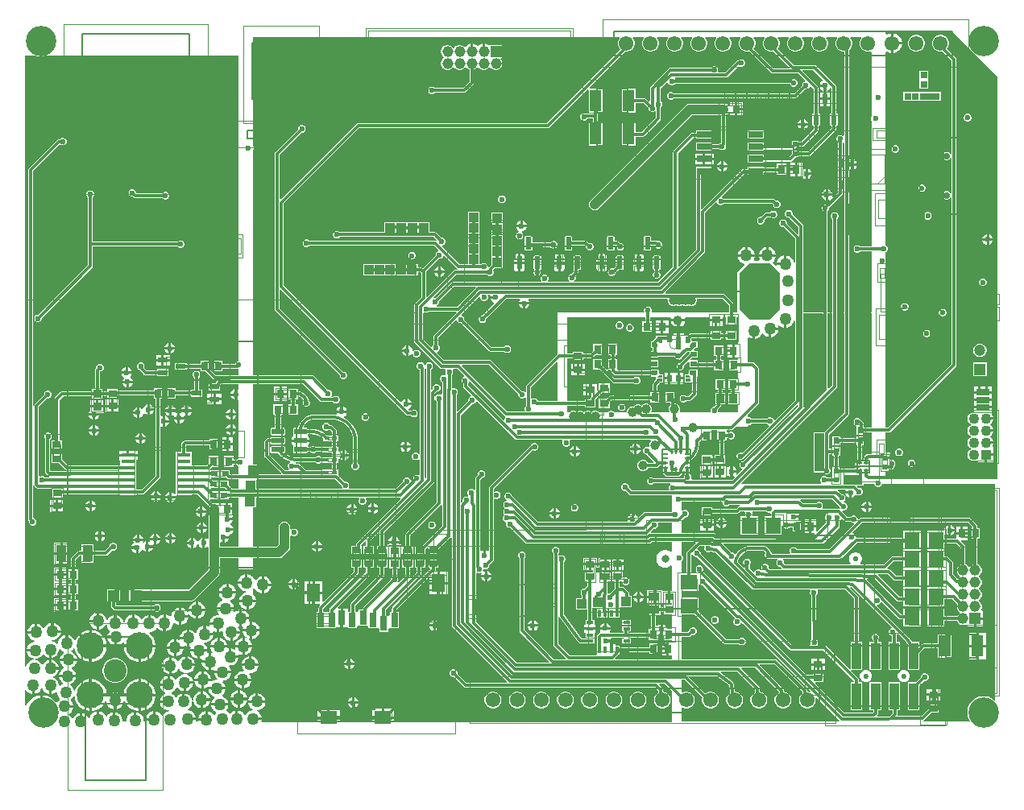
<source format=gbl>
%FSTAX23Y23*%
%MOIN*%
%SFA1B1*%

%IPPOS*%
%AMD124*
4,1,8,-0.083500,0.076400,-0.083500,-0.076400,-0.041700,-0.118100,0.041700,-0.118100,0.083500,-0.076400,0.083500,0.076400,0.041700,0.118100,-0.041700,0.118100,-0.083500,0.076400,0.0*
%
%AMD154*
4,1,8,0.023800,0.011400,-0.023800,0.011400,-0.026600,0.008700,-0.026600,-0.008700,-0.023800,-0.011400,0.023800,-0.011400,0.026600,-0.008700,0.026600,0.008700,0.023800,0.011400,0.0*
1,1,0.005512,0.023800,0.008700*
1,1,0.005512,-0.023800,0.008700*
1,1,0.005512,-0.023800,-0.008700*
1,1,0.005512,0.023800,-0.008700*
%
%AMD156*
4,1,8,-0.011600,0.023200,-0.011600,-0.023200,-0.008900,-0.026000,0.008900,-0.026000,0.011600,-0.023200,0.011600,0.023200,0.008900,0.026000,-0.008900,0.026000,-0.011600,0.023200,0.0*
1,1,0.005512,-0.008900,0.023200*
1,1,0.005512,-0.008900,-0.023200*
1,1,0.005512,0.008900,-0.023200*
1,1,0.005512,0.008900,0.023200*
%
%ADD10C,0.007874*%
%ADD14C,0.003937*%
%ADD15C,0.005118*%
%ADD16C,0.007874*%
%ADD18C,0.000000*%
%ADD19C,0.001969*%
%ADD20R,0.031496X0.037401*%
%ADD21R,0.060236X0.025591*%
%ADD27R,0.039370X0.039370*%
%ADD29C,0.039370*%
%ADD33R,0.035433X0.025591*%
%ADD34R,0.023622X0.029527*%
%ADD36R,0.031496X0.037008*%
%ADD40R,0.037401X0.031496*%
%ADD43R,0.037008X0.031496*%
%ADD49R,0.025591X0.035433*%
%ADD50R,0.037008X0.031890*%
%ADD57R,0.029527X0.023622*%
%ADD117C,0.011811*%
%ADD119C,0.019685*%
%ADD122C,0.039370*%
G04~CAMADD=124~4~0.0~0.0~2362.2~1669.3~0.0~417.3~0~0.0~0.0~0.0~0.0~0~0.0~0.0~0.0~0.0~0~0.0~0.0~0.0~90.0~1670.0~2362.0*
%ADD124D124*%
%ADD125C,0.061024*%
%ADD126C,0.022835*%
%ADD127C,0.032677*%
%ADD128R,0.027559X0.027559*%
%ADD129C,0.112205*%
%ADD130C,0.094488*%
%ADD131R,0.045275X0.045275*%
%ADD132C,0.045275*%
%ADD133C,0.020866*%
%ADD134C,0.027559*%
%ADD135C,0.125984*%
%ADD136R,0.045275X0.045275*%
%ADD137R,0.047244X0.047244*%
%ADD138C,0.047244*%
%ADD139C,0.043307*%
%ADD140R,0.043307X0.043307*%
%ADD141C,0.050000*%
%ADD142C,0.023622*%
%ADD144R,0.062992X0.068898*%
%ADD145R,0.049212X0.090551*%
%ADD146R,0.068898X0.062992*%
%ADD147R,0.027559X0.019685*%
%ADD148R,0.019685X0.027559*%
%ADD149R,0.015748X0.019685*%
%ADD150R,0.019685X0.015748*%
%ADD151R,0.021654X0.027559*%
%ADD152R,0.021654X0.055118*%
%ADD153R,0.039370X0.108268*%
G04~CAMADD=154~8~0.0~0.0~531.5~228.3~27.6~0.0~15~0.0~0.0~0.0~0.0~0~0.0~0.0~0.0~0.0~0~0.0~0.0~0.0~0.0~531.5~228.3*
%ADD154D154*%
%ADD155R,0.019685X0.018898*%
G04~CAMADD=156~8~0.0~0.0~519.7~232.3~27.6~0.0~15~0.0~0.0~0.0~0.0~0~0.0~0.0~0.0~0.0~0~0.0~0.0~0.0~90.0~232.0~520.0*
%ADD156D156*%
%ADD157R,0.023622X0.041339*%
%ADD158R,0.058268X0.017716*%
%ADD159R,0.031496X0.059055*%
%ADD160R,0.055118X0.074803*%
%ADD161R,0.070866X0.055118*%
%ADD162R,0.027953X0.011811*%
%ADD163R,0.011811X0.027953*%
%ADD164R,0.018898X0.009843*%
%ADD165R,0.009843X0.018898*%
%ADD166R,0.020866X0.011024*%
%ADD167R,0.024409X0.023622*%
%ADD168R,0.024803X0.015748*%
%ADD169R,0.039370X0.021654*%
%ADD170R,0.042126X0.071653*%
%ADD171R,0.034252X0.040157*%
%ADD172R,0.040157X0.034252*%
%LNshm_pcb-1*%
%LPD*%
G36*
X0337Y02861D02*
X03369Y0286D01*
X03364Y02852*
X03362Y02844*
Y02835*
X03364Y02826*
X03369Y02818*
X03375Y02811*
X03383Y02807*
X03392Y02805*
X03397*
Y02458*
X03392Y02456*
X0339Y02458*
X03385Y0246*
X03378*
X03372Y02458*
X03368Y02453*
X03366Y02448*
Y02441*
X03368Y02435*
X03372Y02432*
Y02222*
X03351Y02202*
X03347Y02205*
X03348Y02207*
X03331*
Y0219*
X03334Y02192*
X03337Y02187*
X03322Y02173*
X03317*
X03311Y0217*
X03307Y02166*
X03305Y0216*
Y02154*
X03307Y02148*
X03311Y02145*
Y01724*
X03229*
Y02083*
X03229Y02087*
X03227Y0209*
X03185Y02132*
Y02137*
X03182Y02142*
X03178Y02147*
X03172Y02149*
X03166*
X0316Y02147*
X03155Y02142*
X03153Y02137*
Y0213*
X03155Y02124*
X0316Y0212*
X03166Y02118*
X0317*
X03209Y02079*
Y02051*
X03205Y02049*
X03161Y02092*
Y02097*
X03159Y02103*
X03154Y02107*
X03148Y0211*
X03142*
X03136Y02107*
X03132Y02103*
X03129Y02097*
Y02091*
X03132Y02085*
X03136Y02081*
X03142Y02078*
X03147*
X03194Y02031*
Y01933*
X03188Y01932*
X03187Y01939*
X03182Y01947*
X03175Y01954*
X03168Y01958*
X03159Y01961*
Y01925*
X03154*
Y01921*
X03117*
X03115Y01919*
X03101Y01933*
X03107Y0194*
X03112Y01948*
X03114Y01956*
X03044*
X03047Y01948*
X03048Y01945*
X03045Y0194*
X03043*
X03026*
X03024Y01945*
X03025Y01948*
X03027Y01956*
X02958*
X0296Y01948*
X02964Y0194*
X02971Y01933*
X02979Y01929*
X02983Y01927*
X02984Y01923*
X02954Y01893*
Y01851*
X02954Y01846*
Y01816*
X03048*
Y01807*
X02954*
Y01777*
X02954Y01772*
Y0173*
X02956Y01729*
X02954Y01724*
X0294*
Y01759*
X0294Y01763*
X02938Y01766*
X02904Y018*
X02901Y01802*
X02897Y01803*
X02775*
X02774*
X02773*
X02659*
X02657Y01807*
X0282Y01971*
X02822Y01974*
X02823Y01978*
Y02137*
X02867Y02181*
X02872Y02179*
X02874Y02175*
X02878Y02171*
X02884Y02169*
X0289*
X02896Y02171*
X029Y02175*
X031*
X03104Y02171*
Y0217*
X03106Y02164*
X03111Y02159*
X03116Y02157*
X03123*
X03129Y02159*
X03133Y02164*
X03135Y0217*
Y02176*
X03133Y02182*
X03129Y02186*
X03123Y02188*
X03116*
X03115Y02188*
X03112Y02192*
X03109Y02194*
X03105Y02194*
X029*
X02896Y02198*
X02893Y022*
X02891Y02205*
X02987Y023*
X02998*
Y02294*
X03066*
Y02305*
X03118*
Y02296*
X03157*
Y02341*
X03118*
Y02324*
X03066*
Y02327*
X02998*
Y0232*
X02985*
X02984*
X02983*
X02979Y0232*
X02975Y02318*
X02809Y02151*
X02804Y02153*
Y02294*
X02852*
Y02327*
X02784*
Y02304*
Y02303*
Y01985*
X02715Y01916*
X02711Y01918*
Y02385*
X02774Y02449*
X02784*
Y02444*
X02852*
Y02477*
X02784*
Y02469*
X0277*
X02766Y02468*
X02763Y02466*
X02693Y02396*
X02691Y02393*
X0269Y02389*
Y01914*
X02627Y01851*
X02281*
X0228Y01855*
Y01856*
X02285Y0186*
X02287Y01866*
Y01872*
X02287Y01873*
X02295Y01882*
X02298Y01885*
X02298Y01889*
Y01901*
X02303*
X02305Y01902*
X02307Y01903*
X02309Y01905*
X02309Y01908*
Y01954*
X02309Y01957*
X02307Y01959*
X02305Y01961*
X02303Y01961*
X02285*
X02283Y01961*
X0228Y01959*
X02279Y01957*
X02278Y01954*
Y01926*
Y01925*
Y01893*
X0227Y01885*
X02268*
X02262Y01882*
X02258Y01878*
X02255Y01872*
Y01866*
X02258Y0186*
X02262Y01856*
Y01855*
X02261Y01851*
X02174*
X02171Y01856*
X02174Y01862*
Y01868*
X02171Y01874*
X02167Y01878*
X02161Y01881*
X02155*
X02149Y01878*
X02145Y01874*
X02142Y01868*
Y01862*
X02145Y01856*
X02142Y01851*
X01778*
X01774Y0185*
X01771Y01848*
X01708Y01785*
X01703*
X01703Y01785*
X017Y01789*
X01792Y01881*
X0192*
X01924Y01878*
X01929Y01875*
X01936*
X01941Y01878*
X01946Y01882*
X01948Y01888*
Y01894*
X01946Y019*
X01945Y01901*
X01951Y01907*
X01985*
Y01953*
Y01998*
Y02044*
Y0209*
Y02137*
X01937*
Y0209*
Y02044*
Y01998*
Y01953*
Y01921*
X01928Y01912*
X01927*
X01923Y01914*
Y01917*
X0192Y01923*
X01916Y01927*
X01911Y0193*
X01904*
X01898Y01927*
X01895Y01924*
X01888*
Y01967*
Y02009*
Y02051*
Y02096*
Y02143*
X01841*
Y02096*
Y02051*
Y02009*
Y01967*
Y01924*
X01807*
X01734Y01997*
X01735Y02*
X01736Y02002*
X01741Y02005*
X01746Y02009*
X01748Y02015*
Y02021*
X01746Y02027*
X01741Y02031*
X01736Y02034*
X01731*
X01711Y02054*
X01708Y02056*
X01704Y02057*
X01683*
Y021*
X01495*
Y02057*
X01311*
X01308Y0206*
X01302Y02062*
X01296*
X0129Y0206*
X01286Y02055*
X01283Y0205*
Y02044*
X01286Y02038*
X0129Y02033*
X01296Y02031*
X01302*
X01308Y02033*
X01311Y02037*
X017*
X01711Y02025*
X01708Y02021*
X01706Y02021*
X01185*
X01182Y02025*
X01176Y02027*
X0117*
X01164Y02025*
X01159Y0202*
X01157Y02014*
Y02008*
X01159Y02002*
X01164Y01998*
X0117Y01996*
X01176*
X01182Y01998*
X01185Y02001*
X01701*
X01719Y01984*
X01718Y01978*
X01714Y01977*
X0171Y01972*
X01707Y01966*
Y01962*
X01654Y01909*
X01653*
X01651Y0191*
X01648Y01911*
X01634*
Y01926*
X01407*
Y01879*
X01634*
Y01891*
X01644*
X01646Y01889*
X01648Y01889*
Y01788*
X01622Y01762*
X0162Y01759*
X0162Y01755*
Y01604*
X0162Y016*
X01622Y01597*
X01725Y01494*
X01729Y01492*
X01733Y01491*
X01746*
X01749Y01486*
X01748Y01483*
Y01476*
X0175Y0147*
X0175Y01469*
X01744Y01466*
X01744*
X01738*
X01732Y01464*
X01727Y01459*
X01725Y01453*
Y01447*
X01727Y01441*
X01732Y01437*
X01734Y01436*
Y01387*
X01729Y01385*
X01725Y01386*
X01719*
X01713Y01384*
X01709Y01379*
X01709Y01378*
X01703Y01379*
Y01388*
X01713Y01398*
X01715*
X0172Y014*
X01725Y01404*
X01727Y0141*
Y01416*
X01725Y01422*
X0172Y01426*
X01715Y01429*
X01709*
X01703Y01426*
X01698Y01422*
X01696Y01416*
Y0141*
X01696Y01409*
X01692Y01405*
X01688Y01407*
Y01489*
X0169Y0149*
X01694Y01494*
X01696Y015*
Y01507*
X01694Y01512*
X0169Y01517*
X01684Y01519*
X01677*
X01672Y01517*
X01667Y01512*
X01666Y01508*
X0166*
X01659Y01512*
X01654Y01517*
X01648Y01519*
X01642*
X01636Y01517*
X01632Y01512*
X01629Y01507*
Y015*
X01632Y01494*
X01636Y0149*
X01642Y01488*
Y01142*
X01637Y0114*
X01635Y01143*
X01629Y01145*
X01622*
X01616Y01143*
X01612Y01138*
X0161Y01133*
Y01126*
X01612Y0112*
X01616Y01116*
X01622Y01114*
X01629*
X01635Y01116*
X01637Y01118*
X01642Y01116*
Y01055*
X01637Y01052*
X01633Y01053*
X01627*
X01621Y01051*
X01617Y01047*
X01614Y01041*
Y01036*
X01609Y0103*
X01603Y01032*
X01601Y01035*
X01597Y0104*
X01591Y01042*
X01585*
X01579Y0104*
X01575Y01035*
X01572Y01029*
Y01025*
X01542Y00994*
X01349*
X01347Y00999*
X01348Y01*
X0135Y01005*
Y01011*
X01348Y01017*
X01343Y01022*
X01337Y01024*
X01331*
X01308Y01047*
X01305Y01051*
Y01074*
X01299*
Y01103*
X01305*
Y01117*
X0131Y01119*
X01314Y01115*
X01321Y01112*
Y01133*
Y01155*
X01314Y01152*
X0131Y01148*
X01305Y0115*
Y0117*
X01299*
Y01192*
X01305*
Y01216*
X013*
Y01235*
X01299Y01239*
X01296Y01242*
X01283Y01256*
X01279Y01259*
X01275Y01259*
X01269*
X01269Y01261*
X01264Y01265*
X01259Y01267*
X01252*
X01246Y01265*
X01242Y01261*
X0124Y01255*
Y01248*
X01242Y01242*
X01246Y01238*
X01252Y01236*
X01259*
X01264Y01238*
X01265Y01239*
X01271*
X01279Y01231*
Y01216*
X01259*
X01251Y01222*
X01238Y01231*
X01223Y01237*
X01207Y01241*
X0119Y01242*
Y01242*
X01178*
X01177Y01243*
X01176Y01245*
X01174Y01247*
X01171Y01247*
X01164*
X01162Y01251*
X01164Y01257*
X01172Y01268*
X01183Y01276*
X01195Y01281*
X01208Y01283*
X01209*
X01275*
X01276*
X01293Y01281*
X0131Y01276*
X01326Y01268*
X01339Y01257*
X01351Y01243*
X01359Y01227*
X01364Y01211*
X01366Y01193*
Y01193*
Y01101*
X01362Y01098*
X0136Y01092*
Y01086*
X01362Y0108*
X01367Y01075*
X01373Y01073*
X01379*
X01385Y01075*
X01389Y0108*
X01391Y01086*
Y01092*
X01389Y01098*
X01386Y01101*
Y01193*
X01385Y0121*
X01381Y01227*
X01374Y01243*
X01365Y01257*
X01353Y01271*
X0134Y01282*
X01328Y0129*
X01329Y01295*
X01331Y01296*
X01337Y01302*
X0134Y01309*
X01297*
X01299Y01305*
X01295Y01301*
X01293Y01301*
X01275Y01303*
Y01303*
X01209*
Y01303*
X01195Y01301*
X01181Y01298*
X01169Y01291*
X01158Y01282*
X0115Y01271*
X01143Y01259*
X01139Y01247*
X01124*
X01121Y01247*
X01119Y01245*
X01118Y01243*
X01117Y0124*
Y01223*
X01118Y01221*
X01118Y0122*
X01118Y01217*
X01117Y01214*
X01114Y01212*
X01112Y01208*
X01111Y01203*
Y012*
X01185*
Y01203*
X01183Y01208*
X01181Y01212*
X01178Y01214*
X01177Y01217*
X01177Y0122*
X01177Y01221*
X01178Y01222*
X0119*
X01191*
X01207Y0122*
X01223Y01215*
X01237Y01208*
X01241Y01205*
Y01192*
X01279*
Y0117*
X0124*
Y01167*
X01213*
X0121Y0117*
X01204Y01173*
X01198*
X01192Y0117*
X01189Y01167*
X01179*
X01177Y01172*
X01178Y01175*
X01181Y01177*
X01183Y01181*
X01185Y01186*
Y01189*
X01111*
Y01186*
X01112Y01181*
X01114Y01177*
X01117Y01175*
X01118Y01172*
X01118Y01169*
X01118Y01168*
X01117Y01166*
Y01148*
X01118Y01146*
X01119Y01144*
X01121Y01142*
X01124Y01142*
X01171*
X01174Y01142*
X01176Y01144*
X01177Y01146*
X01178Y01147*
X01189*
X01192Y01144*
X01198Y01141*
X01204*
X0121Y01144*
X01213Y01147*
X0124*
Y01146*
X01278*
Y01126*
X0124*
X01235Y01126*
X01232Y01129*
X01226Y01131*
X0122*
X01214Y01129*
X0121Y01125*
X01138*
X01138*
X0112Y01126*
X01103Y01131*
X01088Y0114*
X01083Y01144*
X01084Y01146*
X01085Y01148*
Y01166*
X01084Y01168*
X01083Y0117*
X01081Y01172*
X01078Y01172*
X01031*
X01028Y01172*
X01025Y0117*
X0102Y01171*
X0102Y01172*
Y01179*
X0102Y0118*
X01025Y01181*
X01028Y01179*
X01031Y01179*
X01078*
X01081Y01179*
X01083Y01181*
X01084Y01183*
X01085Y01186*
Y01203*
X01084Y01205*
X01083Y01208*
X01081Y01209*
X01078Y0121*
X01031*
X01028Y01209*
X01025Y01208*
X01024Y01205*
X01024Y01204*
X01016*
X01012Y01204*
X01009Y01201*
X01002Y01194*
X01Y01191*
X01Y01187*
Y01133*
X01Y0113*
X01002Y01126*
X01064Y01065*
X01066Y01064*
X0107Y0106*
X01068Y01055*
X00975*
Y01096*
X00952*
Y01427*
X01157*
X01227Y01357*
X0123Y01354*
X01234Y01354*
X01283*
X01286Y0135*
X01292Y01348*
X01298*
X01304Y0135*
X01308Y01355*
X01311Y01361*
Y01367*
X01308Y01373*
X01304Y01377*
X01298Y01379*
X01292*
X01286Y01377*
X01283Y01374*
X01277*
X01275Y01379*
X01277Y0138*
X01279Y01386*
Y01392*
X01277Y01398*
X01272Y01403*
X01266Y01405*
X01262*
X01205Y01461*
X01202Y01464*
X01198Y01464*
X00952*
Y02396*
X00954Y02401*
Y02409*
X00952Y02414*
Y02866*
X02468*
X0247Y02861*
X02469Y0286*
X02464Y02852*
X02462Y02844*
Y02835*
X02464Y02826*
X02469Y02818*
X02473Y02814*
X02168Y02509*
X01387*
X01383Y02508*
X01379Y02505*
X01067Y02194*
X01062Y02196*
Y02379*
X01153Y02469*
X01157*
X01163Y02472*
X01168Y02476*
X0117Y02482*
Y02488*
X01168Y02494*
X01163Y02498*
X01157Y02501*
X01151*
X01145Y02498*
X01141Y02494*
X01138Y02488*
Y02483*
X01046Y0239*
X01043Y02387*
X01043Y02383*
Y01738*
X01043Y01734*
X01046Y01731*
X01311Y01466*
Y01461*
X01313Y01455*
X01317Y01451*
X01323Y01448*
X01329*
X01335Y01451*
X0134Y01455*
X01342Y01461*
Y01467*
X0134Y01473*
X01335Y01477*
X01329Y0148*
X01325*
X01062Y01742*
Y01818*
X01067Y0182*
X01585Y01302*
X01589Y013*
X01592Y01299*
X01604*
X01604Y01298*
X01609Y01293*
X01614Y01291*
X01621*
X01627Y01293*
X01631Y01298*
X01633Y01303*
Y0131*
X01631Y01316*
X01627Y0132*
X01621Y01322*
X01614*
X01609Y0132*
X01608Y01319*
X01598*
X01596Y01322*
X01597Y01327*
X01598Y01327*
X01605Y01334*
X01608Y01341*
X01586*
Y01346*
X01581*
Y01368*
X01574Y01364*
X01568Y01358*
X01566Y01355*
X01561Y01354*
X01078Y01837*
Y02176*
X0139Y02488*
X02172*
X02175Y02489*
X02179Y02491*
X02336Y02649*
X02341Y02646*
Y02553*
X02337Y0255*
X02326*
X02324Y02551*
X02318*
X02312Y02548*
X02308Y02544*
X02306Y02538*
Y02532*
X02308Y02526*
X02312Y02522*
X02318Y02519*
X02324*
X0233Y02522*
X02335Y02526*
X02336Y0253*
X0236*
Y02513*
X02341*
Y02415*
X02398*
Y02513*
X02379*
Y02553*
X02398*
Y02651*
X02346*
X02344Y02656*
X02492Y02805*
X02501*
X0251Y02807*
X02518Y02811*
X02524Y02818*
X02529Y02826*
X02531Y02835*
Y02844*
X02529Y02852*
X02524Y0286*
X02523Y02861*
X02525Y02866*
X02568*
X0257Y02861*
X02569Y0286*
X02564Y02852*
X02562Y02844*
Y02835*
X02564Y02826*
X02569Y02818*
X02575Y02811*
X02583Y02807*
X02592Y02805*
X02601*
X0261Y02807*
X02618Y02811*
X02624Y02818*
X02629Y02826*
X02631Y02835*
Y02844*
X02629Y02852*
X02624Y0286*
X02623Y02861*
X02625Y02866*
X02668*
X0267Y02861*
X02669Y0286*
X02664Y02852*
X02662Y02844*
Y02835*
X02664Y02826*
X02669Y02818*
X02675Y02811*
X02683Y02807*
X02692Y02805*
X02701*
X0271Y02807*
X02718Y02811*
X02724Y02818*
X02729Y02826*
X02731Y02835*
Y02844*
X02729Y02852*
X02724Y0286*
X02723Y02861*
X02725Y02866*
X02768*
X0277Y02861*
X02769Y0286*
X02764Y02852*
X02762Y02844*
Y02835*
X02764Y02826*
X02769Y02818*
X02775Y02811*
X02783Y02807*
X02792Y02805*
X02801*
X0281Y02807*
X02818Y02811*
X02824Y02818*
X02829Y02826*
X02831Y02835*
Y02844*
X02829Y02852*
X02824Y0286*
X02823Y02861*
X02825Y02866*
X02868*
X0287Y02861*
X02869Y0286*
X02864Y02852*
X02862Y02844*
Y02835*
X02864Y02826*
X02869Y02818*
X02875Y02811*
X02883Y02807*
X02892Y02805*
X02901*
X0291Y02807*
X02918Y02811*
X02924Y02818*
X02929Y02826*
X02931Y02835*
Y02844*
X02929Y02852*
X02924Y0286*
X02923Y02861*
X02925Y02866*
X02968*
X0297Y02861*
X02969Y0286*
X02964Y02852*
X02962Y02844*
Y02835*
X02964Y02826*
X02969Y02818*
X02975Y02811*
X02983Y02807*
X02992Y02805*
X03001*
X03006Y02806*
X03095Y02717*
X03098Y02714*
X03102Y02714*
X03207*
X03236Y02685*
X03234Y0268*
X03231Y02678*
X03226Y02674*
X03224Y02668*
Y02663*
X03192Y02631*
X02693*
X0269Y02635*
X02684Y02637*
X02677*
X02672Y02635*
X02667Y02631*
X02665Y02625*
Y02618*
X02667Y02612*
X02672Y02608*
X02677Y02606*
X02684*
X0269Y02608*
X02693Y02612*
X03196*
X032Y02612*
X03203Y02614*
X03238Y02649*
X03243*
X03249Y02651*
X03253Y02656*
X03255Y02659*
X0326Y02661*
X03271Y0265*
Y02548*
X03265*
Y02498*
X03271*
Y02482*
X0322Y02431*
X0321*
Y02435*
X03183*
Y02422*
X03181Y0242*
X03066*
Y02427*
X02998*
Y02394*
X03066*
Y024*
X03185*
X03189Y02401*
X03192Y02403*
X03197Y02408*
X0321*
Y02411*
X03224*
X03228Y02411*
X03231Y02414*
X03288Y02471*
X0329Y02474*
X03291Y02478*
Y02498*
X03297*
Y02548*
X03291*
Y02654*
X0329Y02658*
X03288Y02661*
X03224Y02725*
X03226Y0273*
X0327*
X0331Y0269*
X03309Y02685*
X03306Y02683*
X033Y02677*
X03297Y0267*
X03318*
Y0266*
X03297*
X033Y02653*
X03306Y02646*
X03308Y02646*
X03307Y0264*
X03297*
Y02615*
X03318*
X0334*
Y0264*
X03329*
X03329Y02646*
X03331Y02646*
X03337Y02653*
X03338Y02654*
X03343Y02655*
X03346Y02653*
Y02548*
X0334*
Y02498*
X03346*
Y02489*
X03248Y02391*
X0321*
Y02394*
X03183*
Y02382*
X03171Y0237*
X03066*
Y02377*
X02998*
Y02344*
X03066*
Y0235*
X03171*
X03175Y02347*
Y02345*
Y02324*
X03195*
Y02347*
X03182*
X03181Y02352*
X03183Y02353*
X03197Y02368*
X0321*
Y02371*
X03252*
X03256Y02372*
X03259Y02374*
X03363Y02477*
X03365Y02481*
X03366Y02485*
Y02498*
X03372*
Y02548*
X03366*
Y02658*
X03365Y02662*
X03363Y02665*
X03281Y02747*
X03278Y02749*
X03274Y0275*
X0319*
X03123Y02817*
X03124Y02818*
X03129Y02826*
X03131Y02835*
Y02844*
X03129Y02852*
X03124Y0286*
X03123Y02861*
X03125Y02866*
X03168*
X0317Y02861*
X03169Y0286*
X03164Y02852*
X03162Y02844*
Y02835*
X03164Y02826*
X03169Y02818*
X03175Y02811*
X03183Y02807*
X03192Y02805*
X03201*
X0321Y02807*
X03218Y02811*
X03224Y02818*
X03229Y02826*
X03231Y02835*
Y02844*
X03229Y02852*
X03224Y0286*
X03223Y02861*
X03225Y02866*
X03268*
X0327Y02861*
X03269Y0286*
X03264Y02852*
X03262Y02844*
Y02835*
X03264Y02826*
X03269Y02818*
X03275Y02811*
X03283Y02807*
X03292Y02805*
X03301*
X0331Y02807*
X03318Y02811*
X03324Y02818*
X03329Y02826*
X03331Y02835*
Y02844*
X03329Y02852*
X03324Y0286*
X03323Y02861*
X03325Y02866*
X03368*
X0337Y02861*
G37*
G36*
X00893Y01523D02*
X0089D01*
X00884Y01521*
X0088Y01516*
X00878Y01512*
X00826*
Y01524*
X00793*
Y01481*
X00826*
Y01492*
X00888*
X0089Y01492*
X00893*
Y01464*
X008*
X00769Y01495*
Y01524*
X00736*
Y01511*
X00677*
Y01516*
X00629*
Y01487*
X00677*
Y01492*
X00736*
Y01481*
X00755*
X00788Y01447*
X00792Y01445*
X00796Y01444*
X008*
X00802Y01439*
X008Y01437*
X00797Y01433*
Y01432*
X00769*
Y01402*
X00816*
Y01421*
Y01422*
Y01425*
X00818Y01427*
X00893*
Y01409*
X00889Y01406*
X00887Y01407*
Y01385*
Y01364*
X00889Y01365*
X00893Y01362*
Y01121*
X00888Y01119*
X00885Y01116*
X00872*
Y01131*
X00833*
Y01085*
X00872*
Y01096*
X00885*
X00888Y01092*
X00893Y0109*
Y01055*
X00856*
X00855Y01056*
Y01073*
X00818*
Y01042*
X00841*
X00845Y01038*
X00848Y01035*
X00852Y01035*
X00893*
Y00994*
X00867*
X00852Y01009*
Y01029*
X00814*
Y00998*
X00835*
X00844Y00988*
X00842Y00984*
X00814*
Y00952*
X00852*
Y00958*
X00893*
Y00756*
X00815*
Y00773*
X0082Y00775*
X00825Y00773*
Y00795*
X0083*
Y008*
X00852*
X00851Y008*
X00854Y00805*
X00862Y00808*
X00868Y00814*
X00872Y00821*
X0085*
Y00831*
X00872*
X00868Y00838*
X00862Y00845*
X00859Y00846*
X00859Y00849*
X00859Y00851*
X00864Y00857*
X00868Y00864*
X00846*
Y00875*
X00868*
X00866Y00879*
X00869Y00883*
Y00907*
X00844*
Y00912*
X00838*
Y0094*
X00818*
Y00925*
X00814Y00923*
X00811Y00927*
Y00935*
X00801*
X008Y00935*
X00791Y00937*
X00784Y00936*
X00772Y00948*
X00774Y00952*
X00809*
Y00984*
X00785*
X00776Y00993*
X00778Y00998*
X00809*
Y01029*
X00785*
X00778Y01037*
X0078Y01042*
X00812*
Y01073*
X00776*
X00774Y01077*
X00781Y01085*
X00809*
Y01131*
X0077*
Y01103*
Y01102*
X00761Y01093*
X00703*
X00699Y01096*
Y01101*
Y01122*
Y01126*
Y01147*
X00676*
Y01175*
X00677Y01176*
X00772*
Y01157*
X00806*
Y01201*
X00772*
Y01196*
X00673*
X00669Y01196*
X00666Y01193*
X00659Y01187*
X00656Y01183*
X00656Y01179*
Y01147*
X00633*
Y01122*
Y01116*
Y01096*
Y01091*
Y0107*
Y01065*
Y01045*
Y0104*
Y01024*
Y01019*
Y00994*
Y00988*
Y00975*
X0063Y00974*
X00628Y00973*
X00622Y00979*
X00615Y00982*
Y00965*
X00632*
X00636Y00968*
X00699*
Y00971*
X00721*
X00769Y00923*
X00768Y00922*
X00767Y00913*
Y0079*
X00762Y00788*
X0076Y0079*
X00753Y00793*
Y00771*
Y0075*
X0076Y00753*
X00762Y00755*
X00767Y00753*
Y00732*
Y00659*
X00685Y00578*
X00494*
Y0058*
X0044*
Y00527*
X00494*
Y00529*
X00695*
X00705Y00531*
X00712Y00537*
X00808Y00632*
X00813Y0064*
X00815Y00649*
Y00708*
X00893*
Y00661*
X00952*
Y00708*
X01059*
X01068Y00709*
X01076Y00715*
X01099Y00738*
X01105Y00746*
X01106Y00755*
Y008*
X01111Y00803*
X01112Y00801*
X01118Y00799*
X01125*
X01131Y00801*
X01135Y00805*
X01137Y00811*
Y00818*
X01135Y00824*
X01131Y00828*
X01125Y0083*
X01118*
X01112Y00828*
X01111Y00826*
X01106Y00829*
Y00834*
X01105Y00843*
X01099Y00851*
X01091Y00857*
X01082Y00858*
X01073Y00857*
X01065Y00851*
X0106Y00843*
X01058Y00834*
Y00765*
X01049Y00756*
X00952*
Y00919*
X00964*
Y00958*
X01389*
X01392Y00953*
X01389Y00948*
Y00941*
X01392Y00935*
X01396Y00931*
X01402Y00929*
X01408*
X01414Y00931*
X01418Y00935*
X01421Y00941*
Y00948*
X01418Y00953*
X01421Y00958*
X0156*
X01561Y00957*
X01562Y00953*
X01381Y00772*
X01378Y00768*
X01377Y00764*
Y00758*
X01358*
Y00724*
X01401*
Y00758*
X014Y00763*
X01416Y00779*
X0142Y00777*
Y00758*
X01409*
Y00724*
X01452*
Y00758*
X0144*
Y00781*
X01471Y00812*
X01475Y0081*
Y00758*
X01464*
Y00724*
X01507*
X01508Y0072*
Y00713*
X01532*
Y00739*
X01542*
Y00713*
X01565*
Y00724*
X0157*
X01614*
Y00758*
X01602*
Y008*
X01729Y00927*
X01731Y00927*
X01734Y00925*
Y00841*
X01651Y00758*
X01622*
Y00724*
X01665*
Y00744*
X01672Y00751*
X01677Y00749*
Y00724*
X0172*
Y00744*
X01769Y00792*
X01771*
X01774Y00791*
Y0043*
X01775Y00426*
X01777Y00423*
X02003Y00197*
X02001Y00192*
X01835*
X01797Y0023*
Y00235*
X01795Y00241*
X0179Y00245*
X01785Y00248*
X01778*
X01772Y00245*
X01768Y00241*
X01766Y00235*
Y00229*
X01768Y00223*
X01772Y00218*
X01778Y00216*
X01783*
X01824Y00175*
X01827Y00173*
X01831Y00172*
X02616*
X02629Y00159*
Y00151*
X02624Y00148*
X02617Y00142*
X02612Y00134*
X02611Y00125*
Y00116*
X02612Y00107*
X02617Y001*
X02624Y00093*
X02631Y00088*
X0264Y00086*
X0265*
X02658Y00088*
X02666Y00093*
X02672Y001*
X02677Y00107*
X02679Y00116*
Y00125*
X02677Y00134*
X02672Y00142*
X02666Y00148*
X02658Y00153*
X0265Y00155*
Y00163*
X02649Y00167*
X02647Y0017*
X02633Y00184*
X02635Y00188*
X02655*
X02685Y00158*
Y00029*
X01535*
Y00042*
X01444*
Y00029*
X01311*
Y00042*
X0122*
Y00029*
X0099*
X00986Y00034*
X00987Y00038*
X00952*
Y00048*
X00987*
X00985Y00056*
X0098Y00064*
X00974Y00071*
X00969Y00074*
X0097Y00079*
X00973*
X00981Y00081*
X0099Y00086*
X00996Y00092*
X01001Y001*
X01003Y00109*
X00933*
X00935Y001*
X0094Y00092*
X00946Y00086*
X00951Y00083*
X0095Y00078*
X00948*
X00939Y00075*
X00931Y00071*
X00924Y00064*
X00922Y0006*
X00916*
X00913Y00064*
X00907Y00071*
X00899Y00075*
X0089Y00078*
Y00043*
X0088*
Y00078*
X00872Y00075*
X00864Y00071*
X00859Y00066*
X00856Y00065*
X00853Y00066*
X00848Y00071*
X00843Y00074*
X00842Y0008*
X00842Y0008*
X00847Y00088*
X0085Y00097*
X00779*
X00782Y00088*
X00787Y0008*
X00793Y00074*
X00798Y00071*
X00799Y00065*
X00798Y00064*
X00794Y00058*
X0079Y00057*
X00789Y00058*
X00787Y00061*
X00781Y00067*
X00773Y00072*
X00764Y00074*
Y00039*
X00759*
Y00034*
X00724*
X00722Y00032*
X00718*
X00715Y00036*
X00716Y00038*
X00681*
Y00048*
X00716*
X00713Y00056*
X00709Y00064*
X00702Y00071*
X00694Y00075*
X00685Y00078*
X00683*
X00681Y00083*
X00687Y00086*
X00693Y00092*
X00698Y001*
X007Y00109*
Y00114*
Y00116*
X00705Y00116*
X00705Y00115*
X00707Y00108*
X00712Y001*
X00718Y00094*
X00726Y00089*
X00735Y00087*
Y00122*
Y00157*
X00726Y00154*
X00718Y0015*
X00712Y00143*
X00707Y00135*
X00705Y00126*
Y00121*
Y0012*
X007Y00119*
X00699Y0012*
X00698Y00127*
X00693Y00135*
X00687Y00142*
X00678Y00146*
X0067Y00149*
Y00114*
X0066*
Y00149*
X00651Y00146*
X00643Y00142*
X00637Y00135*
X00636Y00133*
X00631*
X0063Y00135*
X00624Y00142*
X00615Y00146*
X00614*
Y00152*
X00615*
X00624Y00157*
X0063Y00163*
X00635Y00171*
X00635Y00172*
X0064Y00173*
X00641Y00171*
X00647Y00164*
X00655Y0016*
X00664Y00157*
Y00192*
X00669*
Y00198*
X00704*
X00701Y00206*
X00697Y00214*
X0069Y0022*
X00682Y00225*
X00675Y00227*
X00674Y00227*
X00675Y00232*
X00676*
X00681*
X0069Y00235*
X00698Y00239*
X00705Y00246*
X00709Y00254*
X00712Y00262*
X00677*
Y00267*
X00672*
Y00302*
X00663Y003*
X00655Y00295*
X00649Y00289*
X00645Y00282*
X0064Y00282*
X00639Y00282*
X00638Y00285*
X00631Y00291*
X00623Y00296*
X00615Y00298*
Y00263*
Y00228*
X00623Y00231*
X00631Y00235*
X00638Y00242*
X00642Y00248*
X00646Y00249*
X00647Y00248*
X00649Y00246*
X00655Y00239*
X00663Y00235*
X0067Y00233*
X00671Y00233*
X00671Y00227*
X00669*
X00664*
X00655Y00225*
X00647Y0022*
X00641Y00214*
X00636Y00206*
X00636Y00205*
X00631Y00204*
X0063Y00206*
X00624Y00212*
X00615Y00217*
X00607Y0022*
Y00185*
X00602*
Y00179*
X00567*
X00569Y00171*
X00574Y00163*
X0058Y00157*
X00588Y00152*
X00589*
Y00146*
X00588*
X0058Y00142*
X00574Y00135*
X00569Y00127*
X00567Y00119*
X00602*
Y00109*
X00567*
X00569Y001*
X00574Y00092*
X0058Y00086*
X00588Y00081*
X00597Y00079*
X00604*
X00604Y00074*
X00596Y00072*
X00588Y00067*
X00582Y00061*
X00579Y00056*
X00574*
X00571Y00061*
X00564Y00067*
X00556Y00072*
X00548Y00074*
Y00039*
X00543*
Y00034*
X00507*
X00505Y00031*
X00499*
Y0004*
X00497Y00048*
X00492Y00057*
X00486Y00063*
X00477Y00068*
X00469Y0007*
Y00035*
X00459*
Y0007*
X00451Y00068*
X00442Y00063*
X00436Y00057*
X00431Y00048*
X00429Y0004*
Y00031*
X00412*
Y0004*
X0041Y00048*
X00405Y00057*
X00399Y00063*
X00391Y00068*
X00383Y0007*
Y00035*
X00372*
Y0007*
X00364Y00068*
X00356Y00063*
X0035Y00057*
X00348Y00054*
X00347Y00053*
X00342Y00054*
X00338Y00061*
X00332Y00067*
X00324Y00072*
X00316Y00074*
Y00039*
X00305*
Y00074*
X00297Y00072*
X00289Y00067*
X00283Y00061*
X00278Y00052*
X00277Y00047*
X00271Y00046*
X00268Y00053*
X00261Y00059*
X00253Y00064*
X00245Y00066*
Y00031*
X00235*
Y00066*
X00226Y00064*
X00218Y00059*
X00212Y00053*
X00208Y00046*
X00203Y00046*
X00202Y00046*
X00201Y00049*
X00194Y00055*
X0019Y00058*
Y00063*
X00194Y00066*
X00201Y00072*
X00205Y00081*
X00208Y00089*
X00173*
Y00099*
X00208*
X00205Y00107*
X00201Y00116*
X00198Y00119*
X00198Y00125*
X00205Y00131*
X00207Y00135*
X00213Y00136*
X00214Y00135*
Y00135*
X00216Y00122*
X00222Y0011*
X00229Y00099*
X00238Y0009*
X00249Y00083*
X00261Y00078*
X00274Y00075*
X00275*
Y00141*
Y00207*
X00274*
X00261Y00205*
X00249Y002*
X00238Y00192*
X00229Y00183*
X00222Y00173*
X00216Y00161*
Y0016*
X00211*
X00209Y00166*
X00205Y00175*
X00198Y00181*
X00196Y00182*
X00197Y00187*
X00198Y00187*
X00206Y00192*
X00212Y00198*
X00217Y00207*
X0022Y00215*
X0015*
X00152Y00207*
X00157Y00198*
X00163Y00192*
X00165Y00191*
X00164Y00186*
X00163Y00186*
X00155Y00181*
X00154Y00179*
X00149Y00182*
Y00185*
X00146Y00194*
X00142Y00202*
X00135Y00209*
X00127Y00213*
X00126*
Y00219*
X00127*
X00135Y00224*
X00142Y0023*
X00146Y00238*
X00149Y00246*
X00114*
Y00251*
X00109*
Y00287*
X001Y00284*
X00092Y00279*
X00086Y00273*
X00083Y00268*
X00077*
X00075Y00273*
X00068Y00279*
X0006Y00284*
X00052Y00286*
X00053Y00291*
X00055*
X00064Y00294*
X00072Y00298*
X00079Y00305*
X00081Y00308*
X00083Y00308*
X00087*
X00092Y00302*
X001Y00298*
X00109Y00295*
Y0033*
X00119*
Y00295*
X00127Y00298*
X00135Y00302*
X00142Y00309*
X00146Y00317*
X00149Y00325*
Y00329*
X00149Y0033*
X00154Y00331*
X00159Y00326*
X00167Y00321*
X00168Y00321*
X00169Y00316*
X00167Y00315*
X00161Y00309*
X00156Y003*
X00153Y00292*
X00224*
X00221Y003*
X00216Y00309*
X0021Y00315*
X00202Y0032*
X00201Y0032*
X002Y00325*
X00202Y00326*
X00209Y00332*
X00209Y00334*
X00215Y00333*
X00216Y00325*
X00222Y00312*
X00229Y00302*
X00238Y00293*
X00249Y00285*
X00261Y00281*
X00274Y00278*
X00275*
Y00344*
Y0041*
X00274*
X00261Y00407*
X00249Y00403*
X00238Y00395*
X00229Y00386*
X00222Y00375*
X00218Y00368*
X00215*
X00213Y00368*
X00209Y00375*
X00202Y00382*
X00194Y00387*
X00186Y00389*
Y00354*
X00175*
Y00389*
X00167Y00387*
X00159Y00382*
X00153Y00375*
X00148Y00367*
X00146Y00359*
Y00355*
X00145Y00354*
X0014Y00353*
X00135Y00358*
X00127Y00363*
X00119Y00365*
X0012Y0037*
X00126*
X00135Y00372*
X00143Y00377*
X0015Y00383*
X00154Y00392*
X00157Y004*
X00122*
Y00405*
X00116*
Y0044*
X00108Y00438*
X001Y00433*
X00094Y00427*
X0009Y0042*
X00085Y0042*
X00084Y0042*
X00083Y00423*
X00076Y00429*
X00068Y00434*
X0006Y00436*
Y00401*
X00055*
Y00396*
X0002*
X00022Y00388*
X00027Y00379*
X00033Y00373*
X00041Y00368*
X00049Y00366*
X00049Y00361*
X00046*
X00037Y00359*
X00029Y00354*
X00023Y00348*
X00018Y0034*
X00016Y00331*
X00051*
Y00321*
X00016*
X00018Y00313*
X00023Y00305*
X00029Y00298*
X00037Y00294*
X00045Y00292*
X00045Y00287*
X00042*
X00033Y00284*
X00025Y00279*
X00019Y00273*
X00014Y00265*
X00012Y00259*
X00007Y00259*
Y02787*
X00053*
X00063Y02785*
X00077*
X00088Y02787*
X00893*
Y01523*
G37*
G36*
X0307Y02861D02*
X03069Y0286D01*
X03064Y02852*
X03062Y02844*
Y02835*
X03064Y02826*
X03069Y02818*
X03075Y02811*
X03083Y02807*
X03092Y02805*
X03101*
X03106Y02806*
X03173Y02738*
X03171Y02734*
X03106*
X03023Y02817*
X03024Y02818*
X03029Y02826*
X03031Y02835*
Y02844*
X03029Y02852*
X03024Y0286*
X03023Y02861*
X03025Y02866*
X03068*
X0307Y02861*
G37*
G36*
X0347D02*
X03469Y0286D01*
X03464Y02852*
X03462Y02844*
Y02835*
X03464Y02826*
X03469Y02818*
X03475Y02811*
X03483Y02807*
X03492Y02805*
X03501*
X03506Y02806*
X03511Y02802*
Y0254*
X03511Y02539*
X03507Y02531*
Y02522*
X03511Y02514*
X03511Y02514*
Y01998*
X03464*
X03461Y02001*
X03455Y02003*
X03449*
X03443Y02001*
X03439Y01997*
X03437Y01991*
Y01985*
X03439Y01979*
X03443Y01974*
X03449Y01972*
X03455*
X03461Y01974*
X03464Y01978*
X03511*
Y01724*
X03417*
Y02315*
X03421Y02318*
X03424Y02316*
Y02338*
Y0236*
X03421Y02359*
X03417Y02361*
Y02811*
X03418*
X03424Y02818*
X03429Y02826*
X03431Y02835*
Y02844*
X03429Y02852*
X03424Y0286*
X03423Y02861*
X03425Y02866*
X03468*
X0347Y02861*
G37*
G36*
X01796Y01907D02*
X01797Y01906D01*
X01796Y01901*
X01788*
X01784Y01901*
X01781Y01898*
X01673Y0179*
X01668Y01792*
Y01894*
X01722Y01948*
X01726*
X01732Y0195*
X01737Y01955*
X01738Y01958*
X01743Y0196*
X01796Y01907*
G37*
G36*
X01936Y01794D02*
X01935Y01792D01*
X01956*
Y01782*
X01935*
X01938Y01775*
X01944Y01768*
X01949Y01766*
X0195Y01761*
X01902Y01712*
X01898*
X01892Y0171*
X01887Y01706*
X01885Y017*
Y01694*
X01887Y01688*
X01892Y01683*
X01898Y01681*
X01904*
X0191Y01683*
X01914Y01688*
X01916Y01694*
Y01698*
X02001Y01783*
X02056*
X02058Y01778*
X02056Y01775*
X02053Y01768*
X02096*
X02093Y01775*
X02091Y01778*
X02093Y01783*
X02665*
X02667Y0178*
Y0177*
X02671Y01762*
X02677Y01755*
X02686Y01751*
X02696*
X02703Y01755*
X02711Y01751*
X0272*
X02729Y01755*
X0273Y01756*
X02737Y01753*
X02747*
X02753Y01755*
X02761Y01752*
X0277*
X02779Y01756*
X02786Y01762*
X02789Y01771*
Y01781*
X02791Y01783*
X02893*
X02921Y01755*
Y01724*
X02605*
X02601Y01729*
X02602Y01731*
Y01737*
X026Y01743*
X02595Y01747*
X02589Y0175*
X02583*
X02577Y01747*
X02573Y01743*
X0257Y01737*
Y01731*
X02571Y01729*
X02568Y01724*
X02212*
Y01553*
X02211Y01552*
X02085Y01426*
X02083Y01423*
X02082Y01419*
Y01397*
X02077Y01395*
X02074Y01398*
X02068Y014*
X02064*
X0194Y01524*
X01937Y01526*
X01933Y01527*
X01743*
X01712Y01558*
X01714Y01563*
X01717Y01565*
X01722Y01569*
X01724Y01575*
Y01581*
X01722Y01587*
X01718Y0159*
Y0162*
X0179Y01692*
X01796Y01691*
X01797Y01687*
X01801Y01683*
X01807Y01681*
X01812*
X01927Y01566*
X0193Y01564*
X01934Y01563*
X01992*
X01995Y0156*
X02001Y01557*
X02007*
X02013Y0156*
X02017Y01564*
X0202Y0157*
Y01576*
X02017Y01582*
X02013Y01587*
X02007Y01589*
X02001*
X01995Y01587*
X01992Y01583*
X01938*
X01826Y01695*
Y017*
X01824Y01705*
X0182Y0171*
X01816Y01711*
X01814Y01717*
X01888Y0179*
X01893Y01788*
Y01784*
X01895Y01778*
X019Y01774*
X01905Y01771*
X01912*
X01918Y01774*
X01922Y01778*
X01924Y01784*
Y0179*
X01923Y01794*
X01926Y01799*
X01933*
X01936Y01794*
G37*
G36*
X01873Y01826D02*
X01797Y0175D01*
X01713*
X01712Y01755*
X01715Y01756*
X0172Y0176*
X01722Y01766*
Y01771*
X01782Y01831*
X01871*
X01873Y01826*
G37*
G36*
X03397Y02425D02*
Y01724D01*
X03368*
Y02112*
X03371Y02115*
X03374Y02121*
Y02127*
X03371Y02133*
X03367Y02137*
X03361Y0214*
X03355*
X03349Y02137*
X03345Y02133*
X03342Y02127*
Y02121*
X03345Y02115*
X03348Y02112*
Y01724*
X0333*
Y02145*
X03334Y02148*
X03336Y02154*
Y02159*
X03388Y02211*
X03391Y02214*
X03391Y02218*
Y02427*
X03392Y02428*
X03397Y02425*
G37*
G36*
X01794Y01725D02*
X01701Y01632D01*
X01699Y01629*
X01698Y01625*
Y0159*
X01695Y01587*
X01693Y01584*
X01688Y01582*
X01655Y01615*
Y01722*
X0166Y01725*
X01664Y01724*
X0167*
X01676Y01726*
X01679Y0173*
X01792*
X01794Y01725*
G37*
G36*
X0296Y01595D02*
X02946D01*
Y01566*
Y01538*
X0296*
Y0153*
X02923*
Y01485*
X0296*
Y01455*
X02957Y01451*
X02918*
Y01406*
X02927*
Y01394*
X02917*
Y01346*
X02959*
X0296Y01341*
Y01311*
X02879*
X02876Y01315*
X02876Y01316*
Y01322*
X02876Y01324*
X02884Y01332*
X02886Y01335*
X02887Y01339*
Y01346*
X02905*
Y01394*
X02894*
Y01406*
X02904*
Y01451*
X02865*
Y01406*
X02874*
Y01394*
X02863*
Y01346*
X02864Y0134*
X02859Y01335*
X02858*
X02852Y01333*
X02848Y01328*
X02845Y01322*
Y01316*
X02846Y01315*
X02843Y01311*
X0272*
X02717Y01316*
X02719Y01321*
Y0133*
X02716Y01339*
X02709Y01346*
X027Y01349*
X02696*
Y01364*
Y01364*
Y01396*
X02657*
Y01351*
X02677*
Y01342*
X02677Y0134*
X02675Y01339*
X02672Y0133*
Y01321*
X02674Y01316*
X02671Y01311*
X02603*
X026Y01316*
X02602Y0132*
Y01329*
X02598Y01338*
X02592Y01344*
X02583Y01348*
X02574*
X02565Y01344*
X02561Y0134*
X02559Y01342*
X0255Y01346*
X02541*
X02533Y01342*
X02526Y01336*
X02525Y01334*
X02516*
X02508Y01331*
X02501Y01324*
X02498Y01315*
Y01311*
X02447*
X02442Y01315*
X02437Y01317*
X02431*
X02425Y01315*
X0242Y01311*
X02385*
X02381Y01315*
X02372Y01318*
X02362*
X02354Y01315*
X02352Y01313*
X0235Y01315*
X02342Y01318*
X02332*
X02324Y01315*
X0232Y01312*
X02319Y01314*
X0231Y01318*
X02301*
X02292Y01314*
X02291Y01313*
X0229Y01314*
X02282Y01317*
X02272*
X02264Y01314*
X02261Y01311*
X02251*
Y01338*
X02325*
Y01331*
X02368*
Y01354*
X02369Y01355*
Y01364*
X02398Y01393*
X02429*
Y01433*
X02383*
Y01407*
X02379Y01403*
X02375Y01405*
Y01428*
X02352*
Y01405*
Y01381*
X02353Y01377*
X02351Y01376*
X0235Y01372*
X02349Y01369*
Y01364*
X02325*
Y01358*
X02251*
Y01535*
X02274*
Y01528*
X02318*
Y01535*
X02351*
X02354Y01535*
X02357Y01533*
X02358Y01531*
Y01529*
Y01488*
X02387*
X02438Y01436*
X02442Y01434*
X02445Y01433*
X02527*
X0253Y0143*
X02536Y01428*
X02542*
X02548Y0143*
X02552Y01435*
X02555Y0144*
Y01446*
X02552Y01452*
X02548Y01457*
X02542Y01459*
X02536*
X0253Y01457*
X02527Y01453*
X0245*
X0242Y01483*
Y01483*
X02422Y01488*
X02425*
X02433*
Y01486*
X02433Y01482*
X02435Y01479*
X02446Y01468*
X0245Y01466*
X02453Y01465*
X02595*
Y0146*
X02614*
X02615Y0146*
X02619*
X0262Y01455*
Y01454*
Y01453*
Y01447*
X02607Y01433*
X02604Y01429*
X02604Y01425*
Y01396*
X02594*
Y01383*
X02438*
X02434Y01382*
X02433Y01381*
X02431*
X02427Y01381*
X02424Y01379*
X02414Y0137*
X02383*
Y0133*
X02429*
Y01355*
X02435Y01362*
X0244*
X02444Y01362*
X02445Y01363*
X02594*
Y01351*
X02633*
Y01396*
X02624*
Y01422*
X02637Y01435*
X02648*
Y01453*
Y01454*
Y01466*
X02647Y01469*
X02644Y0147*
X02635*
X02631Y01475*
Y01484*
X02629Y01487*
X02626Y01488*
X02615*
X02614Y01488*
X02595*
Y01485*
X02464*
X0246Y01488*
Y01533*
X02452*
Y01549*
X0246*
Y01594*
X02421*
Y01549*
X02433*
Y01533*
X02421*
Y01492*
Y01489*
X02416Y01487*
X02397Y01506*
Y01533*
X02362*
X0236*
X02358Y01537*
Y01538*
X02369Y01549*
X02397*
Y01594*
X02358*
Y01566*
X02357*
X02347Y01555*
X02318*
Y01561*
X02274*
Y01555*
X02251*
Y01704*
X02576*
Y01689*
X02562*
Y01644*
X02602*
Y01689*
X02596*
Y01704*
X02678*
X02681Y017*
X02681Y01698*
X0274*
X02739Y017*
X02742Y01704*
X02839*
Y01698*
X02868*
X02896*
Y01704*
X02908*
Y01674*
X02953*
Y01704*
X0296*
Y01595*
G37*
G36*
X03159Y01662D02*
X03168Y01665D01*
X03175Y01669*
X03182Y01676*
X03187Y01684*
X03188Y01691*
X03194Y0169*
Y01361*
X03112Y01279*
X03106Y01281*
X03105Y01284*
X031Y01288*
X03095Y01291*
X03088*
X03083Y01288*
X03079Y01285*
X03016*
X03012Y01288*
X03007Y01291*
X03*
X03Y01291*
Y01302*
X03043Y01346*
X03045Y01349*
X03046Y01353*
Y01492*
X03045Y01496*
X03043Y01499*
X03027Y01514*
X03024Y01517*
X0302Y01517*
X03*
Y01619*
X03004Y01621*
X03011Y01618*
X03019Y01615*
Y0165*
X03029*
Y01615*
X03038Y01618*
X03046Y01622*
X03052Y01629*
X03057Y01637*
X03057Y01638*
X03062Y01638*
X03063Y01637*
X0307Y0163*
X03077Y01625*
X03086Y01623*
Y01658*
X03091*
Y01663*
X03126*
X03124Y01671*
Y01672*
X03129Y01673*
X03133Y01669*
X0314Y01665*
X03149Y01662*
Y01697*
X03159*
Y01662*
G37*
G36*
X02626Y01471D02*
X02619Y01464D01*
X02615*
Y01484*
X02626*
Y01471*
G37*
G36*
X02644Y01454D02*
X02625D01*
Y0146*
X02631Y01466*
X02644*
Y01454*
G37*
G36*
X03348Y0172D02*
Y01424D01*
X03335Y01411*
X0333Y01412*
Y01723*
X03344Y01724*
X03348Y0172*
G37*
G36*
X02212Y01518D02*
Y01358D01*
X02131*
X02129Y01364*
X02124Y01368*
X02119Y0137*
X02112*
X02107Y01368*
X02105Y01369*
X02102Y01371*
Y01415*
X02207Y0152*
X02212Y01518*
G37*
G36*
X03311Y0172D02*
Y01408D01*
X03234Y01332*
X03231Y01333*
X03229Y01334*
Y01723*
X03307*
X03311Y0172*
G37*
G36*
X01826Y01464D02*
X01825Y01458D01*
X01821Y01457*
X01817Y01452*
X01814Y01446*
Y0144*
X01817Y01435*
X01821Y0143*
X01822Y01429*
Y01418*
X01823Y01415*
X01825Y01411*
X01855Y01382*
X01853Y01376*
X0185Y01375*
X01846Y0137*
X01843Y01365*
Y0136*
X01799Y01316*
X01794Y01318*
Y01384*
X01797Y01387*
X018Y01393*
Y01399*
X01797Y01405*
X01793Y01409*
X01787Y01412*
X01781*
X01779Y01411*
X01774Y01414*
Y01467*
X01777Y0147*
X01779Y01476*
Y01483*
X01778Y01486*
X01781Y01491*
X01799*
X01826Y01464*
G37*
G36*
X0205Y01386D02*
Y01381D01*
X02052Y01375*
X02057Y01371*
X02062Y01369*
X02068*
X02074Y01371*
X02077Y01374*
X02082Y01372*
Y01338*
X02079Y01335*
X02076Y01329*
Y01323*
X02078Y0132*
X02075Y01315*
X02004*
X01816Y01502*
X01818Y01507*
X01929*
X0205Y01386*
G37*
G36*
X01992Y01298D02*
X01995Y01296D01*
X01996Y01292*
X01996Y0129*
X01995Y01289*
X01992Y01283*
Y0128*
X01988Y01277*
X01842Y01423*
Y01433*
X01844Y01435*
X01845Y01438*
X01851Y0144*
X01992Y01298*
G37*
G36*
X03511Y0172D02*
Y01247D01*
X0348*
Y01255*
X03478*
Y01266*
X03477Y0127*
X03475Y01273*
X03468Y0128*
X03465Y01282*
X03463Y01283*
X03461Y01285*
X03455Y01287*
X03449*
X03443Y01285*
X03439Y0128*
X03437Y01274*
Y01268*
X03439Y01262*
X03443Y01258*
X03444Y01257*
X03449Y01255*
Y01218*
X0348*
Y01227*
X03511*
Y01139*
X03497*
X03493Y01139*
X0349Y01137*
X03483Y01129*
X03481Y01126*
X0348Y01122*
Y01112*
X03473*
Y01175*
X0348*
Y01212*
X03449*
Y01204*
X03381*
Y01212*
X0335*
Y01175*
X03381*
Y01184*
X03449*
Y01175*
X03453*
Y01112*
X03449*
Y01103*
X03443*
Y01092*
X03463*
Y01082*
X03443*
Y01079*
X0338*
Y01085*
X03375*
Y01132*
X03381*
Y01169*
X0335*
Y01161*
X03336*
Y0122*
X03414Y01298*
X03416Y01301*
X03417Y01305*
Y01724*
X03508Y01724*
X03511Y0172*
G37*
G36*
X02037Y012D02*
X0204Y01198D01*
X02044Y01197*
X02231*
X02233Y01192*
X02232Y01188*
Y01181*
X02234Y01175*
X02238Y01171*
X02244Y01169*
X02251*
X02257Y01171*
X02261Y01175*
X02263Y01181*
Y01188*
X02262Y01192*
X02264Y01197*
X02596*
X02598Y01192*
X02594Y01188*
X02591Y01179*
Y01171*
X02588Y01168*
X02587Y01168*
X02584Y01169*
X02577*
X02572Y01166*
X02567Y01162*
X02565Y01156*
Y0115*
X02567Y01144*
X02572Y0114*
X02577Y01137*
X0258*
X0261Y01107*
X02608Y01102*
X02587*
X02586Y01106*
X02579Y01112*
X02571Y01116*
X02561*
X02553Y01112*
X02546Y01106*
X02542Y01097*
Y01088*
X02546Y01079*
X02553Y01072*
X02561Y01069*
X02571*
X02579Y01072*
X02586Y01079*
X02587Y01083*
X02622*
X02626Y01083*
X02629Y01085*
X02635Y01091*
X0264*
X02644Y0109*
Y01072*
X02648*
Y01062*
X02648Y01058*
X0265Y01055*
X02657Y01048*
X02661Y01046*
X02664Y01045*
X02712*
X02716Y01046*
X02719Y01048*
X02729Y01058*
X02731Y01061*
Y01062*
X02732*
Y01064*
Y01065*
Y01068*
X02736Y01071*
X0274Y0107*
Y01055*
X02737Y01052*
X02735Y01046*
Y01042*
Y0104*
X02731Y01037*
X0261*
X02607Y0104*
X02601Y01043*
X02595*
X02589Y0104*
X02585Y01036*
X02582Y0103*
Y01024*
X02585Y01018*
X02589Y01014*
X02595Y01011*
X02601*
X02607Y01014*
X0261Y01017*
X02677*
X02678Y01017*
X02679Y01012*
X02675Y01009*
X02673Y01003*
Y00996*
X02675Y00993*
X02672Y00988*
X02519*
X02507Y01001*
Y01005*
X02504Y01011*
X025Y01015*
X02494Y01018*
X02488*
X02482Y01015*
X02477Y01011*
X02475Y01005*
Y00999*
X02477Y00993*
X02482Y00989*
X02488Y00986*
X02492*
X02508Y00971*
X02511Y00969*
X02515Y00968*
X02685*
Y009*
X02574*
X0257Y00899*
X02567Y00897*
X02548Y00878*
X02543Y00879*
X02542Y00882*
X02535Y00888*
X02528Y00891*
Y0087*
X02523*
Y00864*
X02501*
X02503Y00862*
X025Y00858*
X02131*
X02023Y00966*
Y00967*
X02021Y00973*
X02016Y00977*
X02011Y0098*
X02004*
X01998Y00977*
X01994Y00973*
X01992Y00967*
Y00961*
X01994Y00955*
X01998Y00951*
X02001Y0095*
X02Y00945*
X02*
X01994Y00942*
X0199Y00938*
X01987Y00932*
Y00926*
X0199Y0092*
X01991Y00919*
X01993Y00915*
X01991Y00912*
X01989Y0091*
X01987Y00905*
Y00898*
X01989Y00892*
X0199Y00891*
X01992Y00887*
X01988Y00883*
X01985Y00877*
Y0087*
X01988Y00864*
X01992Y0086*
X01996Y00859*
X01999Y00853*
Y00853*
Y00846*
X02001Y0084*
X02005Y00836*
X02011Y00834*
X02016*
X02077Y00772*
X02081Y0077*
X02085Y00769*
X02591*
X02595Y0077*
X02598Y00772*
X02602Y00776*
X02685*
Y00736*
X0268Y00734*
X02679Y00735*
X02671Y00739*
X02662Y00742*
X02652*
X02643Y00739*
X02635Y00735*
X02628Y00727*
X02623Y00719*
X0262Y0071*
Y007*
X02623Y00691*
X02628Y00683*
X02635Y00676*
X02643Y00671*
X02652Y00669*
X02662*
X02671Y00671*
X02679Y00676*
X0268Y00677*
X02685Y00675*
Y00573*
X0268*
Y00548*
Y00522*
X02685*
Y00514*
X02652*
Y00505*
X02637*
Y00515*
X02588*
Y00473*
X026*
Y00414*
X0259*
Y004*
X02505*
Y00406*
X02516*
Y00426*
X02498*
X02498Y00426*
X02496*
X02495Y00426*
X0248*
Y00406*
X02486*
Y004*
X0243*
X02428Y00405*
X02431Y00412*
X02387*
X0239Y00405*
X02389Y00402*
X02388Y004*
X02387Y004*
X02384Y00397*
X02377Y0039*
X02374Y00387*
X02374Y00383*
Y00327*
X02374Y00327*
Y00309*
X0237Y00305*
X02263*
X02214Y00354*
Y00465*
X02219Y00466*
X0222Y00465*
X02222Y00462*
X02298Y00359*
X02299Y00359*
X02299Y00358*
X023Y00357*
X02301Y00357*
X02302Y00356*
X02302Y00356*
X02304Y00355*
X02305Y00355*
X02305*
X02306*
X02346*
X02346*
X02364*
Y00375*
X02346*
X02346*
X02311*
X02238Y00474*
X02238Y00475*
Y00692*
X02241Y00695*
X02244Y00701*
Y00707*
X02241Y00713*
X02237Y00718*
X02231Y0072*
X02225*
X02219Y00718*
X02214Y0072*
Y00727*
X02218Y00731*
X0222Y00737*
Y00743*
X02218Y00749*
X02213Y00753*
X02207Y00755*
X02201*
X02195Y00753*
X02191Y00749*
X02188Y00743*
Y00737*
X02191Y00731*
X02194Y00727*
Y0035*
X02195Y00346*
X02197Y00343*
X02246Y00294*
X02244Y0029*
X02196*
X02074Y00411*
Y00707*
X02078Y0071*
X0208Y00716*
Y00722*
X02078Y00728*
X02074Y00732*
X02068Y00735*
X02061*
X02055Y00732*
X02051Y00728*
X02049Y00722*
Y00716*
X02051Y0071*
X02055Y00707*
Y00407*
X02055Y00403*
X02057Y004*
X02179Y00279*
X02177Y00274*
X02044*
X01875Y00442*
Y00645*
X01881Y00648*
X01884Y00646*
X0189*
X01894Y00648*
X01898Y00644*
X01895Y00638*
X01912*
Y00655*
X01907Y00653*
X01903Y00656*
X01903Y00659*
Y0066*
X01908Y00663*
X01911Y00662*
X01917*
X01923Y00664*
X01927Y00669*
X0193Y00675*
Y00679*
X01946Y00695*
X01948Y00698*
X01948Y00702*
Y00951*
X01953Y00954*
X01957Y00952*
X01963*
X01969Y00955*
X01974Y00959*
X01976Y00965*
Y00971*
X01974Y00977*
X01969Y00981*
X01963Y00984*
X01957*
X01953Y00982*
X01948Y00985*
Y00994*
X02108Y01154*
X02114Y01152*
X0212*
X02125Y01155*
X0213Y01159*
X02132Y01165*
Y01171*
X0213Y01177*
X02125Y01181*
X0212Y01184*
X02114*
X02108Y01181*
X02103Y01177*
X02103Y01175*
X02102Y01175*
X02098Y01173*
X01931Y01006*
X01929Y01002*
X01929Y00999*
Y00738*
X01924Y00737*
X01922Y00737*
X01915Y0074*
Y00719*
X01905*
Y0074*
X01898Y00737*
X01896Y00737*
X01891Y00738*
Y01033*
X01899Y0104*
X019*
X01906Y01042*
X01911Y01047*
X01913Y01053*
Y01059*
X01911Y01064*
X01906Y01069*
X019Y01072*
X01894*
X01888Y01069*
X01884Y01064*
X01881Y01059*
Y01053*
X01882Y01051*
X01874Y01044*
X01872Y0104*
X01872Y01037*
Y00992*
X01866Y0099*
X01865Y00991*
X01859Y00994*
X01853*
X01847Y00991*
X01842Y00987*
X0184Y00981*
Y00975*
X01842Y00969*
X01845Y00966*
Y00966*
X01838Y00963*
X01838Y00963*
X01832*
X01826Y00961*
X01822Y00956*
X01819Y0095*
Y00944*
X0182Y00943*
X01816Y0094*
X01812Y00942*
Y013*
X01857Y01346*
X01862*
X01868Y01348*
X01872Y01353*
X01874Y01356*
X01879Y01358*
X02037Y012*
G37*
G36*
X03208Y0134D02*
X03209Y01337D01*
X02981Y0111*
X02977*
X02971Y01107*
X02966Y01103*
X02964Y01097*
Y01091*
X02966Y01085*
X02971Y01081*
X02974Y01079*
X02976Y01074*
X02955Y01053*
X02951Y01055*
X02953Y01061*
X02937*
Y01044*
X02942Y01047*
X02945Y01042*
X02934Y01031*
X02768*
X02765Y01037*
X02766Y0104*
Y01046*
X02764Y01052*
X0276Y01056*
Y01072*
X02762*
Y0109*
Y01092*
Y0111*
X02765Y01114*
X02766Y01114*
X02775Y01122*
X02784Y01134*
X02791Y01147*
X02796Y01162*
X02797Y01177*
Y01182*
X02798Y01188*
X02802Y01193*
X02805Y01196*
X0281Y01194*
Y01194*
X02849*
Y01239*
X02854*
X02868*
X02873*
Y01234*
Y01194*
X02883*
Y01137*
X02861*
Y01127*
X02852*
Y01136*
X02807*
Y01096*
X02852*
Y01107*
X02861*
Y01098*
X02906*
Y01137*
X02903*
Y01194*
X02912*
Y01204*
X02917Y01205*
X02921Y01202*
X02927Y012*
X02933*
X02938Y01202*
X02943Y01206*
X02945Y01212*
Y01218*
X02943Y01224*
X02938Y01228*
X02933Y01231*
X02927*
X02921Y01228*
X0292Y01228*
X02914*
X02912Y0123*
Y01239*
X02917*
X02932*
X02936Y0124*
X02939Y01242*
X0295Y01253*
X03Y01253*
Y01255*
X03005Y01259*
X03007*
X03012Y01262*
X03016Y01265*
X03079*
X03083Y01262*
X03086Y0126*
X03088Y01255*
X02977Y01144*
X02972Y01146*
X02966*
X02961Y01143*
X02956Y01139*
X02953Y01133*
Y01127*
X02956Y01121*
X02961Y01117*
X02966Y01114*
X02972*
X02978Y01117*
X02983Y01121*
X02984Y01124*
X02987Y01125*
X03203Y01342*
X03208Y0134*
G37*
G36*
X01138Y01105D02*
D01*
X01211*
X01214Y01102*
X0122Y011*
X01226*
X01232Y01102*
X01235Y01105*
X0124Y01104*
Y01103*
X01279*
Y01074*
X0124*
Y01072*
X01171*
X01147Y01096*
X01144Y01099*
X0114Y011*
X01127*
X01127Y011*
X01129Y01105*
X01138Y01105*
G37*
G36*
X01028Y01142D02*
X01031Y01142D01*
X01055*
X0106Y01137*
X01073Y01125*
X01088Y01116*
X01104Y0111*
X01104*
X01105Y01105*
X01101Y01103*
X01097Y01099*
X01095Y01093*
Y01087*
X01097Y01081*
X01101Y01077*
X011Y01074*
X01099Y01072*
X01085*
X01079Y01079*
X01077Y0108*
X0102Y01137*
X0102Y01142*
X0102Y01143*
X01025Y01144*
X01028Y01142*
G37*
G36*
X03397Y0172D02*
Y01309D01*
X03319Y01231*
X03317Y01228*
Y01227*
X03271*
Y0118*
Y01141*
Y01102*
Y01063*
X03312*
X03313Y01061*
X03317Y01057*
X03323Y01055*
X03329*
X03335Y01057*
X0334Y01061*
X03342Y01067*
Y01074*
X0334Y01079*
X03336Y01083*
Y0114*
X0335*
Y01132*
X03355*
Y01085*
X03348*
Y01053*
Y01048*
Y01042*
X03326*
X03324Y01044*
X03318Y01047*
X03311*
X03305Y01044*
X03301Y0104*
X03299Y01034*
Y01028*
X03301Y01022*
X03303Y0102*
X03301Y01015*
X02975*
X02973Y0102*
X03365Y01412*
X03367Y01415*
X03368Y01419*
Y01724*
X03394*
X03397Y0172*
G37*
G36*
X01668Y01492D02*
Y0104D01*
X01667Y0104*
X01662Y01042*
Y01491*
X01667Y01493*
X01668Y01492*
G37*
G36*
X03924Y02808D02*
X03924Y02807D01*
X03933Y02798*
X03934Y02798*
X04033Y02698*
Y01035*
X0357*
Y0107*
X03582*
Y01076*
X03594*
X03598Y01076*
X03601Y01079*
X03603Y01082*
X03604Y01086*
Y01088*
X03607Y01091*
X0361Y01097*
Y01103*
X03607Y01109*
X03603Y01114*
X03597Y01116*
X03591*
X0359Y01117*
X03565*
Y01127*
X03588*
Y01144*
X0357*
Y01227*
X03583*
X03587Y01227*
X0359Y0123*
X03861Y015*
X03862Y01503*
X03863Y01507*
Y02772*
X03862Y02776*
X03861Y02779*
X03823Y02817*
X03824Y02818*
X03829Y02826*
X03831Y02835*
Y02844*
X03829Y02852*
X03824Y0286*
X03818Y02867*
X0381Y02871*
X03801Y02874*
X03792*
X03783Y02871*
X03775Y02867*
X03769Y0286*
X03764Y02852*
X03762Y02844*
Y02835*
X03764Y02826*
X03769Y02818*
X03775Y02811*
X03783Y02807*
X03792Y02805*
X03801*
X03806Y02806*
X03843Y02768*
Y02381*
X03838Y0238*
X03837Y02383*
X03832Y02388*
X03826Y0239*
X03819*
X03812Y02388*
X03807Y02383*
X03805Y02376*
Y02369*
X03807Y02362*
X03812Y02357*
X03819Y02355*
X03826*
X03832Y02357*
X03837Y02362*
X03838Y02365*
X03843Y02364*
Y02218*
X03838Y02217*
X03837Y02219*
X03832Y02224*
X03826Y02227*
X03819*
X03812Y02224*
X03807Y02219*
X03805Y02212*
Y02206*
X03807Y02199*
X03812Y02194*
X03819Y02191*
X03826*
X03832Y02194*
X03837Y02199*
X03838Y02201*
X03843Y02201*
Y01511*
X03579Y01247*
X0357*
Y01974*
X03572Y01974*
X03576Y01979*
X03578Y01985*
Y01991*
X03576Y01997*
X03572Y02001*
X0357Y02001*
Y02801*
X03575Y02804*
X03581Y02801*
X03591Y02799*
X03591*
Y02839*
Y02879*
X03591*
X03581Y02877*
X03575Y02874*
X0357Y02877*
Y02885*
X03846*
X03924Y02808*
G37*
G36*
X04023Y00122D02*
X04018Y0012D01*
X04016Y00122*
X04006Y0013*
X03994Y00135*
X03981Y00137*
X03967*
X03954Y00135*
X03942Y0013*
X03931Y00122*
X03922Y00113*
X03914Y00102*
X0391Y0009*
X03907Y00077*
Y00064*
X0391Y00051*
X03914Y00038*
X03917Y00035*
X03914Y00031*
X03725*
X03724Y00036*
X03727Y00037*
X0373Y00038*
X03761Y00069*
X0379*
Y00103*
X03747*
Y00084*
X03719Y00056*
X0362*
X03617Y00061*
Y00062*
Y00078*
X03629*
Y00194*
X03582*
Y00078*
X03597*
Y00066*
X03584Y00053*
X03583Y00051*
X03582Y00052*
X03535*
X03533Y00057*
X03534Y00057*
X03537Y00061*
X03537Y00064*
Y00078*
X03551*
Y00194*
X03503*
Y00078*
X03517*
Y00069*
X03516Y00068*
X034*
X03277Y0019*
X03279Y00194*
X03311*
Y00228*
X03268*
Y00225*
X03242*
X02813Y00653*
X02815Y00658*
Y00664*
X02813Y0067*
X02809Y00674*
X02803Y00677*
X02796*
X0279Y00674*
X02786Y0067*
X02784Y00664*
Y00658*
X02786Y00652*
X0279Y00649*
X02788Y00644*
X02788Y00644*
X02765*
Y00723*
X02768Y00725*
X0277Y00725*
X02773Y00723*
X02775Y00718*
X0278Y00714*
X02786Y00711*
X0279*
X03172Y00329*
X03175Y00327*
X03179Y00326*
X03312*
X03438Y002*
Y00194*
X03425*
Y00078*
X03472*
Y00194*
X03458*
Y00204*
X03458Y00208*
X03455Y00211*
X03426Y0024*
X03428Y00246*
X03472*
Y00362*
X03457*
Y00545*
X03457Y00548*
X03455Y00552*
X03422Y00585*
X03424Y0059*
X03427*
X03594Y00422*
X03593Y00416*
X03589Y00415*
X03585Y00411*
X03583Y00405*
Y00398*
X03585Y00392*
X03589Y00388*
X03595Y00386*
X03596*
Y00362*
X03582*
Y00246*
X03629*
Y00362*
X03616*
Y00391*
X0362Y00395*
X03622*
X03651Y00365*
X03661Y00349*
Y00246*
X03708*
Y00313*
X03729Y00334*
X03786*
Y00295*
X03843*
Y00393*
X03786*
Y00354*
X03725*
X03721Y00353*
X03718Y00351*
X03713Y00346*
X03708Y00348*
Y00362*
X03677*
X03668Y00376*
X03667Y00377*
X03666Y00378*
X03533Y00511*
X03535Y00516*
X03537*
X03543Y00519*
X03548Y00523*
X03548Y00525*
X03554Y00526*
X03622Y00458*
X03625Y00456*
X03629Y00455*
X03643*
Y00425*
X03714*
Y00502*
X03643*
Y00475*
X03634*
X03565Y00544*
X03565Y00545*
X03563Y00548*
X03492Y00619*
X03494Y00624*
X03494*
X03523*
X03524Y00623*
X03614Y00532*
X03618Y00529*
X03622Y00529*
X03643*
Y00509*
X03714*
Y00585*
Y00587*
Y00664*
Y00666*
Y00742*
Y00745*
Y00822*
X03643*
Y00793*
X03447*
X03445Y00798*
Y00799*
X03443Y00805*
X03438Y00809*
X03435Y00811*
X03433Y00816*
X03473Y00856*
X0391*
X03928Y00837*
X03926Y00832*
X03925*
Y00789*
X03931*
Y00682*
X0393*
X03924Y00678*
X03919Y00673*
X03918Y00672*
X03912*
X03912Y00673*
X03907Y00678*
X03901Y00682*
X039*
Y00754*
X039Y00758*
X03898Y00761*
X03881Y00778*
X03883Y00783*
X03907*
Y00805*
X03885*
Y00811*
Y00805*
X03862*
Y00789*
X03812*
Y00806*
X03818Y00808*
X03822Y00804*
X03829Y00801*
Y00822*
Y00844*
X03822Y00841*
X03816Y00835*
X03812Y00827*
Y00823*
Y00822*
X0381*
X03742*
Y00745*
Y00742*
Y00666*
Y00664*
Y00587*
Y00585*
Y00509*
X03812*
Y00537*
X03846*
X03866Y00518*
Y00517*
X03864Y00511*
Y00503*
X03866Y00497*
X03869Y00491*
X03874Y00486*
X03875Y00485*
Y00479*
X03874Y00478*
X03869Y00473*
X03866Y00467*
Y00467*
X03812*
Y00502*
X03742*
Y00425*
X03812*
Y00447*
X03866*
Y00447*
X03869Y00441*
X03874Y00436*
X0388Y00432*
X03887Y0043*
X03894*
X03901Y00432*
X03903Y00433*
X03908Y00431*
Y00424*
X03935*
Y00457*
X0394*
Y00462*
X03973*
Y0049*
X03967*
X03964Y00495*
X03965Y00497*
X03967Y00503*
Y00511*
X03965Y00517*
X03962Y00523*
X03957Y00528*
X03955Y00529*
Y00535*
X03957Y00536*
X03962Y00541*
X03965Y00547*
X03967Y00553*
Y00561*
X03965Y00567*
X03962Y00573*
X03957Y00578*
X03955Y00579*
Y00585*
X03957Y00586*
X03962Y00591*
X03965Y00597*
X03967Y00603*
Y00611*
X03965Y00617*
X03962Y00623*
X03957Y00628*
X03955Y00629*
Y00635*
X03957Y00636*
X03962Y00641*
X03965Y00647*
X03967Y00653*
Y00661*
X03965Y00667*
X03962Y00673*
X03957Y00678*
X03951Y00682*
X0395*
Y00789*
X03958*
Y00832*
X0395*
Y00839*
X0395Y00843*
X03948Y00846*
X03921Y00873*
X03918Y00875*
X03914Y00875*
X03468*
X03464Y00875*
X03461Y00873*
X03457Y00868*
X03452Y00871*
Y00873*
X0345Y00879*
X03445Y00883*
X0344Y00886*
X03433*
X03427Y00883*
X03424Y0088*
X03409*
X03388Y00901*
X03391Y00905*
X03392Y00905*
X03398*
X03404Y00907*
X03409Y00912*
X03411Y00918*
Y00924*
X03409Y0093*
X03404Y00934*
X03398Y00937*
X03396*
X03396Y00938*
X03397Y00944*
X03401Y00948*
X03403Y00954*
Y0096*
X03401Y00966*
X03397Y0097*
X03391Y00972*
X03386*
X03374Y00985*
X03372Y00987*
X03373Y00992*
X03401*
X03404Y00987*
X03403Y00985*
X03425*
Y0098*
X0343*
Y00958*
X03437Y00961*
X03443Y00968*
X03444Y0097*
X0345Y00971*
X03451Y0097*
X03457Y00968*
X03463*
X03469Y0097*
X03473Y00974*
X03475Y0098*
Y00987*
X03473Y00992*
X03469Y00997*
X03463Y00999*
X03457*
X03456Y00999*
X03451Y01003*
X03453Y01007*
X03477*
Y01015*
X03522*
X03525Y01009*
X03529Y01005*
X03535Y01003*
X03541*
X03547Y01005*
X03551Y01009*
X03554Y01015*
X04023*
Y00122*
G37*
G36*
X01318Y01008D02*
Y01005D01*
X01321Y01*
X01321Y00999*
X01319Y00994*
X00966*
Y01033*
X0097Y01035*
X01273*
X01292*
X01318Y01008*
G37*
G36*
X02895Y0094D02*
Y00933D01*
X02898Y00927*
X02902Y00923*
X02908Y00921*
X02914*
X0292Y00923*
X02923Y00927*
X02964*
Y00922*
X0296Y00921*
X02957Y00918*
X02951Y00913*
X02853*
Y0092*
X0281*
Y00886*
X02853*
Y00893*
X02955*
X02959Y00894*
X02962Y00896*
X02968Y00901*
X02986*
X02988Y00896*
X02987Y00893*
Y00887*
X02988Y00885*
X02984Y00881*
X0297*
Y00809*
X02966Y00805*
X0296*
X02957Y00805*
X02957*
X02956*
X02868*
X02865Y00809*
X02862Y00811*
X02858Y00812*
X02724*
Y00862*
X02738Y00876*
X02742*
X02748Y00879*
X02753Y00883*
X02755Y00889*
Y00895*
X02753Y00901*
X02748Y00905*
X02742Y00908*
X02736*
X02731Y00905*
X02729Y00904*
X02724Y00906*
Y00943*
X02893*
X02895Y0094*
G37*
G36*
X03379Y0092D02*
Y00918D01*
X03381Y00914*
X0338Y00913*
X03377Y00911*
X03374Y00911*
X0331*
X03308Y00916*
X0331Y00922*
Y00928*
X03308Y00934*
X03303Y00938*
X03298Y00941*
X03291*
X03286Y00938*
X03282Y00935*
X03228*
X03216Y00947*
Y00949*
X03218Y00952*
X03348*
X03379Y0092*
G37*
G36*
X03323Y00886D02*
X03321Y00884D01*
X03319Y00879*
Y00872*
X03321Y00866*
X03322Y00865*
Y00853*
X03286Y00817*
X03281Y00819*
Y00834*
X03263*
Y00811*
X03274*
X03276Y00807*
X03272Y00803*
X03272Y00803*
X03271*
X03139Y00804*
Y00842*
X03144Y00842*
X03147Y00836*
X03151Y00832*
X03157Y00829*
X03163*
X03169Y00832*
X03172Y00835*
X03185*
Y00817*
X03218*
Y00861*
X03208*
X03206Y00866*
X03207Y00867*
X0321Y00874*
X03188*
Y00885*
X0321*
X03209Y00887*
X03212Y00891*
X03321*
X03323Y00886*
G37*
G36*
X02685Y00812D02*
X026D01*
X02598Y00816*
X0261Y00828*
X02614*
X0262Y00831*
X02625Y00835*
X02627Y00841*
Y00847*
X02625Y00851*
X02629Y00856*
X02685*
Y00812*
G37*
G36*
X0308Y00898D02*
X03085Y00896D01*
X03089*
X03092Y00895*
X03094Y00891*
Y00881*
X03068*
Y00808*
X03065Y00804*
X03041Y00805*
Y00881*
X03022*
X03018Y00885*
X03019Y00887*
Y00893*
X03017Y00896*
X0302Y00901*
X03076*
X0308Y00898*
G37*
G36*
X03398Y00863D02*
X03401Y00861D01*
X03405Y0086*
X03424*
X03427Y00857*
X03433Y00854*
X03436*
X03438Y00849*
X03334Y00746*
X03202*
X03202Y00747*
X03198Y00751*
X03192Y00753*
X03185*
X03179Y00751*
X03175Y00747*
X03173Y00741*
Y00735*
X03174Y00731*
X03171Y00726*
X031*
X03099Y00729*
X03095Y00734*
X03093Y00735*
X03091Y0074*
X03085Y00748*
X03077Y00754*
X03067Y00758*
X03057Y00759*
Y00759*
X03013*
Y00759*
X02999Y00758*
X02985Y00753*
X02972Y00746*
X0296Y00737*
X02951Y00726*
Y00725*
X02945Y00725*
X02941Y00729*
X02935Y00732*
X02931*
X02898Y00765*
X029Y0077*
X02946*
X02948Y00768*
X02952Y00767*
X03304*
X03308Y00768*
X03311Y0077*
X03377Y00835*
X03379Y00838*
X03379Y00842*
Y00863*
X03383Y00866*
X03384Y0087*
X0339Y00872*
X03398Y00863*
G37*
G36*
X01709Y01361D02*
X01712Y01358D01*
Y00939*
X01585Y00812*
X01583Y00809*
X01582Y00805*
Y00758*
X0157*
X01565*
Y00764*
X01559*
X01556Y00769*
X01557Y0077*
X01513*
X01514Y00769*
X01511Y00764*
X01508*
Y00762*
X01507Y00758*
X01503*
X01496*
Y00814*
X01701Y01019*
X01703Y01022*
X01703Y01026*
Y01361*
X01709Y01362*
X01709Y01361*
G37*
G36*
X03643Y00745D02*
D01*
Y00742*
Y00714*
X03598*
X03594Y00714*
X03591Y00711*
X03562Y00683*
X03466*
X03464Y00688*
X03466Y00689*
X03469Y00695*
X03471Y00702*
Y00709*
X03469Y00716*
X03466Y00722*
X03461Y00727*
X03455Y0073*
X03448Y00732*
X03441*
X03434Y0073*
X03428Y00727*
X03423Y00722*
X0342Y00716*
X03418Y00709*
Y00702*
X0342Y00695*
X03423Y00689*
X03424Y00688*
X03422Y00683*
X03153*
X03149Y00687*
Y00692*
X03147Y00698*
X03143Y00701*
X03144Y00705*
X03145Y00706*
X0338*
X03384Y00707*
X03387Y00709*
X03451Y00773*
X03643*
Y00745*
G37*
G36*
X03013Y00739D02*
X03057D01*
X03057*
X03064Y00738*
X0307Y00734*
X03073Y00729*
X03072*
X0307Y00724*
Y00717*
X03072Y00711*
X03077Y00707*
X03083Y00705*
X03089*
X03092Y00706*
X03093*
X03122*
X03123Y00705*
X03124Y00701*
X0312Y00698*
X03118Y00692*
Y00685*
X0312Y00679*
X03124Y00675*
X0313Y00673*
X03135*
X0314Y00668*
X03138Y00663*
X0309*
X03086Y00667*
Y00672*
X03084Y00678*
X03079Y00682*
X03074Y00685*
X03067*
X03061Y00682*
X03057Y00678*
X03055Y00672*
Y00666*
X03057Y0066*
X03053Y00657*
X03052Y00659*
X03046Y00661*
X0304*
X03034Y00659*
X03029Y00654*
X03028Y00651*
X03022Y00649*
X03007Y00665*
Y00679*
X03009Y00681*
X03011Y00687*
Y00694*
X03009Y007*
X03005Y00704*
X02999Y00706*
X02992*
X02987Y00704*
X02982Y007*
X0298Y00694*
Y00687*
X02982Y00681*
X02987Y00677*
Y0067*
X02982Y00668*
X02959Y00691*
X0296Y00698*
X02966Y00712*
X02974Y00723*
X02986Y00732*
X02999Y00737*
X03013Y00739*
X03013*
G37*
G36*
X02785Y00771D02*
X02748Y00735D01*
X02746Y00732*
X02745Y00728*
Y00644*
X02724*
Y00695*
X02725Y00696*
X0273Y007*
X02732Y00706*
Y00712*
X0273Y00718*
X02725Y00722*
X02724Y00723*
Y00776*
X02783*
X02785Y00771*
G37*
G36*
X03643Y00666D02*
D01*
Y00664*
Y00635*
X03614*
X03589Y0066*
X03586Y00662*
X03582Y00663*
X03578*
X03576Y00668*
X03602Y00694*
X03643*
Y00666*
G37*
G36*
X03881Y0075D02*
Y00682D01*
X0388*
X03874Y00678*
X03869Y00673*
X03866Y00667*
X03864Y00661*
Y00653*
X03866Y00647*
X03869Y00641*
X03874Y00636*
X03875Y00635*
Y00629*
X03874Y00628*
X03869Y00623*
X03864Y00625*
X03848Y00642*
Y00688*
X03848Y00692*
X03845Y00696*
X03829Y00711*
X03826Y00714*
X03822Y00714*
X03812*
Y00742*
Y00745*
Y00769*
X03861*
X03881Y0075*
G37*
G36*
X03603Y00618D02*
X03606Y00616D01*
X0361Y00616*
X03643*
Y00587*
Y00585*
Y00549*
X03626*
X03538Y00637*
X03537Y00638*
X03538Y00643*
X03578*
X03603Y00618*
G37*
G36*
X02652Y00475D02*
X02685D01*
Y00414*
X02664*
Y00418*
X0266Y00426*
X02654Y00432*
X02647Y00435*
Y00414*
Y00392*
X02649Y00393*
X02653Y0039*
Y00369*
X02685*
Y0036*
X02672*
Y00332*
Y00305*
X02685*
Y0029*
X02452*
X0245Y00294*
X02458Y00302*
X02459Y00305*
X02464Y00309*
X0247*
Y00317*
X02593*
Y00311*
X02626*
Y00354*
X02593*
Y00337*
X0247*
Y00345*
X02451*
Y00351*
X02436*
X02433Y00356*
X02435Y00361*
X02413*
Y00371*
X02435*
X02433Y00375*
X02436Y0038*
X0248*
X02487*
Y0038*
X02485Y00375*
X0248*
Y00355*
X02516*
Y00375*
X02507*
X02504Y0038*
X0259*
Y00369*
X02629*
Y00391*
X02634Y00394*
X02637Y00392*
Y00414*
Y00435*
X02629Y00432*
X02625Y00428*
X0262Y0043*
Y00473*
X02637*
Y00485*
X02652*
Y00475*
G37*
G36*
X02803Y00597D02*
X02809Y00595D01*
X02813*
X02946Y00461*
X02946Y00457*
X02941Y00453*
X02939Y00447*
Y00441*
X02941Y00435*
X02946Y00431*
X02951Y00428*
X02958*
X02964Y00431*
X02968Y00435*
X02969Y00439*
X02975Y0044*
X03257Y00158*
X03255Y00153*
X0325Y00155*
X03244*
Y00159*
X03244Y00162*
X03241Y00166*
X0312Y00287*
X03117Y00289*
X03113Y0029*
X02724*
Y00381*
X02754*
X02758Y00382*
X02761Y00384*
X02768Y00391*
X02769Y0039*
X02775*
X02781Y00393*
X02786Y00398*
X02788Y00403*
Y00409*
X02786Y00415*
X02781Y0042*
X02775Y00422*
X02769*
X02764Y0042*
X02759Y00415*
X02757Y00409*
Y00408*
X0275Y00401*
X02724*
Y00474*
X02779*
X02898Y00356*
X02901Y00354*
X02905Y00353*
X02963*
X02966Y0035*
X02972Y00347*
X02979*
X02984Y0035*
X02989Y00354*
X02991Y0036*
Y00366*
X02989Y00372*
X02984Y00376*
X02979Y00379*
X02972*
X02966Y00376*
X02963Y00373*
X02909*
X02794Y00488*
Y00545*
X02724*
Y00573*
X02794*
Y006*
X02797Y00601*
X02799*
X02803Y00597*
G37*
G36*
X02822Y00755D02*
X0282Y00751D01*
Y00746*
X02822Y0074*
X02827Y00735*
X02833Y00733*
X02839*
X02845Y00735*
X02846Y00736*
X02861Y00733*
X02862*
X02862*
X02864*
X03019Y0058*
X0302Y00579*
X03022Y00578*
X03024Y00577*
X03026Y00577*
X03255*
X03258Y00572*
X03256Y00568*
Y00562*
X03259Y00557*
X03261Y00554*
Y0045*
X03262Y00446*
X03263Y00444*
Y0037*
X0326Y00367*
X03258Y00361*
Y00355*
X03259Y00351*
X03256Y00346*
X03183*
X02805Y00725*
Y0073*
X02802Y00736*
X02798Y0074*
X02792Y00743*
X02791*
X02789Y00748*
X02802Y0076*
X02818*
X02822Y00755*
G37*
G36*
X03437Y0054D02*
Y00362D01*
X03425*
Y00249*
X0342Y00247*
X03324Y00344*
X0332Y00346*
X03316Y00346*
X0329*
X03288Y00351*
X03289Y00355*
Y00361*
X03287Y00367*
X03283Y0037*
Y0045*
X03283Y00454*
X03281Y00456*
Y00552*
X03285Y00557*
X03288Y00562*
Y00568*
X03287Y00572*
X03289Y00577*
X03401*
X03437Y0054*
G37*
G36*
X00119Y00146D02*
X00127Y00148D01*
X00135Y00153*
X00137Y00154*
X00142Y00152*
Y00148*
X00144Y0014*
X00149Y00131*
X00152Y00128*
X00151Y00122*
X00145Y00116*
X00142Y00111*
X00136*
X00135Y00113*
X00125Y00123*
X00113Y00131*
X001Y00137*
X00085Y00139*
X00083*
Y00066*
X00073*
Y00139*
X00071*
X00057Y00137*
X00044Y00131*
X00032Y00123*
X00022Y00113*
X00014Y00101*
X00012Y00098*
X00007Y00099*
Y00162*
X00012Y00163*
X00015Y00159*
X00021Y00153*
X00029Y00148*
X00038Y00146*
Y00181*
X00048*
Y00146*
X00056Y00148*
X00064Y00153*
X00071Y00159*
X00075Y00167*
Y00168*
X00081*
Y00167*
X00086Y00159*
X00092Y00153*
X001Y00148*
X00109Y00146*
Y00181*
X00119*
Y00146*
G37*
G36*
X03224Y00154D02*
Y00148D01*
X03224*
X03217Y00142*
X03212Y00134*
X03211Y00125*
Y00116*
X03212Y00107*
X03217Y001*
X03224Y00093*
X03231Y00088*
X0324Y00086*
X0325*
X03258Y00088*
X03266Y00093*
X03272Y001*
X03277Y00107*
X03279Y00116*
Y00125*
X03278Y0013*
X03282Y00133*
X03379Y00036*
X03377Y00031*
X02724*
Y00088*
X02728Y0009*
X02731Y00088*
X0274Y00086*
X0275*
X02758Y00088*
X02766Y00093*
X02772Y001*
X02777Y00107*
X02779Y00116*
Y00125*
X02777Y00134*
X02772Y00142*
X02766Y00148*
X02758Y00153*
X0275Y00155*
X0274*
X02731Y00153*
X02728Y00151*
X02724Y00153*
Y00204*
X02739*
X02812Y00131*
X0281Y00125*
Y00116*
X02812Y00107*
X02817Y001*
X02824Y00093*
X02831Y00088*
X0284Y00086*
X0285*
X02858Y00088*
X02866Y00093*
X02872Y001*
X02877Y00107*
X02879Y00116*
Y00125*
X02877Y00134*
X02872Y00142*
X02866Y00148*
X02858Y00153*
X0285Y00155*
X0284*
X02831Y00153*
X02824Y00148*
X02823Y00148*
X02756Y00215*
X02758Y0022*
X02873*
X02921Y00182*
X02922Y00181*
X02925Y00149*
X02924Y00148*
X02917Y00142*
X02912Y00134*
X0291Y00125*
Y00116*
X02912Y00107*
X02917Y001*
X02924Y00093*
X02931Y00088*
X0294Y00086*
X0295*
X02958Y00088*
X02966Y00093*
X02972Y001*
X02977Y00107*
X02979Y00116*
Y00125*
X02977Y00134*
X02972Y00142*
X02966Y00148*
X02958Y00153*
X0295Y00155*
X02945*
X02941Y00187*
X0294Y00189*
Y0019*
X0294Y0019*
X0294Y00191*
X02939Y00192*
X02938Y00193*
X02935Y00197*
X02934Y00197*
X02934Y00198*
X02889Y00233*
X0289Y00237*
X02956*
X03029Y00164*
Y00151*
X03024Y00148*
X03017Y00142*
X03012Y00134*
X0301Y00125*
Y00116*
X03012Y00107*
X03017Y001*
X03024Y00093*
X03031Y00088*
X0304Y00086*
X0305*
X03058Y00088*
X03066Y00093*
X03072Y001*
X03077Y00107*
X03079Y00116*
Y00125*
X03077Y00134*
X03072Y00142*
X03066Y00148*
X03058Y00153*
X0305Y00155*
Y00168*
X03049Y00172*
X03047Y00175*
X02972Y0025*
X02974Y00254*
X0303*
X03128Y00156*
Y00151*
X03124Y00148*
X03117Y00142*
X03112Y00134*
X0311Y00125*
Y00116*
X03112Y00107*
X03117Y001*
X03124Y00093*
X03131Y00088*
X0314Y00086*
X0315*
X03158Y00088*
X03166Y00093*
X03172Y001*
X03177Y00107*
X03179Y00116*
Y00125*
X03177Y00134*
X03172Y00142*
X03166Y00148*
X03158Y00153*
X0315Y00155*
X03148*
Y0016*
X03148Y00164*
X03145Y00167*
X03047Y00265*
X03049Y0027*
X03109*
X03224Y00154*
G37*
%LNshm_pcb-2*%
%LPC*%
G36*
X01912Y02838D02*
Y02805D01*
X01901*
Y02838*
X01894Y02836*
X01887Y02831*
X01882Y02827*
X01877Y02831*
X01869Y02836*
X01862Y02838*
Y02805*
X01851*
Y02838*
X01844Y02836*
X01837Y02831*
X01831Y02825*
X01824Y02825*
X01823Y02827*
X01817Y0283*
X0181Y02832*
X01803*
X01796Y0283*
X0179Y02827*
X01785Y02822*
X01785Y0282*
X01779*
X01778Y02822*
X01773Y02827*
X01767Y0283*
X0176Y02832*
X01753*
X01746Y0283*
X0174Y02827*
X01735Y02822*
X01732Y02816*
X0173Y02809*
Y02802*
X01732Y02795*
X01735Y02789*
X0174Y02784*
X01742Y02783*
Y02777*
X0174Y02777*
X01735Y02772*
X01732Y02766*
X0173Y02759*
Y02752*
X01732Y02745*
X01735Y02739*
X0174Y02734*
X01746Y02731*
X01753Y02729*
X0176*
X01767Y02731*
X01773Y02734*
X01778Y02739*
X01779Y0274*
X01785*
X01785Y02739*
X0179Y02734*
X01796Y02731*
X01803Y02729*
X0181*
X01817Y02731*
X01823Y02734*
X01828Y02739*
X01829Y0274*
X01835*
X01835Y02739*
X0184Y02734*
X01846Y02731*
X01847*
Y0268*
X01822Y02655*
X01705*
X01701Y02659*
X01696Y02661*
X01689*
X01683Y02659*
X01679Y02654*
X01677Y02648*
Y02642*
X01679Y02636*
X01683Y02632*
X01689Y02629*
X01696*
X01701Y02632*
X01705Y02635*
X01826*
X0183Y02636*
X01833Y02638*
X01864Y02668*
X01866Y02672*
X01866Y02675*
Y02731*
X01867*
X01873Y02734*
X01878Y02739*
X01879Y0274*
X01885*
X01885Y02739*
X0189Y02734*
X01896Y02731*
X01903Y02729*
X0191*
X01917Y02731*
X01923Y02734*
X01928Y02739*
X01929Y0274*
X01935*
X01935Y02739*
X0194Y02734*
X01946Y02731*
X01953Y02729*
X0196*
X01967Y02731*
X01973Y02734*
X01978Y02739*
X01981Y02745*
X01983Y02752*
Y02759*
X01981Y02766*
X01978Y02772*
X01976Y02774*
X01978Y02779*
X01983*
Y02832*
X0193*
X01925Y02832*
X01919Y02836*
X01912Y02838*
G37*
G36*
X02976Y02773D02*
X0297D01*
X02964Y02771*
X02961Y02767*
X02958*
X02954Y02767*
X02951Y02764*
X02904Y02717*
X02878*
X02875Y02722*
X02876Y02726*
Y02732*
X02874Y02738*
X0287Y02742*
X02864Y02744*
X02858*
X02852Y02742*
X02848Y02739*
X02679*
X02676Y02738*
X02672Y02736*
X02597Y0266*
X02594Y02657*
X02594Y02653*
Y02601*
X02589Y02599*
X02579Y02609*
X02576Y02611*
X02572Y02612*
X02534*
Y02651*
X02477*
Y02553*
X02534*
Y02592*
X02568*
X02588Y02572*
Y02567*
X0259Y02561*
X02595Y02557*
X02601Y02555*
X02607*
X02613Y02557*
X02615Y0256*
X0262Y02557*
Y02532*
X02561Y02473*
X02534*
Y02513*
X02477*
Y02415*
X02534*
Y02453*
X02566*
X02569Y02454*
X02573Y02456*
X02638Y02521*
X0264Y02524*
X0264Y02528*
Y02574*
X02644Y02577*
X02646Y02583*
Y02589*
X02644Y02595*
X0264Y02598*
Y02653*
X02664Y02677*
X0267Y02675*
X02671Y02672*
X02675Y02667*
X02681Y02665*
X02688*
X02694Y02667*
X02697Y02671*
X03174*
X03175Y02667*
X03179Y02662*
X03185Y0266*
X03192*
X03198Y02662*
X03202Y02667*
X03204Y02673*
Y02679*
X03202Y02685*
X03198Y02689*
X03192Y02692*
X03185*
X03183Y0269*
X0318Y0269*
X02699*
X02697Y02693*
X027Y02698*
X02789*
X02792Y02697*
X02908*
X02912Y02698*
X02915Y027*
X02961Y02746*
X02964Y02744*
X0297Y02742*
X02976*
X02982Y02744*
X02986Y02748*
X02989Y02754*
Y02761*
X02986Y02766*
X02982Y02771*
X02976Y02773*
G37*
G36*
X0334Y02605D02*
X03324D01*
Y02579*
X0334*
Y02605*
G37*
G36*
X03313D02*
X03297D01*
Y02579*
X03313*
Y02605*
G37*
G36*
X02946Y02595D02*
X02925D01*
Y02579*
X02922Y02577*
X02918Y0258*
Y02589*
X02907*
X02898Y0259*
X02759*
X0275Y02589*
X02742Y02583*
X02349Y0219*
X02343Y02182*
X02342Y02173*
X02343Y02164*
X02349Y02156*
X02357Y0215*
X02366Y02149*
X02375Y0215*
X02383Y02156*
X02769Y02542*
X02888*
Y02428*
X02884Y02426*
X0288Y02422*
Y02422*
X02852*
Y02427*
X02784*
Y02394*
X02852*
Y02401*
X02882*
X02884Y024*
X0289Y02397*
X02896*
X02902Y024*
X02907Y02404*
X02909Y0241*
Y02416*
X02908Y02419*
X02908Y02421*
Y02544*
X02918*
Y02553*
X02922Y02556*
X02925Y02554*
Y02538*
X02946*
Y02566*
Y02595*
G37*
G36*
X02977D02*
X02956D01*
Y02572*
X02977*
Y02595*
G37*
G36*
Y02561D02*
X02956D01*
Y02538*
X02977*
Y02561*
G37*
G36*
X03233Y02525D02*
Y02509D01*
X0325*
X03246Y02516*
X0324Y02522*
X03233Y02525*
G37*
G36*
X03223D02*
X03216Y02522D01*
X03209Y02516*
X03206Y02509*
X03223*
Y02525*
G37*
G36*
X0325Y02498D02*
X03233D01*
Y02482*
X0324Y02485*
X03246Y02491*
X0325Y02498*
G37*
G36*
X03223D02*
X03206D01*
X03209Y02491*
X03216Y02485*
X03223Y02482*
Y02498*
G37*
G36*
X03066Y02477D02*
X02998D01*
Y02444*
X03066*
Y02477*
G37*
G36*
X02858Y02383D02*
X02823D01*
Y02365*
X02858*
Y02383*
G37*
G36*
X02813D02*
X02778D01*
Y02365*
X02813*
Y02383*
G37*
G36*
X02858Y02355D02*
X02823D01*
Y02338*
X02858*
Y02355*
G37*
G36*
X02813D02*
X02778D01*
Y02338*
X02813*
Y02355*
G37*
G36*
X02898Y02352D02*
Y02335D01*
X02915*
X02912Y02342*
X02905Y02349*
X02898Y02352*
G37*
G36*
X02888D02*
X02881Y02349D01*
X02875Y02342*
X02872Y02335*
X02888*
Y02352*
G37*
G36*
X02915Y02325D02*
X02898D01*
Y02309*
X02905Y02312*
X02912Y02318*
X02915Y02325*
G37*
G36*
X02888D02*
X02872D01*
X02875Y02318*
X02881Y02312*
X02888Y02309*
Y02325*
G37*
G36*
X03247Y0232D02*
Y02304D01*
X03263*
X0326Y02311*
X03254Y02317*
X03247Y0232*
G37*
G36*
X03195Y02313D02*
X03175D01*
Y0229*
X03195*
Y02313*
G37*
G36*
X03263Y02294D02*
X03247D01*
Y02277*
X03254Y0228*
X0326Y02287*
X03263Y02294*
G37*
G36*
X03226Y02347D02*
X03205D01*
Y02318*
Y0229*
X03222*
X03223Y02287*
X03229Y0228*
X03237Y02277*
Y02299*
Y0232*
X03231Y02318*
X03226Y0232*
Y02347*
G37*
G36*
X03331Y02234D02*
Y02217D01*
X03348*
X03345Y02224*
X03338Y02231*
X03331Y02234*
G37*
G36*
X03321D02*
X03314Y02231D01*
X03308Y02224*
X03305Y02217*
X03321*
Y02234*
G37*
G36*
Y02207D02*
X03305D01*
X03308Y022*
X03314Y02194*
X03321Y0219*
Y02207*
G37*
G36*
X01985Y02209D02*
X01979D01*
X01973Y02207*
X01968Y02202*
X01966Y02196*
Y0219*
X01968Y02185*
X01973Y0218*
X01979Y02178*
X01985*
X01991Y0218*
X01995Y02185*
X01998Y0219*
Y02196*
X01995Y02202*
X01991Y02207*
X01985Y02209*
G37*
G36*
X03108Y02146D02*
X03102D01*
X03096Y02144*
X03092Y02139*
X03091Y02139*
X03075*
X03072Y02138*
X03068Y02136*
X03054Y02122*
X03049*
X03044Y02119*
X03039Y02115*
X03037Y02109*
Y02103*
X03039Y02097*
X03044Y02092*
X03049Y0209*
X03055*
X03061Y02092*
X03066Y02097*
X03068Y02103*
Y02107*
X03079Y02119*
X03094*
X03096Y02117*
X03102Y02114*
X03108*
X03114Y02117*
X03118Y02122*
X03121Y02127*
Y02133*
X03118Y02139*
X03114Y02144*
X03108Y02146*
G37*
G36*
X02068Y02104D02*
Y02087D01*
X02084*
X02081Y02094*
X02075Y02101*
X02068Y02104*
G37*
G36*
X02057D02*
X0205Y02101D01*
X02044Y02094*
X02041Y02087*
X02057*
Y02104*
G37*
G36*
X02084Y02077D02*
X02041D01*
X02044Y0207*
X0205Y02064*
X02051Y02063*
Y02062*
X0205Y02058*
X02046Y02056*
X02041Y02052*
X02039Y02046*
Y0204*
X02041Y02034*
X02046Y02029*
X02051Y02027*
X02058*
X02064Y02029*
X02068Y02034*
X0207Y0204*
Y02046*
X02068Y02052*
X02064Y02055*
X02065Y02059*
X02066Y02061*
X02067*
X02075Y02064*
X02081Y0207*
X02084Y02077*
G37*
G36*
X02593Y02041D02*
X02576D01*
X02573Y02041*
X02571Y02039*
X0257Y02037*
X02569Y02034*
Y01988*
X0257Y01985*
X02571Y01983*
X02573Y01982*
X02576Y01981*
X02593*
X02596Y01982*
X02598Y01983*
X026Y01985*
X026Y01988*
Y02001*
X02613*
X02614Y01997*
X02619Y01992*
X02625Y0199*
X02631*
X02637Y01992*
X02641Y01997*
X02644Y02003*
Y02009*
X02641Y02015*
X02637Y02019*
X02631Y02022*
X02625*
X02623Y02021*
X0262Y02021*
X026*
Y02034*
X026Y02037*
X02598Y02039*
X02596Y02041*
X02593Y02041*
G37*
G36*
X021D02*
X02083D01*
X0208Y02041*
X02077Y02039*
X02076Y02037*
X02075Y02034*
Y01988*
X02076Y01985*
X02077Y01983*
X0208Y01982*
X02083Y01981*
X021*
X02103Y01982*
X02105Y01983*
X02107Y01985*
X02107Y01988*
Y01995*
X02183*
X02186Y01992*
X02192Y0199*
X02198*
X02204Y01992*
X02208Y01996*
X02211Y02002*
Y02009*
X02208Y02014*
X02204Y02019*
X02198Y02021*
X02192*
X02186Y02019*
X02183Y02015*
X02107*
Y02034*
X02107Y02037*
X02105Y02039*
X02103Y02041*
X021Y02041*
G37*
G36*
X02265D02*
X02248D01*
X02245Y02041*
X02243Y02039*
X02241Y02037*
X02241Y02034*
Y01988*
X02241Y01985*
X02243Y01983*
X02245Y01982*
X02248Y01981*
X02265*
X02268Y01982*
X0227Y01983*
X02272Y01985*
X02272Y01988*
Y02001*
X02324*
X0233Y01996*
Y01994*
X02332Y01988*
X02337Y01984*
X02342Y01982*
X02349*
X02354Y01984*
X02359Y01988*
X02361Y01994*
Y02*
X02359Y02006*
X02354Y02011*
X02349Y02013*
X02342*
X02341Y02012*
X02335Y02018*
X02332Y0202*
X02328Y02021*
X02272*
Y02034*
X02272Y02037*
X0227Y02039*
X02268Y02041*
X02265Y02041*
G37*
G36*
X0244D02*
X02423D01*
X0242Y02041*
X02418Y02039*
X02417Y02037*
X02416Y02034*
Y01988*
X02417Y01985*
X02418Y01983*
X0242Y01982*
X02423Y01981*
X0244*
X02443Y01982*
X02446Y01983*
X02447Y01985*
X02448Y01988*
Y02001*
X02454*
X02457Y01998*
Y01994*
X02459Y01988*
X02464Y01983*
X0247Y01981*
X02476*
X02481Y01983*
X02486Y01988*
X02488Y01994*
Y02*
X02486Y02006*
X02481Y0201*
X02476Y02012*
X02471*
X02465Y02018*
X02462Y0202*
X02458Y02021*
X02448*
Y02034*
X02447Y02037*
X02446Y02039*
X02443Y02041*
X0244Y02041*
G37*
G36*
X03084Y01996D02*
Y01966D01*
X03114*
X03112Y01975*
X03107Y01983*
X03101Y01989*
X03093Y01994*
X03084Y01996*
G37*
G36*
X03074D02*
X03066Y01994D01*
X03058Y01989*
X03051Y01983*
X03047Y01975*
X03044Y01966*
X03074*
Y01996*
G37*
G36*
X02998D02*
Y01966D01*
X03027*
X03025Y01975*
X03021Y01983*
X03014Y01989*
X03006Y01994*
X02998Y01996*
G37*
G36*
X02988D02*
X02979Y01994D01*
X02971Y01989*
X02964Y01983*
X0296Y01975*
X02958Y01966*
X02988*
Y01996*
G37*
G36*
X01613Y01976D02*
X01607D01*
X01601Y01974*
X01596Y01969*
X01594Y01963*
Y01957*
X01596Y01951*
X01601Y01947*
X01607Y01944*
X01613*
X01619Y01947*
X01623Y01951*
X01625Y01957*
Y01963*
X01623Y01969*
X01619Y01974*
X01613Y01976*
G37*
G36*
X02403Y01968D02*
X024D01*
Y01936*
X02416*
Y01954*
X02415Y01959*
X02412Y01964*
X02408Y01966*
X02403Y01968*
G37*
G36*
X02228D02*
X02224D01*
Y01936*
X02241*
Y01954*
X0224Y01959*
X02237Y01964*
X02233Y01966*
X02228Y01968*
G37*
G36*
X02389D02*
X02386D01*
X02381Y01966*
X02376Y01964*
X02374Y01959*
X02373Y01954*
Y01936*
X02389*
Y01968*
G37*
G36*
X02214D02*
X0221D01*
X02205Y01966*
X02201Y01964*
X02198Y01959*
X02197Y01954*
Y01936*
X02214*
Y01968*
G37*
G36*
X02556D02*
X02552D01*
Y01936*
X02569*
Y01954*
X02568Y01959*
X02565Y01964*
X02561Y01966*
X02556Y01968*
G37*
G36*
X02542D02*
X02538D01*
X02533Y01966*
X02529Y01964*
X02526Y01959*
X02525Y01954*
Y01936*
X02542*
Y01968*
G37*
G36*
X02062D02*
X02059D01*
Y01936*
X02076*
Y01954*
X02075Y01959*
X02072Y01964*
X02068Y01966*
X02062Y01968*
G37*
G36*
X02049D02*
X02045D01*
X0204Y01966*
X02036Y01964*
X02033Y01959*
X02032Y01954*
Y01936*
X02049*
Y01968*
G37*
G36*
X03149Y01961D02*
X0314Y01958D01*
X03133Y01954*
X03126Y01947*
X03122Y01939*
X03119Y01931*
X03149*
Y01961*
G37*
G36*
X02478Y01961D02*
X02461D01*
X02458Y01961*
X02455Y01959*
X02454Y01957*
X02453Y01954*
Y01915*
X02444Y01905*
X02439Y01907*
X02433*
X02427Y01905*
X02423Y019*
X0242Y01894*
Y01888*
X02423Y01882*
X02427Y01878*
X02433Y01875*
X02439*
X02445Y01878*
X0245Y01882*
X02451Y01885*
X02453Y01887*
X02468Y01901*
X02478*
X02481Y01902*
X02483Y01903*
X02485Y01905*
X02485Y01908*
Y01954*
X02485Y01957*
X02483Y01959*
X02481Y01961*
X02478Y01961*
G37*
G36*
X02569Y01926D02*
X02552D01*
Y01895*
X02556*
X02561Y01896*
X02565Y01899*
X02568Y01903*
X02569Y01908*
Y01926*
G37*
G36*
X02542D02*
X02525D01*
Y01908*
X02526Y01903*
X02529Y01899*
X02533Y01896*
X02538Y01895*
X02542*
Y01926*
G37*
G36*
X02416D02*
X024D01*
Y01895*
X02403*
X02408Y01896*
X02412Y01899*
X02415Y01903*
X02416Y01908*
Y01926*
G37*
G36*
X02389D02*
X02373D01*
Y01908*
X02374Y01903*
X02376Y01899*
X02381Y01896*
X02386Y01895*
X02389*
Y01926*
G37*
G36*
X02241D02*
X02224D01*
Y01895*
X02228*
X02233Y01896*
X02237Y01899*
X0224Y01903*
X02241Y01908*
Y01926*
G37*
G36*
X02214D02*
X02197D01*
Y01908*
X02198Y01903*
X02201Y01899*
X02205Y01896*
X0221Y01895*
X02214*
Y01926*
G37*
G36*
X02076D02*
X02059D01*
Y01895*
X02062*
X02068Y01896*
X02072Y01899*
X02075Y01903*
X02076Y01908*
Y01926*
G37*
G36*
X02049D02*
X02032D01*
Y01908*
X02033Y01903*
X02036Y01899*
X0204Y01896*
X02045Y01895*
X02049*
Y01926*
G37*
G36*
X02137Y01961D02*
X0212D01*
X02117Y01961*
X02115Y01959*
X02114Y01957*
X02113Y01954*
Y01908*
X02114Y01905*
X02115Y01903*
X02115Y01902*
X02114Y019*
X02111Y01894*
Y01888*
X02114Y01882*
X02118Y01878*
X02124Y01875*
X0213*
X02136Y01878*
X0214Y01882*
X02142Y01888*
Y01894*
X02142Y01897*
X0214Y01901*
X02142Y01903*
X02144Y01905*
X02144Y01908*
Y01954*
X02144Y01957*
X02142Y01959*
X0214Y01961*
X02137Y01961*
G37*
G36*
X02631D02*
X02613D01*
X02611Y01961*
X02609Y01959*
X02607Y01957*
X02606Y01954*
Y01908*
X02607Y01905*
X02609Y01903*
X02611Y01902*
X02612Y01901*
Y01892*
X02609Y01889*
X02606Y01883*
Y01877*
X02609Y01871*
X02613Y01867*
X02619Y01864*
X02625*
X02631Y01867*
X02635Y01871*
X02638Y01877*
Y01883*
X02635Y01889*
X02632Y01892*
Y01901*
X02633Y01902*
X02636Y01903*
X02637Y01905*
X02638Y01908*
Y01954*
X02637Y01957*
X02636Y01959*
X02633Y01961*
X02631Y01961*
G37*
G36*
X01585Y01588D02*
X01578Y01585D01*
X01572Y01579*
X01568Y01572*
X01585*
Y01588*
G37*
G36*
Y01561D02*
X01568D01*
X01572Y01554*
X01578Y01548*
X01585Y01545*
Y01561*
G37*
G36*
X01595Y01588D02*
Y01566D01*
Y01545*
X01602Y01548*
X01609Y01554*
X01614Y01553*
Y01551*
X01616Y01546*
X0162Y01541*
X01626Y01539*
X01633*
X01638Y01541*
X01643Y01546*
X01645Y01551*
Y01558*
X01643Y01564*
X01638Y01568*
X01633Y0157*
X01626*
X0162Y01568*
X01617Y01564*
X01613Y01565*
X01612Y01566*
Y01571*
X01609Y01579*
X01602Y01585*
X01595Y01588*
G37*
G36*
X01092Y01417D02*
X01071D01*
Y01393*
X01092*
Y01417*
G37*
G36*
X01061D02*
X0104D01*
Y01393*
X01061*
Y01417*
G37*
G36*
X01092Y01383D02*
X01071D01*
Y0136*
X01092*
Y01383*
G37*
G36*
X01061D02*
X0104D01*
Y0136*
X01061*
Y01383*
G37*
G36*
X01591Y01368D02*
Y01351D01*
X01608*
X01605Y01358*
X01598Y01364*
X01591Y01368*
G37*
G36*
X01138Y01411D02*
X01099D01*
Y01366*
X01109*
Y01346*
X01099*
Y01301*
X01138*
Y01346*
X01129*
Y01366*
X01138*
Y01374*
X01143Y01377*
X01148Y01374*
X01154Y0137*
X01159Y01364*
X01161Y0136*
X01159Y01359*
X01157Y01353*
Y01347*
X01159Y01341*
X01164Y01337*
X0117Y01334*
X01176*
X01182Y01337*
X01186Y01341*
X01188Y01347*
Y01353*
X01186Y01359*
X01182Y01363*
X01181Y01364*
X01177Y01374*
X01169Y01384*
X01159Y01392*
X01147Y01397*
X01138Y01398*
Y01411*
G37*
G36*
X01324Y01336D02*
Y0132D01*
X0134*
X01337Y01327*
X01331Y01333*
X01324Y01336*
G37*
G36*
X01313D02*
X01306Y01333D01*
X013Y01327*
X01297Y0132*
X01313*
Y01336*
G37*
G36*
X0142Y01307D02*
X01414D01*
X01408Y01304*
X01403Y013*
X01401Y01294*
Y01288*
X01403Y01282*
X01408Y01277*
X01414Y01275*
X0142*
X01426Y01277*
X0143Y01282*
X01433Y01288*
Y01294*
X0143Y013*
X01426Y01304*
X0142Y01307*
G37*
G36*
X01075Y01346D02*
X01036D01*
Y01301*
X01042*
Y01247*
X01031*
X01028Y01247*
X01025Y01245*
X01024Y01243*
X01024Y0124*
Y01223*
X01024Y01221*
X01025Y01218*
X01028Y01217*
X01031Y01216*
X01078*
X01081Y01217*
X01083Y01218*
X01084Y01221*
X01085Y01223*
Y0124*
X01084Y01243*
X01083Y01245*
X01081Y01247*
X01078Y01247*
X0107*
Y01301*
X01075*
Y01346*
G37*
G36*
X01587Y0119D02*
Y01174D01*
X01604*
X01601Y01181*
X01594Y01187*
X01587Y0119*
G37*
G36*
X01577D02*
X0157Y01187D01*
X01564Y01181*
X01561Y01174*
X01577*
Y0119*
G37*
G36*
X01604Y01164D02*
X01587D01*
Y01147*
X01594Y0115*
X01601Y01157*
X01604Y01164*
G37*
G36*
X01577D02*
X01561D01*
X01564Y01157*
X0157Y0115*
X01577Y01147*
Y01164*
G37*
G36*
X01331Y01155D02*
Y01138D01*
X01348*
X01345Y01146*
X01338Y01152*
X01331Y01155*
G37*
G36*
X01348Y01128D02*
X01331D01*
Y01112*
X01338Y01115*
X01345Y01121*
X01348Y01128*
G37*
G36*
X00168Y02448D02*
X00162D01*
X00156Y02446*
X00153Y02442*
X00149*
X00145Y02442*
X00142Y0244*
X00024Y02322*
X00022Y02318*
X00021Y02314*
Y0087*
X00022Y00866*
X00024Y00863*
X00025Y00862*
X00025Y00861*
Y00855*
X00027Y00849*
X00031Y00844*
X00037Y00842*
X00044*
X00049Y00844*
X00054Y00849*
X00056Y00855*
Y00861*
X00054Y00866*
X00049Y00871*
X00044Y00874*
X00042*
X00041Y00874*
Y01013*
X00046*
X00047Y01009*
X00049Y01006*
X00056Y00999*
X00059Y00997*
X00063Y00996*
X00119*
Y00957*
X00164*
Y00971*
X00401*
Y00968*
X00467*
Y00971*
X00495*
X00499Y00972*
X00502Y00974*
X00566Y01037*
X00568Y0104*
X00568Y01044*
Y01252*
X00574Y01255*
X00577Y01253*
Y01275*
Y01297*
X00574Y01295*
X00568Y01298*
Y01368*
X00575*
Y01411*
X00542*
Y01402*
X00393*
Y0141*
X00348*
Y01399*
X00329*
Y01409*
X00317*
Y01481*
X00322*
X00327Y01483*
X00332Y01487*
X00334Y01493*
Y015*
X00332Y01505*
X00327Y0151*
X00322Y01512*
X00315*
X00309Y0151*
X00305Y01505*
X00303Y015*
Y01496*
X003Y01493*
X00298Y0149*
X00297Y01486*
Y01409*
X00285*
Y01399*
X00163*
X00159Y01398*
X00155Y01396*
X00133Y01374*
X00131Y0137*
X00131Y01366*
Y01194*
X00119*
Y01161*
X00162*
Y01194*
X00151*
Y01362*
X00167Y01379*
X00285*
Y01369*
X00329*
Y01379*
X00348*
Y01371*
X00393*
Y01382*
X00542*
Y01368*
X00549*
Y01048*
X00491Y00991*
X00471*
X00467Y00994*
Y01014*
Y01019*
Y01045*
Y0105*
Y0107*
Y01075*
Y01096*
Y01101*
Y01115*
X00474*
Y01129*
X00395*
Y01115*
X00398*
X00401Y01112*
Y01096*
X00398Y01093*
X00187*
X00162Y01118*
Y01137*
X00119*
Y01103*
X00148*
X00175Y01076*
X00179Y01074*
X00183Y01073*
X00395*
X00396Y0107*
X00396Y01069*
X00394Y01068*
X00114*
X00112Y01068*
Y01199*
X00113Y012*
X00118Y01204*
X0012Y0121*
Y01216*
X00118Y01222*
X00113Y01226*
X00108Y01228*
X00101*
X00096Y01226*
X00091Y01222*
X00089Y01216*
Y0121*
X00091Y01204*
X00092Y01203*
Y01064*
X00093Y01061*
X00096Y01057*
X00102Y0105*
X00105Y01048*
X00109Y01048*
Y01042*
X00093*
X00089Y01046*
X00083Y01049*
X00077*
X00071Y01046*
Y01046*
X00066Y01048*
Y01334*
X00101Y0137*
X00106*
X00112Y01372*
X00116Y01376*
X00119Y01382*
Y01388*
X00116Y01394*
X00112Y01399*
X00106Y01401*
X001*
X00094Y01399*
X0009Y01394*
X00087Y01388*
Y01384*
X00049Y01345*
X00047Y01342*
X00046Y01338*
X00041Y01338*
Y0231*
X00153Y02422*
X00156Y02419*
X00162Y02417*
X00168*
X00174Y02419*
X00178Y02424*
X00181Y02429*
Y02436*
X00178Y02442*
X00174Y02446*
X00168Y02448*
G37*
G36*
X00455Y02236D02*
X00449D01*
X00443Y02233*
X00439Y02229*
X00437Y02223*
Y02217*
X00439Y02211*
X00443Y02207*
X00449Y02204*
X00455*
X00458Y02201*
X00461Y02199*
X00465Y02198*
X00578*
X00581Y02195*
X00587Y02192*
X00593*
X00599Y02195*
X00603Y02199*
X00606Y02205*
Y02211*
X00603Y02217*
X00599Y02222*
X00593Y02224*
X00587*
X00581Y02222*
X00578Y02218*
X00469*
X00468Y0222*
Y02223*
X00466Y02229*
X00461Y02233*
X00455Y02236*
G37*
G36*
X00282Y0223D02*
X00276D01*
X0027Y02228*
X00266Y02224*
X00263Y02218*
Y02211*
X00266Y02206*
X00269Y02202*
Y02008*
Y01921*
X00064Y01716*
X00059*
X00053Y01714*
X00049Y01709*
X00047Y01703*
Y01697*
X00049Y01691*
X00053Y01687*
X00059Y01685*
X00066*
X00072Y01687*
X00076Y01691*
X00078Y01697*
Y01702*
X00286Y0191*
X00288Y01913*
X00289Y01917*
Y01998*
X00641*
X00644Y01994*
X0065Y01992*
X00656*
X00662Y01994*
X00666Y01998*
X00669Y02004*
Y02011*
X00666Y02016*
X00662Y02021*
X00656Y02023*
X0065*
X00644Y02021*
X00641Y02017*
X00289*
Y02202*
X00292Y02206*
X00295Y02211*
Y02218*
X00292Y02224*
X00288Y02228*
X00282Y0223*
G37*
G36*
X00613Y01598D02*
Y01581D01*
X00629*
X00626Y01588*
X0062Y01595*
X00613Y01598*
G37*
G36*
X00603D02*
X00596Y01595D01*
X00589Y01588*
X00586Y01581*
X00603*
Y01598*
G37*
G36*
X00629Y01571D02*
X00613D01*
Y01555*
X0062Y01558*
X00626Y01564*
X00629Y01571*
G37*
G36*
X00603D02*
X00586D01*
X00589Y01564*
X00596Y01558*
X00603Y01555*
Y01571*
G37*
G36*
X00608Y01548D02*
X00583D01*
Y01532*
X00608*
Y01548*
G37*
G36*
X00573D02*
X00549D01*
Y01532*
X00573*
Y01548*
G37*
G36*
X00608Y01522D02*
X00583D01*
Y01506*
X00608*
Y01522*
G37*
G36*
X00573D02*
X00549D01*
Y01506*
X00573*
Y01522*
G37*
G36*
X00434Y01498D02*
Y01481D01*
X0045*
X00447Y01488*
X00441Y01494*
X00434Y01498*
G37*
G36*
X00424D02*
X00416Y01494D01*
X0041Y01488*
X00407Y01481*
X00424*
Y01498*
G37*
G36*
X00491Y01517D02*
X00485D01*
X00479Y01515*
X00474Y01511*
X00472Y01505*
Y01498*
X00474Y01492*
X00479Y01488*
X00483Y01487*
X005Y01469*
X00503Y01466*
X00507Y01466*
X00555*
Y01461*
X00602*
Y01491*
X00555*
Y01486*
X00512*
X00502Y01495*
X00503Y01498*
Y01505*
X00501Y01511*
X00497Y01515*
X00491Y01517*
G37*
G36*
X0045Y01471D02*
X00407D01*
X0041Y01464*
X00416Y01457*
X00417Y01452*
X00414Y01449*
X00411Y01442*
X00454*
X00451Y01449*
X00445Y01455*
X00444Y01461*
X00447Y01464*
X0045Y01471*
G37*
G36*
X00454Y01431D02*
X00438D01*
Y01415*
X00445Y01418*
X00451Y01424*
X00454Y01431*
G37*
G36*
X00427D02*
X00411D01*
X00414Y01424*
X0042Y01418*
X00427Y01415*
Y01431*
G37*
G36*
X0072Y01483D02*
X00714D01*
X00708Y01481*
X00704Y01477*
X00701Y01471*
Y01464*
X00704Y01459*
X00707Y01455*
Y01406*
X00694*
Y01401*
X00633*
Y01411*
X00599*
Y01368*
X00633*
Y01381*
X00694*
Y01376*
X00742*
Y01406*
X00727*
Y01455*
X00731Y01459*
X00733Y01464*
Y01471*
X00731Y01477*
X00726Y01481*
X0072Y01483*
G37*
G36*
X00876Y01407D02*
X00869Y01404D01*
X00863Y01398*
X0086Y0139*
X00876*
Y01407*
G37*
G36*
X00822Y01387D02*
X00798D01*
Y01371*
X00822*
Y01387*
G37*
G36*
X00788D02*
X00763D01*
Y01371*
X00788*
Y01387*
G37*
G36*
X00876Y0138D02*
X0086D01*
X00863Y01373*
X00869Y01367*
X00876Y01364*
Y0138*
G37*
G36*
X00822Y01361D02*
X00798D01*
Y01345*
X00822*
Y01361*
G37*
G36*
X00788D02*
X00763D01*
Y01345*
X00788*
Y01361*
G37*
G36*
X004Y01364D02*
X00376D01*
Y01343*
X004*
Y01364*
G37*
G36*
X00366D02*
X00342D01*
Y01343*
X00366*
Y01364*
G37*
G36*
X00336Y01362D02*
X00312D01*
Y01341*
X00336*
Y01362*
G37*
G36*
X00302D02*
X00279D01*
Y01341*
X00302*
Y01362*
G37*
G36*
X00524Y01344D02*
Y01327D01*
X00541*
X00538Y01335*
X00531Y01341*
X00524Y01344*
G37*
G36*
X00514D02*
X00507Y01341D01*
X00501Y01335*
X00498Y01327*
X00492Y01325*
X00488Y01329*
X00481Y01332*
Y01311*
Y01289*
X00488Y01292*
X00494Y01298*
X00498Y01306*
X00503Y01308*
X00507Y01304*
X00514Y01301*
Y01322*
Y01344*
G37*
G36*
X00682Y0134D02*
Y01324D01*
X00698*
X00695Y01331*
X00689Y01337*
X00682Y0134*
G37*
G36*
X00672D02*
X00664Y01337D01*
X00658Y01331*
X00655Y01324*
X00672*
Y0134*
G37*
G36*
X00615D02*
Y01324D01*
X00631*
X00628Y01331*
X00622Y01337*
X00615Y0134*
G37*
G36*
X00605D02*
X00598Y01337D01*
X00591Y01331*
X00588Y01324*
X00605*
Y0134*
G37*
G36*
X00471Y01332D02*
X00464Y01329D01*
X00457Y01323*
X00454Y01316*
X00471*
Y01332*
G37*
G36*
X004Y01333D02*
X00376D01*
Y01312*
X004*
Y01333*
G37*
G36*
X00366D02*
X00342D01*
Y01312*
X00366*
Y01333*
G37*
G36*
X00867Y01324D02*
Y01308D01*
X00883*
X0088Y01315*
X00874Y01321*
X00867Y01324*
G37*
G36*
X00857D02*
X0085Y01321D01*
X00843Y01315*
X0084Y01308*
X00857*
Y01324*
G37*
G36*
X00336Y01331D02*
X00279D01*
Y01317*
X00276Y01315*
X00273Y01308*
X00317*
X00318Y0131*
X00336*
Y01331*
G37*
G36*
X00672Y01313D02*
X00655D01*
X00656Y01311*
X00652Y01308*
X0065Y01309*
Y01292*
X00667*
X00666Y01294*
X0067Y01298*
X00672Y01297*
Y01313*
G37*
G36*
X00541Y01317D02*
X00524D01*
Y01301*
X00531Y01304*
X00538Y0131*
X00541Y01317*
G37*
G36*
X00698Y01313D02*
X00682D01*
Y01297*
X00689Y013*
X00695Y01306*
X00698Y01313*
G37*
G36*
X00605D02*
X00588D01*
X00591Y01306*
X00598Y013*
X00605Y01297*
Y01313*
G37*
G36*
X00631D02*
X00615D01*
Y01297*
X00622Y013*
X00624Y01298*
X00625Y01296*
X00624Y01292*
X0064*
Y01309*
X00633Y01306*
X00631Y01307*
X00629Y01309*
X00631Y01313*
G37*
G36*
X00471Y01305D02*
X00454D01*
X00457Y01298*
X00464Y01292*
X00471Y01289*
Y01305*
G37*
G36*
X00883Y01298D02*
X00867D01*
Y01281*
X00874Y01284*
X0088Y0129*
X00883Y01298*
G37*
G36*
X00857D02*
X0084D01*
X00843Y0129*
X0085Y01284*
X00857Y01281*
Y01298*
G37*
G36*
X00316D02*
X003D01*
Y01281*
X00307Y01284*
X00313Y0129*
X00316Y01298*
G37*
G36*
X0029D02*
X00273D01*
X00276Y0129*
X00283Y01284*
X0029Y01281*
Y01298*
G37*
G36*
X00587Y01297D02*
Y0128D01*
X00604*
X00601Y01287*
X00594Y01294*
X00587Y01297*
G37*
G36*
X00667Y01282D02*
X0065D01*
Y01265*
X00657Y01268*
X00664Y01275*
X00667Y01282*
G37*
G36*
X0064D02*
X00624D01*
X00627Y01275*
X00633Y01268*
X0064Y01265*
Y01282*
G37*
G36*
X00604Y0127D02*
X00587D01*
Y01253*
X00594Y01257*
X00601Y01263*
X00604Y0127*
G37*
G36*
X00867Y01261D02*
Y01245D01*
X00883*
X0088Y01252*
X00874Y01258*
X00867Y01261*
G37*
G36*
X00857D02*
X0085Y01258D01*
X00843Y01252*
X0084Y01245*
X00857*
Y01261*
G37*
G36*
X003Y01257D02*
Y01241D01*
X00316*
X00313Y01248*
X00307Y01254*
X003Y01257*
G37*
G36*
X0029D02*
X00283Y01254D01*
X00276Y01248*
X00273Y01241*
X0029*
Y01257*
G37*
G36*
X00883Y01235D02*
X00867D01*
Y01218*
X00874Y01221*
X0088Y01227*
X00883Y01235*
G37*
G36*
X00857D02*
X0084D01*
X00843Y01227*
X0085Y01221*
X00857Y01218*
Y01235*
G37*
G36*
X00316Y01231D02*
X003D01*
Y01214*
X00307Y01217*
X00313Y01224*
X00316Y01231*
G37*
G36*
X0029D02*
X00273D01*
X00276Y01224*
X00283Y01217*
X0029Y01214*
Y01231*
G37*
G36*
X00493Y01226D02*
Y01209D01*
X00509*
X00506Y01216*
X005Y01223*
X00493Y01226*
G37*
G36*
X00483D02*
X00475Y01223D01*
X00469Y01216*
X00466Y01209*
X00483*
Y01226*
G37*
G36*
X00869Y01207D02*
X00851D01*
Y01184*
X00869*
Y01207*
G37*
G36*
X00841D02*
X00824D01*
Y01184*
X00841*
Y01207*
G37*
G36*
X00509Y01199D02*
X00493D01*
Y01183*
X005Y01186*
X00506Y01192*
X00509Y01199*
G37*
G36*
X00483D02*
X00466D01*
X00469Y01192*
X00475Y01186*
X00483Y01183*
Y01199*
G37*
G36*
X00869Y01174D02*
X00851D01*
Y01151*
X00869*
Y01174*
G37*
G36*
X00841D02*
X00824D01*
Y01151*
X00841*
Y01174*
G37*
G36*
X00474Y01153D02*
X00439D01*
Y01139*
X00474*
Y01153*
G37*
G36*
X00429D02*
X00395D01*
Y01139*
X00429*
Y01153*
G37*
G36*
X00556Y00986D02*
Y00969D01*
X00572*
X00569Y00976*
X00563Y00983*
X00556Y00986*
G37*
G36*
X00546D02*
X00538Y00983D01*
X00532Y00976*
X00529Y00969*
X00546*
Y00986*
G37*
G36*
X00605Y00982D02*
X00598Y00979D01*
X00591Y00972*
X00588Y00965*
X00605*
Y00982*
G37*
G36*
X00572Y00959D02*
X00556D01*
Y00942*
X00563Y00946*
X00569Y00952*
X00572Y00959*
G37*
G36*
X00546D02*
X00529D01*
X00532Y00952*
X00538Y00946*
X00546Y00942*
Y00959*
G37*
G36*
X00631Y00955D02*
X00615D01*
Y00938*
X00622Y00942*
X00628Y00948*
X00631Y00955*
G37*
G36*
X00605D02*
X00588D01*
X00591Y00948*
X00598Y00942*
X00605Y00938*
Y00955*
G37*
G36*
X00284Y00946D02*
Y0093D01*
X00301*
X00298Y00937*
X00291Y00943*
X00284Y00946*
G37*
G36*
X00274D02*
X00267Y00943D01*
X00261Y00937*
X00257Y0093*
X00274*
Y00946*
G37*
G36*
X0017Y0095D02*
X00146D01*
Y00929*
X0017*
Y0095*
G37*
G36*
X00136D02*
X00112D01*
Y00929*
X00136*
Y0095*
G37*
G36*
X01453Y00935D02*
Y00918D01*
X0147*
X01467Y00925*
X01461Y00931*
X01453Y00935*
G37*
G36*
X01443D02*
X01436Y00931D01*
X0143Y00925*
X01427Y00918*
X01443*
Y00935*
G37*
G36*
X00869Y0094D02*
X00849D01*
Y00917*
X00869*
Y0094*
G37*
G36*
X01367Y00931D02*
Y00914D01*
X01383*
X0138Y00921*
X01374Y00927*
X01367Y00931*
G37*
G36*
X01357D02*
X0135Y00927D01*
X01343Y00921*
X0134Y00914*
X01357*
Y00931*
G37*
G36*
X00741Y00923D02*
Y00906D01*
X00757*
X00754Y00913*
X00748Y0092*
X00741Y00923*
G37*
G36*
X00731D02*
X00724Y0092D01*
X00717Y00913*
X00714Y00906*
X00731*
Y00923*
G37*
G36*
X00301Y0092D02*
X00284D01*
Y00903*
X00291Y00906*
X00298Y00912*
X00301Y0092*
G37*
G36*
X00274D02*
X00257D01*
X00261Y00912*
X00267Y00906*
X00274Y00903*
Y0092*
G37*
G36*
X0017Y00919D02*
X00146D01*
Y00898*
X0017*
Y00919*
G37*
G36*
X00136D02*
X00112D01*
Y00898*
X00136*
Y00919*
G37*
G36*
X0147Y00908D02*
X01453D01*
Y00891*
X01461Y00894*
X01467Y00901*
X0147Y00908*
G37*
G36*
X01443D02*
X01427D01*
X0143Y00901*
X01436Y00894*
X01443Y00891*
Y00908*
G37*
G36*
X01383Y00904D02*
X01367D01*
Y00887*
X01374Y0089*
X0138Y00897*
X01383Y00904*
G37*
G36*
X01357D02*
X0134D01*
X01343Y00897*
X0135Y0089*
X01357Y00887*
Y00904*
G37*
G36*
X00757Y00896D02*
X00741D01*
Y00879*
X00748Y00883*
X00754Y00889*
X00757Y00896*
G37*
G36*
X00731D02*
X00714D01*
X00717Y00889*
X00724Y00883*
X00731Y00879*
Y00896*
G37*
G36*
X00745Y00856D02*
Y00839D01*
X00761*
X00758Y00846*
X00752Y00853*
X00745Y00856*
G37*
G36*
X00735D02*
X00727Y00853D01*
X00721Y00846*
X00718Y00839*
X00735*
Y00856*
G37*
G36*
X01696Y0086D02*
X01689D01*
X01683Y00857*
X01679Y00853*
X01677Y00847*
Y00841*
X01679Y00835*
X01683Y00831*
X01689Y00828*
X01696*
X01701Y00831*
X01706Y00835*
X01708Y00841*
Y00847*
X01706Y00853*
X01701Y00857*
X01696Y0086*
G37*
G36*
X00761Y00829D02*
X00745D01*
Y00812*
X00752Y00816*
X00758Y00822*
X00761Y00829*
G37*
G36*
X00735D02*
X00718D01*
X00721Y00822*
X00727Y00816*
X00735Y00812*
Y00829*
G37*
G36*
X00324Y0082D02*
Y00804D01*
X0034*
X00337Y00811*
X00331Y00817*
X00324Y0082*
G37*
G36*
X00313D02*
X00306Y00817D01*
X003Y00811*
X00297Y00804*
X00313*
Y0082*
G37*
G36*
X00615Y00812D02*
Y00796D01*
X00631*
X00628Y00803*
X00622Y00809*
X00615Y00812*
G37*
G36*
X00605D02*
X00598Y00809D01*
X00591Y00803*
X00588Y00796*
X00605*
Y00812*
G37*
G36*
X00552Y00809D02*
Y00792D01*
X00568*
X00565Y00799*
X00559Y00805*
X00552Y00809*
G37*
G36*
X00542D02*
X00535Y00805D01*
X00528Y00799*
X00525Y00792*
X00542*
Y00809*
G37*
G36*
X00481Y00805D02*
Y00788D01*
X00498*
X00494Y00795*
X00488Y00801*
X00481Y00805*
G37*
G36*
X00471D02*
X00464Y00801D01*
X00457Y00795*
X00454Y00788*
X00471*
Y00805*
G37*
G36*
X00742Y00793D02*
X00735Y0079D01*
X00729Y00783*
X00727Y00778*
X00721*
X00719Y00783*
X00712Y0079*
X00705Y00793*
Y00771*
Y0075*
X00712Y00753*
X00719Y00759*
X00721Y00764*
X00727*
X00729Y00759*
X00735Y00753*
X00742Y0075*
Y00771*
Y00793*
G37*
G36*
X0034Y00794D02*
X00324D01*
Y00777*
X00331Y0078*
X00337Y00787*
X0034Y00794*
G37*
G36*
X00313D02*
X00297D01*
X003Y00787*
X00306Y0078*
X00313Y00777*
Y00794*
G37*
G36*
X00695Y00793D02*
X00688Y0079D01*
X00682Y00783*
X00679Y00776*
X00695*
Y00793*
G37*
G36*
X00542Y00782D02*
X00525D01*
X00526Y0078*
X00522Y00776*
X0052Y00777*
Y00761*
X00537*
X00536Y00762*
X0054Y00766*
X00542Y00765*
Y00782*
G37*
G36*
X00852Y0079D02*
X00835D01*
Y00773*
X00842Y00776*
X00849Y00783*
X00852Y0079*
G37*
G36*
X00605Y00786D02*
X00588D01*
X00591Y00779*
X00598Y00772*
X00605Y00769*
Y00786*
G37*
G36*
X00631D02*
X00615D01*
Y00769*
X00622Y00772*
X00628Y00779*
X00631Y00786*
G37*
G36*
X00568Y00782D02*
X00552D01*
Y00765*
X00559Y00768*
X00565Y00775*
X00568Y00782*
G37*
G36*
X01221Y00777D02*
Y00761D01*
X01238*
X01235Y00768*
X01228Y00774*
X01221Y00777*
G37*
G36*
X01211D02*
X01204Y00774D01*
X01198Y00768*
X01194Y00761*
X01211*
Y00777*
G37*
G36*
X00695Y00766D02*
X00679D01*
X00682Y00759*
X00688Y00753*
X00695Y0075*
Y00766*
G37*
G36*
X00377Y00771D02*
X0037D01*
X00364Y00769*
X0036Y00764*
X00358Y00759*
Y00758*
X00337Y00737*
X00293*
Y00767*
X00243*
Y00737*
X00231*
X00227Y00736*
X00224Y00734*
X00201Y00711*
X00199Y00708*
X00198Y00704*
Y00662*
X00187*
Y00617*
X00197*
Y00603*
X00187*
Y00558*
X00197*
Y00535*
X00187*
Y0049*
X00227*
Y00535*
X00217*
Y00558*
X00227*
Y00603*
X00217*
Y00617*
X00227*
Y00662*
X00218*
Y007*
X00235Y00717*
X00243*
Y00687*
X00293*
Y00717*
X00341*
X00345Y00718*
X00348Y0072*
X00369Y0074*
X0037Y0074*
X00377*
X00383Y00742*
X00387Y00746*
X00389Y00752*
Y00759*
X00387Y00764*
X00383Y00769*
X00377Y00771*
G37*
G36*
X01238Y0075D02*
X01221D01*
Y00734*
X01228Y00737*
X01235Y00743*
X01238Y0075*
G37*
G36*
X01211D02*
X01194D01*
X01198Y00743*
X01204Y00737*
X01211Y00734*
Y0075*
G37*
G36*
X00537D02*
X0052D01*
Y00734*
X00527Y00737*
X00534Y00743*
X00537Y0075*
G37*
G36*
X00498Y00778D02*
X00454D01*
X00457Y00771*
X00459Y00769*
X00453Y00764*
X0045Y00757*
X00472*
Y00751*
X00477*
Y0073*
X00484Y00733*
X0049Y00739*
X00492Y00742*
X00494Y00743*
X00497Y00742*
X00503Y00737*
X0051Y00734*
Y00755*
Y00777*
X00503Y00774*
X005Y00771*
X00496Y00774*
X00498Y00778*
G37*
G36*
X0019Y00773D02*
X00164D01*
Y00732*
X0019*
Y00773*
G37*
G36*
X00155D02*
X00129D01*
Y00732*
X00155*
Y00773*
G37*
G36*
X00467Y00746D02*
X0045D01*
X00453Y00739*
X0046Y00733*
X00467Y0073*
Y00746*
G37*
G36*
X0019Y00722D02*
X00164D01*
Y00681*
X0019*
Y00722*
G37*
G36*
X00155D02*
X00129D01*
Y00681*
X00155*
Y00722*
G37*
G36*
X0018Y00668D02*
X00159D01*
Y00644*
X0018*
Y00668*
G37*
G36*
X00149D02*
X00129D01*
Y00644*
X00149*
Y00668*
G37*
G36*
X0092Y00641D02*
X00911Y00638D01*
X00903Y00634*
X00897Y00627*
X00892Y00619*
X0089Y00611*
X0092*
Y00641*
G37*
G36*
X01757Y00651D02*
X01725D01*
Y00609*
X01757*
Y00651*
G37*
G36*
X01126Y00621D02*
Y00605D01*
X01143*
X0114Y00612*
X01133Y00618*
X01126Y00621*
G37*
G36*
X01116D02*
X01109Y00618D01*
X01103Y00612*
X011Y00605*
X01116*
Y00621*
G37*
G36*
X00997Y00633D02*
Y00603D01*
X01027*
X01025Y00611*
X0102Y0062*
X01014Y00626*
X01006Y00631*
X00997Y00633*
G37*
G36*
X0018Y00634D02*
X00154D01*
X00129*
Y00614*
Y00611*
Y00606*
Y00585*
X00154*
X0018*
Y00606*
Y00609*
Y00614*
Y00634*
G37*
G36*
X01143Y00594D02*
X01126D01*
Y00578*
X01133Y00581*
X0114Y00587*
X01143Y00594*
G37*
G36*
X01116D02*
X011D01*
X01103Y00587*
X01109Y00581*
X01116Y00578*
Y00594*
G37*
G36*
X00851Y00601D02*
Y00572D01*
X00881*
X00879Y0058*
X00874Y00588*
X00868Y00594*
X00859Y00599*
X00851Y00601*
G37*
G36*
X00841D02*
X00833Y00599D01*
X00824Y00594*
X00818Y00588*
X00813Y0058*
X00811Y00572*
X00841*
Y00601*
G37*
G36*
X0124Y00612D02*
X01207D01*
Y0057*
X0124*
Y00612*
G37*
G36*
X01197D02*
X01164D01*
Y0057*
X01197*
Y00612*
G37*
G36*
X01027Y00593D02*
X00997D01*
Y00563*
X01006Y00565*
X01014Y0057*
X0102Y00576*
X01025Y00585*
X01027Y00593*
G37*
G36*
X0093Y00641D02*
Y00606D01*
X00925*
Y00601*
X0089*
X00892Y00592*
X00897Y00584*
X00903Y00578*
X00911Y00573*
X0092Y00571*
X00923*
X00923Y00566*
X00915Y00564*
X00907Y00559*
X00901Y00553*
X00896Y00544*
X00894Y00536*
X00964*
X00961Y00544*
X00957Y00553*
X00952Y00557*
Y00582*
X00955Y00584*
X00956*
X0096Y00583*
X00964Y00576*
X00971Y0057*
X00979Y00565*
X00987Y00563*
Y00598*
Y00633*
X00979Y00631*
X00971Y00626*
X00964Y0062*
X00963Y00617*
X00958Y00618*
X00957Y00619*
X00953Y00627*
X00952Y00628*
Y00632*
X00949Y00631*
X00946Y00634*
X00938Y00638*
X0093Y00641*
G37*
G36*
X01757Y00599D02*
X01725D01*
Y00557*
X01757*
Y00599*
G37*
G36*
X01715D02*
X01682D01*
Y00557*
X01715*
Y00599*
G37*
G36*
X0018Y00575D02*
X00159D01*
Y00552*
X0018*
Y00575*
G37*
G36*
X00149D02*
X00129D01*
Y00552*
X00149*
Y00575*
G37*
G36*
X01197Y0056D02*
X01164D01*
Y00517*
X01197*
Y0056*
G37*
G36*
X0018Y00541D02*
X00159D01*
Y00517*
X0018*
Y00541*
G37*
G36*
X00149D02*
X00129D01*
Y00517*
X00149*
Y00541*
G37*
G36*
X00881Y00561D02*
X00811D01*
X00813Y00553*
X00818Y00545*
X00824Y00538*
X00826Y00537*
X00825Y00533*
X00825Y00532*
X00816Y00527*
X0081Y00521*
X00805Y00513*
X00803Y00505*
X00873*
X00871Y00513*
X00866Y00521*
X0086Y00527*
X00858Y00529*
X00859Y00533*
X00859Y00534*
X00868Y00538*
X00874Y00545*
X00879Y00553*
X00881Y00561*
G37*
G36*
X00964Y00526D02*
X00934D01*
Y00496*
X00942Y00498*
X00949Y00503*
X00952Y00501*
Y00505*
X00957Y00509*
X00961Y00518*
X00964Y00526*
G37*
G36*
X00725Y00527D02*
Y00497D01*
X00755*
X00753Y00505*
X00748Y00513*
X00742Y0052*
X00733Y00524*
X00725Y00527*
G37*
G36*
X00715D02*
X00707Y00524D01*
X00698Y0052*
X00692Y00513*
X00687Y00505*
X00685Y00497*
X00715*
Y00527*
G37*
G36*
X00924Y00526D02*
X00894D01*
X00896Y00518*
X00901Y00509*
X00907Y00503*
X00915Y00498*
X00924Y00496*
Y00526*
G37*
G36*
X01559Y00706D02*
X01514D01*
Y00666*
X01527*
Y0063*
X01524Y00627*
X01521Y00621*
Y00616*
X01409Y00504*
X01407Y00501*
X01406Y00497*
Y00494*
X01387*
Y00488*
X01383Y00486*
X01382*
X01375*
Y00512*
X01493Y0063*
X01495Y00633*
X01496Y00637*
Y00667*
X01507*
Y00701*
X01464*
Y00667*
X01475*
Y00641*
X01357Y00523*
X01355Y0052*
X01355Y00516*
Y00486*
X01346*
Y005*
X01325*
Y00461*
Y00421*
X01344*
Y00419*
X01383*
Y00424*
X01387Y00427*
X01388*
X01425*
X01426*
X0143Y00424*
Y00419*
X01468*
X0147*
X01474Y00416*
Y00403*
X01513*
Y00416*
X01517Y00419*
X01518*
X01556*
Y00486*
X01546*
Y00496*
X01678Y00627*
X01682Y00625*
Y00609*
X01715*
Y00651*
X01709*
X01708Y00653*
X01707Y00657*
X01707Y0066*
Y00667*
X0172*
Y00701*
X01677*
Y00667*
X01683*
X01685Y00662*
X01682Y00659*
X01681Y00659*
X01529Y00507*
X01527Y00503*
X01526Y005*
Y00486*
X01517*
Y00473*
X01513Y0047*
X01512*
X01503*
Y00495*
X01646Y00638*
X01649Y00642*
X0165Y00646*
Y00667*
X01665*
Y00701*
X01622*
Y00667*
X01629*
Y0065*
X01607Y00627*
X01602Y00629*
Y0063*
Y00667*
X01614*
Y00701*
X0157*
Y00667*
X01582*
Y00634*
X01554Y00606*
X0155Y00609*
X01553Y00614*
Y00621*
X0155Y00627*
X01547Y0063*
Y00666*
X01559*
Y00706*
G37*
G36*
X01452Y00701D02*
X01409D01*
Y00667*
X0142*
Y00651*
X0127Y005*
X01268Y00497*
X01267Y00493*
Y00486*
X01258*
X01257*
X01253*
X01252*
X01243*
Y00498*
X01387Y00641*
X01388Y00645*
X01389Y00648*
Y00667*
X01401*
Y00701*
X01358*
Y00667*
X01369*
Y00653*
X01244Y00528*
X0124Y00529*
Y0056*
X01207*
Y00517*
X01227*
X01229Y00513*
X01226Y00509*
X01224Y00506*
X01223Y00502*
Y00486*
X01214*
Y00419*
X01252*
X01253*
X01257*
X01258*
X01296*
Y00421*
X01315*
Y00461*
Y005*
X01305*
X01303Y00505*
X01438Y00639*
X0144Y00643*
X0144Y00646*
Y00667*
X01452*
Y00701*
G37*
G36*
X00401Y0058D02*
X00348D01*
Y00527*
X00366*
Y00509*
X00366Y00505*
X00368Y00501*
X00375Y00494*
X00379Y00492*
X00383Y00492*
X00542*
X00546Y00488*
X00551Y00486*
X00558*
X00564Y00488*
X00568Y00492*
X0057Y00498*
Y00505*
X00568Y00511*
X00564Y00515*
X00558Y00517*
X00551*
X00546Y00515*
X00542Y00511*
X00387*
X00385Y00512*
Y00527*
X00401*
Y0058*
G37*
G36*
X00896Y00495D02*
X00888Y00493D01*
X00879Y00488*
X00876Y00485*
X00871Y00486*
X00871Y00487*
X00873Y00494*
X00803*
X00805Y00486*
X0081Y00478*
X00812Y00476*
X00809Y00472*
X00802*
X00793Y00469*
X00785Y00464*
X00779Y00458*
X00774Y0045*
X00772Y00442*
X00807*
Y00437*
X00812*
Y00401*
X0082Y00404*
X00822Y00405*
X00827Y00402*
Y00396*
X00829Y00388*
X00834Y00379*
X0084Y00373*
X00848Y00368*
X00857Y00366*
Y00401*
X00862*
Y00406*
X00897*
X00894Y00414*
X0089Y00422*
X00892Y00425*
X00893Y00426*
X00896Y00425*
Y0046*
Y00495*
G37*
G36*
X0018Y00507D02*
X00159D01*
Y00484*
X0018*
Y00507*
G37*
G36*
X00149D02*
X00129D01*
Y00484*
X00149*
Y00507*
G37*
G36*
X00644Y00503D02*
X00636Y00501D01*
X00627Y00496*
X00621Y0049*
X00616Y00481*
X00614Y00473*
Y00469*
X00609Y00467*
X00608Y00468*
X006Y00473*
X00591Y00475*
Y0044*
Y00405*
X006Y00408*
X00608Y00412*
X00614Y00419*
X00619Y00427*
X00621Y00436*
Y00439*
X00626Y00442*
X00627Y0044*
X00636Y00435*
X00644Y00433*
Y00468*
Y00503*
G37*
G36*
X00906Y00495D02*
Y00465D01*
X00936*
X00934Y00474*
X00929Y00482*
X00923Y00488*
X00914Y00493*
X00906Y00495*
G37*
G36*
X00755Y00487D02*
X00725D01*
Y00457*
X00733Y00459*
X00742Y00464*
X00748Y0047*
X00753Y00478*
X00755Y00487*
G37*
G36*
X00654Y00503D02*
Y00473D01*
X00684*
X00683Y00475*
X00688Y00477*
X00692Y0047*
X00698Y00464*
X00707Y00459*
X00715Y00457*
Y00487*
X00685*
X00686Y00485*
X00681Y00483*
X00677Y0049*
X00671Y00496*
X00662Y00501*
X00654Y00503*
G37*
G36*
X00305Y00483D02*
X00297Y00481D01*
X00289Y00476*
X00283Y0047*
X00278Y00462*
X00275Y00453*
X00305*
Y00483*
G37*
G36*
X00952Y00445D02*
X0095Y00444D01*
X0095Y00444*
Y00414*
X00979*
X00977Y00422*
X00972Y00431*
X00966Y00437*
X00958Y00442*
X00952Y00443*
Y00445*
G37*
G36*
X01709Y0045D02*
Y00434D01*
X01726*
X01723Y00441*
X01716Y00447*
X01709Y0045*
G37*
G36*
X01699D02*
X01692Y00447D01*
X01686Y00441*
X01683Y00434*
X01699*
Y0045*
G37*
G36*
X00684Y00463D02*
X00654D01*
Y00433*
X00662Y00435*
X00671Y0044*
X00677Y00446*
X00682Y00455*
X00684Y00463*
G37*
G36*
X00801Y00431D02*
X00772D01*
X00773Y00427*
X00769Y00424*
X00765Y00426*
X00757Y00428*
Y00398*
X00787*
X00785Y00403*
X00789Y00406*
X00793Y00404*
X00801Y00401*
Y00431*
G37*
G36*
X00936Y00455D02*
X00906D01*
Y00425*
X00908Y00426*
X0091Y00424*
X00912Y00422*
X00909Y00414*
X00939*
Y00444*
X00938Y00443*
X00936Y00445*
X00934Y00448*
X00936Y00455*
G37*
G36*
X00305Y00443D02*
X00275D01*
X00278Y00435*
X00283Y00427*
X00289Y0042*
X00297Y00416*
X00305Y00413*
Y00443*
G37*
G36*
X00127Y0044D02*
Y0041D01*
X00157*
X00154Y00418*
X0015Y00427*
X00143Y00433*
X00135Y00438*
X00127Y0044*
G37*
G36*
X01726Y00424D02*
X01709D01*
Y00407*
X01716Y0041*
X01723Y00416*
X01726Y00424*
G37*
G36*
X01699D02*
X01683D01*
X01686Y00416*
X01692Y0041*
X01699Y00407*
Y00424*
G37*
G36*
X0005Y00436D02*
X00041Y00434D01*
X00033Y00429*
X00027Y00423*
X00022Y00414*
X0002Y00406*
X0005*
Y00436*
G37*
G36*
X00316Y00483D02*
Y00448D01*
Y00413*
X00324Y00416*
X00332Y0042*
X00338Y00427*
X00341Y00432*
X00344*
X00347Y00431*
X00349Y00423*
X00353Y00415*
X00359Y0041*
Y00404*
X00357Y00403*
X00353Y00395*
X0035Y00387*
X00385*
Y00381*
X0039*
Y00346*
X00399Y00349*
X00407Y00353*
X00413Y0036*
X00414Y0036*
X00418Y00359*
X00417Y00351*
Y00349*
X00549*
Y00351*
X00546Y00363*
X00541Y00375*
X00534Y00386*
X00525Y00395*
X00523Y00396*
X00525Y00401*
X00528*
X00537Y00404*
X00545Y00409*
X00551Y00415*
X00553Y00418*
X00555Y00418*
X00559*
X00564Y00412*
X00573Y00408*
X00581Y00405*
Y0044*
Y00475*
X00573Y00473*
X00564Y00468*
X00558Y00462*
X00556Y00459*
X00554Y00459*
X0055*
X00545Y00464*
X00537Y00469*
X00528Y00472*
Y00437*
X00518*
Y00472*
X0051Y00469*
X00501Y00464*
X00495Y00458*
X00494Y00455*
X00492Y00455*
X00488Y00455*
X00484Y00462*
X00478Y00468*
X0047Y00473*
X00461Y00475*
Y0044*
X00451*
Y00475*
X00443Y00473*
X00435Y00468*
X00428Y00462*
X00424Y00454*
X00421Y00445*
Y00442*
X00416Y00442*
X00414Y0045*
X00409Y00458*
X00403Y00464*
X00395Y00469*
X00387Y00472*
Y00437*
X00376*
Y00472*
X00368Y00469*
X0036Y00464*
X00353Y00458*
X00351Y00453*
X00348*
X00345Y00454*
X00343Y00462*
X00338Y0047*
X00332Y00476*
X00324Y00481*
X00316Y00483*
G37*
G36*
X00746Y00428D02*
X00738Y00426D01*
X0073Y00421*
X00724Y00415*
X00719Y00407*
X00717Y00401*
X00715Y004*
X00712Y004*
X00706Y00405*
X00698Y0041*
X0069Y00412*
Y00377*
Y00342*
X00691Y00343*
X00693Y00342*
X00695Y00339*
X00693Y00331*
X00763*
X00761Y0034*
X00756Y00348*
X0075Y00353*
X00752Y00358*
X00752Y00358*
X00756*
X00765Y00361*
X00773Y00365*
X00779Y00372*
X00784Y0038*
X00787Y00388*
X00751*
Y00393*
X00746*
Y00428*
G37*
G36*
X00679Y00412D02*
X00671Y0041D01*
X00663Y00405*
X00657Y00399*
X00652Y00391*
X0065Y00383*
X00679*
Y00412*
G37*
G36*
X00939Y00404D02*
X00909D01*
X00912Y00396*
X00916Y00387*
X00923Y00381*
X00924Y00381*
X00922Y00376*
X00918Y00377*
Y00347*
X00948*
X00946Y00355*
X00941Y00364*
X00935Y0037*
X00934Y0037*
X00936Y00375*
X00939Y00374*
Y00404*
G37*
G36*
X00979D02*
X0095D01*
Y00374*
X0095Y00374*
X00952Y00373*
Y00375*
X00958Y00376*
X00966Y00381*
X00972Y00387*
X00977Y00396*
X00979Y00404*
G37*
G36*
X00897Y00396D02*
X00867D01*
Y00366*
X00875Y00368*
X00883Y00373*
X0089Y00379*
X00894Y00388*
X00897Y00396*
G37*
G36*
X00287Y0041D02*
X00285D01*
Y00349*
X00346*
Y00351*
X00344Y00363*
X00338Y00375*
X00331Y00386*
X00322Y00395*
X00311Y00403*
X00299Y00407*
X00287Y0041*
G37*
G36*
X00908Y00377D02*
X009Y00375D01*
X00891Y0037*
X00885Y00364*
X0088Y00355*
X00878Y00347*
X00908*
Y00377*
G37*
G36*
X00816D02*
Y00347D01*
X00846*
X00843Y00355*
X00838Y00364*
X00832Y0037*
X00824Y00375*
X00816Y00377*
G37*
G36*
X00805D02*
X00797Y00375D01*
X00789Y0037*
X00783Y00364*
X00778Y00355*
X00775Y00347*
X00805*
Y00377*
G37*
G36*
X0038Y00376D02*
X0035D01*
X00353Y00368*
X00357Y0036*
X00364Y00353*
X00372Y00349*
X0038Y00346*
Y00376*
G37*
G36*
X00624Y00373D02*
X00616Y00371D01*
X00608Y00366*
X00601Y0036*
X00597Y00351*
X00594Y00343*
X00624*
Y00373*
G37*
G36*
X00635D02*
Y00343D01*
X00664*
X00669Y00346*
X00671Y00345*
X00679Y00342*
Y00372*
X0065*
X00645Y00369*
X00643Y00371*
X00635Y00373*
G37*
G36*
X00908Y00337D02*
X00878D01*
X00879Y00333*
X00875Y00329*
X00871Y00331*
X00863Y00334*
Y00304*
X00893*
X00892Y00308*
X00896Y00311*
X009Y00309*
X00908Y00307*
Y00337*
G37*
G36*
X00846D02*
X00775D01*
X00778Y00329*
X00783Y0032*
X00785Y00318*
X00783Y00313*
X0078Y00314*
Y00279*
Y00244*
X00788Y00246*
X0079Y00244*
X00792Y00242*
X00791Y00241*
X00861*
X00859Y00249*
X00854Y00257*
X00853Y00259*
X00855Y00264*
X00862*
X00871Y00266*
X00879Y00271*
X00886Y00277*
X0089Y00285*
X00893Y00294*
X00858*
Y00299*
X00853*
Y00334*
X0085Y00333*
X00845Y00337*
X00846*
G37*
G36*
X00948D02*
X00918D01*
Y00307*
X00926Y00309*
X00935Y00314*
X00941Y0032*
X00946Y00329*
X00948Y00337*
G37*
G36*
X00664Y00333D02*
X00635D01*
Y00303*
X00643Y00305*
X00651Y0031*
X00657Y00316*
X00662Y00325*
X00664Y00333*
G37*
G36*
X00624D02*
X00594D01*
X00597Y00325*
X00601Y00316*
X00608Y0031*
X00616Y00305*
X00624Y00303*
Y00333*
G37*
G36*
X00952Y00303D02*
X00949Y00301D01*
X00946Y00302*
Y00272*
X00975*
X00973Y00281*
X00968Y00289*
X00962Y00295*
X00954Y003*
X00952Y003*
Y00303*
G37*
G36*
X00723Y00321D02*
X00693D01*
X00695Y00313*
X007Y00305*
X00706Y00298*
X00714Y00294*
X00723Y00291*
Y00321*
G37*
G36*
X00763D02*
X00733D01*
Y00291*
X00737Y00292*
X00741Y00288*
X0074Y00284*
X0077*
Y00314*
X00766Y00313*
X00762Y00317*
X00763Y00321*
G37*
G36*
X00549Y00339D02*
X00488D01*
Y00278*
X00489*
X00502Y00281*
X00514Y00285*
X00525Y00293*
X00534Y00302*
X00541Y00312*
X00546Y00325*
X00549Y00337*
Y00339*
G37*
G36*
X00478D02*
X00417D01*
Y00337*
X00419Y00325*
X00424Y00312*
X00431Y00302*
X0044Y00293*
X00451Y00285*
X00464Y00281*
X00476Y00278*
X00478*
Y00339*
G37*
G36*
X00346D02*
X00285D01*
Y00278*
X00287*
X00299Y00281*
X00311Y00285*
X00322Y00293*
X00331Y00302*
X00338Y00312*
X00344Y00325*
X00346Y00337*
Y00339*
G37*
G36*
X01355Y00293D02*
Y00276D01*
X01372*
X01368Y00283*
X01362Y0029*
X01355Y00293*
G37*
G36*
X01345D02*
X01338Y0029D01*
X01331Y00283*
X01328Y00276*
X01345*
Y00293*
G37*
G36*
X00935Y00302D02*
X00927Y003D01*
X00919Y00295*
X00912Y00289*
X00908Y00281*
X00905Y00272*
X00935*
Y00302*
G37*
G36*
X00682D02*
Y00272D01*
X00712*
X00709Y00281*
X00705Y00289*
X00698Y00295*
X0069Y003*
X00682Y00302*
G37*
G36*
X00605Y00298D02*
X00596Y00296D01*
X00588Y00291*
X00582Y00285*
X00577Y00277*
X00575Y00268*
X00605*
Y00298*
G37*
G36*
X00119Y00287D02*
Y00257D01*
X00149*
X00146Y00265*
X00142Y00273*
X00135Y00279*
X00127Y00284*
X00119Y00287*
G37*
G36*
X01372Y00266D02*
X01355D01*
Y0025*
X01362Y00253*
X01368Y00259*
X01372Y00266*
G37*
G36*
X01345D02*
X01328D01*
X01331Y00259*
X01338Y00253*
X01345Y0025*
Y00266*
G37*
G36*
X0077Y00274D02*
X0074D01*
X00742Y00266*
X00747Y00257*
X00753Y00251*
X00762Y00246*
X0077Y00244*
Y00274*
G37*
G36*
X00975Y00262D02*
X00905D01*
X00908Y00254*
X00912Y00246*
X00914Y00244*
X00912Y00239*
X00904*
X00896Y00237*
X00887Y00232*
X00881Y00226*
X00876Y00218*
X00874Y00209*
X00944*
X00942Y00218*
X00937Y00226*
X00935Y00227*
X00938Y00232*
X00945*
X00949Y00233*
X00952Y00231*
Y00234*
X00954Y00235*
X00962Y00239*
X00968Y00246*
X00973Y00254*
X00975Y00262*
G37*
G36*
X00605Y00258D02*
X00575D01*
X00577Y0025*
X00582Y00242*
X00588Y00235*
X00596Y00231*
X00605Y00228*
Y00258*
G37*
G36*
X00224Y00282D02*
X00153D01*
X00156Y00274*
X00161Y00265*
X00167Y00259*
X0017Y00257*
X0017Y00256*
X0017Y00252*
X00163Y00248*
X00157Y00242*
X00152Y00233*
X0015Y00225*
X0022*
X00217Y00233*
X00212Y00242*
X00206Y00248*
X00203Y0025*
X00203Y00251*
X00203Y00255*
X0021Y00259*
X00216Y00265*
X00221Y00274*
X00224Y00282*
G37*
G36*
X00749Y00239D02*
Y00209D01*
X00779*
X00776Y00218*
X00772Y00226*
X00765Y00232*
X00757Y00237*
X00749Y00239*
G37*
G36*
X00738D02*
X0073Y00237D01*
X00722Y00232*
X00716Y00226*
X00711Y00218*
X00709Y00209*
X00738*
Y00239*
G37*
G36*
X00861Y00231D02*
X00791D01*
X00794Y00222*
X00798Y00214*
X00804Y00209*
X00802Y00204*
X00802Y00204*
X00798*
X00789Y00201*
X00783Y00198*
X00782Y00199*
X00781Y00199*
X00749*
Y00169*
X00757Y00172*
X00763Y00175*
X00764Y00174*
X00765Y00174*
X00838*
X00835Y00182*
X00831Y0019*
X00825Y00196*
X00827Y002*
X00827Y00201*
X00831*
X0084Y00203*
X00848Y00208*
X00854Y00214*
X00859Y00222*
X00861Y00231*
G37*
G36*
X00388Y00294D02*
X00375D01*
X00362Y0029*
X0035Y00284*
X0034Y00274*
X00334Y00262*
X0033Y0025*
Y00236*
X00334Y00223*
X0034Y00211*
X0035Y00201*
X00362Y00195*
X00375Y00192*
X00388*
X00401Y00195*
X00413Y00201*
X00422Y00211*
X00429Y00223*
X00433Y00236*
Y0025*
X00429Y00262*
X00422Y00274*
X00413Y00284*
X00401Y0029*
X00388Y00294*
G37*
G36*
X00597Y0022D02*
X00588Y00217D01*
X0058Y00212*
X00574Y00206*
X00569Y00198*
X00567Y0019*
X00597*
Y0022*
G37*
G36*
X00944Y00199D02*
X00914D01*
Y00169*
X00922Y00172*
X00931Y00176*
X00937Y00183*
X00942Y00191*
X00944Y00199*
G37*
G36*
X00904D02*
X00874D01*
X00876Y00191*
X00881Y00183*
X00887Y00176*
X00896Y00172*
X00904Y00169*
Y00199*
G37*
G36*
X00738D02*
X00709D01*
X00711Y00191*
X00716Y00183*
X00722Y00176*
X0073Y00172*
X00738Y00169*
Y00199*
G37*
G36*
X00704Y00187D02*
X00674D01*
Y00157*
X00682Y0016*
X0069Y00164*
X00697Y00171*
X00701Y00179*
X00704Y00187*
G37*
G36*
X00489Y00207D02*
X00488D01*
Y00146*
X00549*
Y00148*
X00546Y00161*
X00541Y00173*
X00534Y00183*
X00525Y00192*
X00514Y002*
X00502Y00205*
X00489Y00207*
G37*
G36*
X00478D02*
X00476D01*
X00464Y00205*
X00451Y002*
X0044Y00192*
X00431Y00183*
X00424Y00173*
X00419Y00161*
X00417Y00148*
Y00146*
X00478*
Y00207*
G37*
G36*
X00287D02*
X00285D01*
Y00146*
X00346*
Y00148*
X00344Y00161*
X00338Y00173*
X00331Y00183*
X00322Y00192*
X00311Y002*
X00299Y00205*
X00287Y00207*
G37*
G36*
X00376Y00153D02*
X00368Y0015D01*
X0036Y00146*
X00353Y00139*
X00351Y00135*
X00347Y00136*
X00285*
Y00075*
X00287*
X00299Y00078*
X00311Y00083*
X00322Y0009*
X00331Y00099*
X00338Y0011*
X00341Y00117*
X00346Y00116*
Y00113*
X00349Y00104*
X00353Y00096*
X0036Y0009*
X00368Y00085*
X00376Y00083*
Y00118*
Y00153*
G37*
G36*
X00898Y00161D02*
Y00131D01*
X00928*
X00926Y00139*
X00921Y00147*
X00915Y00153*
X00907Y00158*
X00898Y00161*
G37*
G36*
X00888D02*
X0088Y00158D01*
X00872Y00153*
X00865Y00147*
X00861Y00139*
X00858Y00131*
X00888*
Y00161*
G37*
G36*
X00745Y00157D02*
Y00127D01*
X00775*
X00772Y00135*
X00768Y00143*
X00761Y0015*
X00753Y00154*
X00745Y00157*
G37*
G36*
X00973Y00149D02*
Y00119D01*
X01003*
X01001Y00127*
X00996Y00135*
X0099Y00142*
X00981Y00146*
X00973Y00149*
G37*
G36*
X00954Y00149D02*
Y00146D01*
X00946Y00142*
X0094Y00135*
X00935Y00127*
X00933Y00119*
X00963*
Y00149*
X00957Y00147*
X00954Y00149*
G37*
G36*
X01371Y00131D02*
Y00115D01*
X01387*
X01384Y00122*
X01378Y00128*
X01371Y00131*
G37*
G36*
X01361D02*
X01353Y00128D01*
X01347Y00122*
X01344Y00115*
X01361*
Y00131*
G37*
G36*
X00838Y00164D02*
X00768D01*
X0077Y00155*
X00775Y00147*
X00781Y00141*
X00789Y00136*
X00792Y00135*
X00793Y0013*
X00793*
X00787Y00124*
X00782Y00115*
X00779Y00107*
X0085*
X00847Y00115*
X00842Y00124*
X00836Y0013*
X00828Y00135*
X00825Y00135*
X00824Y00141*
X00824*
X00831Y00147*
X00835Y00155*
X00838Y00164*
G37*
G36*
X00928Y0012D02*
X00898D01*
Y0009*
X00907Y00093*
X00915Y00098*
X00921Y00104*
X00926Y00112*
X00928Y0012*
G37*
G36*
X00888D02*
X00858D01*
X00861Y00112*
X00865Y00104*
X00872Y00098*
X0088Y00093*
X00888Y0009*
Y0012*
G37*
G36*
X01387Y00105D02*
X01371D01*
Y00088*
X01378Y00091*
X01384Y00098*
X01387Y00105*
G37*
G36*
X01361D02*
X01344D01*
X01347Y00098*
X01353Y00091*
X01361Y00088*
Y00105*
G37*
G36*
X00775Y00116D02*
X00745D01*
Y00087*
X00753Y00089*
X00761Y00094*
X00768Y001*
X00772Y00108*
X00775Y00116*
G37*
G36*
X0255Y00155D02*
X0254D01*
X02531Y00153*
X02524Y00148*
X02517Y00142*
X02512Y00134*
X02511Y00125*
Y00116*
X02512Y00107*
X02517Y001*
X02524Y00093*
X02531Y00088*
X0254Y00086*
X0255*
X02558Y00088*
X02566Y00093*
X02572Y001*
X02577Y00107*
X02579Y00116*
Y00125*
X02577Y00134*
X02572Y00142*
X02566Y00148*
X02558Y00153*
X0255Y00155*
G37*
G36*
X0245D02*
X0244D01*
X02431Y00153*
X02424Y00148*
X02417Y00142*
X02412Y00134*
X02411Y00125*
Y00116*
X02412Y00107*
X02417Y001*
X02424Y00093*
X02431Y00088*
X0244Y00086*
X0245*
X02458Y00088*
X02466Y00093*
X02472Y001*
X02477Y00107*
X02479Y00116*
Y00125*
X02477Y00134*
X02472Y00142*
X02466Y00148*
X02458Y00153*
X0245Y00155*
G37*
G36*
X0235D02*
X0234D01*
X02331Y00153*
X02324Y00148*
X02317Y00142*
X02312Y00134*
X0231Y00125*
Y00116*
X02312Y00107*
X02317Y001*
X02324Y00093*
X02331Y00088*
X0234Y00086*
X0235*
X02358Y00088*
X02366Y00093*
X02372Y001*
X02377Y00107*
X02379Y00116*
Y00125*
X02377Y00134*
X02372Y00142*
X02366Y00148*
X02358Y00153*
X0235Y00155*
G37*
G36*
X0225D02*
X0224D01*
X02231Y00153*
X02224Y00148*
X02217Y00142*
X02212Y00134*
X0221Y00125*
Y00116*
X02212Y00107*
X02217Y001*
X02224Y00093*
X02231Y00088*
X0224Y00086*
X0225*
X02258Y00088*
X02266Y00093*
X02272Y001*
X02277Y00107*
X02279Y00116*
Y00125*
X02277Y00134*
X02272Y00142*
X02266Y00148*
X02258Y00153*
X0225Y00155*
G37*
G36*
X0215D02*
X0214D01*
X02131Y00153*
X02124Y00148*
X02117Y00142*
X02112Y00134*
X02111Y00125*
Y00116*
X02112Y00107*
X02117Y001*
X02124Y00093*
X02131Y00088*
X0214Y00086*
X0215*
X02158Y00088*
X02166Y00093*
X02172Y001*
X02177Y00107*
X02179Y00116*
Y00125*
X02177Y00134*
X02172Y00142*
X02166Y00148*
X02158Y00153*
X0215Y00155*
G37*
G36*
X0205D02*
X0204D01*
X02031Y00153*
X02024Y00148*
X02017Y00142*
X02012Y00134*
X02011Y00125*
Y00116*
X02012Y00107*
X02017Y001*
X02024Y00093*
X02031Y00088*
X0204Y00086*
X0205*
X02058Y00088*
X02066Y00093*
X02072Y001*
X02077Y00107*
X02079Y00116*
Y00125*
X02077Y00134*
X02072Y00142*
X02066Y00148*
X02058Y00153*
X0205Y00155*
G37*
G36*
X0195D02*
X0194D01*
X01931Y00153*
X01924Y00148*
X01917Y00142*
X01912Y00134*
X0191Y00125*
Y00116*
X01912Y00107*
X01917Y001*
X01924Y00093*
X01931Y00088*
X0194Y00086*
X0195*
X01958Y00088*
X01966Y00093*
X01972Y001*
X01977Y00107*
X01979Y00116*
Y00125*
X01977Y00134*
X01972Y00142*
X01966Y00148*
X01958Y00153*
X0195Y00155*
G37*
G36*
X00549Y00136D02*
X00488D01*
Y00075*
X00489*
X00502Y00078*
X00514Y00083*
X00525Y0009*
X00534Y00099*
X00541Y0011*
X00546Y00122*
X00549Y00135*
Y00136*
G37*
G36*
X00387Y00153D02*
Y00118D01*
Y00083*
X00395Y00085*
X00403Y0009*
X00409Y00096*
X00414Y00104*
X00416Y00113*
Y00116*
X00422Y00117*
X00424Y0011*
X00431Y00099*
X0044Y0009*
X00451Y00083*
X00464Y00078*
X00476Y00075*
X00478*
Y00136*
X00416*
X00412Y00135*
X00409Y00139*
X00403Y00146*
X00395Y0015*
X00387Y00153*
G37*
G36*
X01535Y00085D02*
X01495D01*
Y00052*
X01535*
Y00085*
G37*
G36*
X01485D02*
X01444D01*
Y00052*
X01485*
Y00085*
G37*
G36*
X01311D02*
X0127D01*
Y00052*
X01311*
Y00085*
G37*
G36*
X0126D02*
X0122D01*
Y00052*
X0126*
Y00085*
G37*
G36*
X00754Y00074D02*
X00746Y00072D01*
X00738Y00067*
X00731Y00061*
X00727Y00052*
X00724Y00044*
X00754*
Y00074*
G37*
G36*
X00538D02*
X00529Y00072D01*
X00521Y00067*
X00515Y00061*
X0051Y00052*
X00508Y00044*
X00538*
Y00074*
G37*
G36*
X03434Y0236D02*
Y02343D01*
X0345*
X03447Y0235*
X03441Y02357*
X03434Y0236*
G37*
G36*
X0345Y02333D02*
X03434D01*
Y02316*
X03441Y0232*
X03447Y02326*
X0345Y02333*
G37*
G36*
X01729Y01915D02*
Y01898D01*
X01746*
X01742Y01905*
X01736Y01912*
X01729Y01915*
G37*
G36*
X01719D02*
X01712Y01912D01*
X01705Y01905*
X01702Y01898*
X01719*
Y01915*
G37*
G36*
X01746Y01888D02*
X01729D01*
Y01872*
X01736Y01875*
X01742Y01881*
X01746Y01888*
G37*
G36*
X01719D02*
X01702D01*
X01705Y01881*
X01712Y01875*
X01719Y01872*
Y01888*
G37*
G36*
X02096Y01758D02*
X02079D01*
Y01742*
X02087Y01745*
X02093Y01751*
X02096Y01758*
G37*
G36*
X02069D02*
X02053D01*
X02056Y01751*
X02062Y01745*
X02069Y01742*
Y01758*
G37*
G36*
X02671Y01695D02*
X0265D01*
Y01672*
X02671*
Y01695*
G37*
G36*
X0264D02*
X02619D01*
Y01672*
X0264*
Y01695*
G37*
G36*
X02896Y01688D02*
X02873D01*
Y01668*
X02896*
Y01688*
G37*
G36*
X02862D02*
X02839D01*
Y01668*
X02862*
Y01688*
G37*
G36*
X0274Y01688D02*
X02715D01*
Y01664*
X02722Y01666*
X02729Y0167*
X02734Y01675*
X02738Y01682*
X0274Y01688*
G37*
G36*
X02705D02*
X02681D01*
X02683Y01682*
X02687Y01675*
X02692Y0167*
X02699Y01666*
X02705Y01664*
Y01688*
G37*
G36*
X02472Y01687D02*
X02466D01*
X0246Y01684*
X02456Y0168*
X02453Y01674*
Y01668*
X02456Y01662*
X0246Y01657*
X02466Y01655*
X02472*
X02478Y01657*
X02482Y01662*
X02485Y01668*
Y01674*
X02482Y0168*
X02478Y01684*
X02472Y01687*
G37*
G36*
X02514Y01677D02*
X02508D01*
X02502Y01674*
X02498Y0167*
X02496Y01664*
Y01658*
X02498Y01652*
X02502Y01648*
X02508Y01645*
X02514*
X0252Y01648*
X02525Y01652*
X02527Y01658*
Y01664*
X02525Y0167*
X0252Y01674*
X02514Y01677*
G37*
G36*
X02953Y0165D02*
X02908D01*
Y0164*
X0289*
Y0165*
X02845*
Y01639*
X02764*
X02761Y01639*
X02757Y01637*
X02752Y01631*
X02738*
X02734Y01632*
Y01637*
X02718*
Y016*
X02708*
Y01637*
X02692*
Y01634*
X02688Y01631*
X02659*
Y01627*
X02648*
Y01631*
X0262*
Y01622*
X02604Y01606*
X02595*
Y01578*
X02604*
Y01566*
X02595*
Y01539*
X0263*
Y01543*
X02695*
X02698Y0154*
X027Y01535*
X02704Y01531*
X0271Y01528*
X02716*
X02722Y01531*
X02726Y01535*
X02729Y01541*
Y01543*
X02748Y01562*
X02757*
Y01553*
X0272Y01516*
X02717*
X02711Y01514*
X02707Y01509*
X02704Y01503*
Y01498*
X02707Y01492*
X02711Y01487*
X02717Y01485*
X02723*
X02729Y01487*
X02733Y01492*
X02736Y01498*
Y01503*
Y01504*
X02752Y0152*
X02757Y01518*
Y015*
X02777*
X02778*
X02783*
X02785Y01498*
X02789Y01498*
X0286*
Y01485*
X02899*
Y0153*
X02888*
Y01544*
X02897*
Y01589*
X02858*
Y01544*
X02868*
Y0153*
X0286*
Y01517*
X02792*
X02792Y01518*
Y01527*
X02765*
X02763Y01532*
X02771Y01539*
X02792*
Y01566*
X02777*
X02775Y01571*
X02783Y01578*
X02792*
Y01606*
X02773*
X02772Y01606*
X02771*
X02767*
X02766Y01611*
Y01612*
Y01612*
Y01617*
X02768Y0162*
X02845*
Y01611*
X0289*
Y0162*
X02908*
Y01611*
X02953*
Y0165*
G37*
G36*
X02671Y01661D02*
X0265D01*
Y01638*
X02671*
Y01661*
G37*
G36*
X0264D02*
X02619D01*
Y01638*
X0264*
Y01661*
G37*
G36*
X02935Y01595D02*
X02915D01*
Y01572*
X02935*
Y01595*
G37*
G36*
Y01561D02*
X02915D01*
Y01538*
X02935*
Y01561*
G37*
G36*
X0263Y01527D02*
X02595D01*
Y015*
X0263*
Y01527*
G37*
G36*
X02324Y01511D02*
X02301D01*
Y01493*
X02324*
Y01511*
G37*
G36*
X02291D02*
X02268D01*
Y01493*
X02291*
Y01511*
G37*
G36*
X02772Y01488D02*
X0276D01*
X02757Y01487*
X02756Y01484*
Y01475*
X02751Y0147*
X02743*
X0274Y01469*
X02738Y01466*
Y01454*
Y01453*
Y01435*
X02766*
X02769Y01431*
Y01394*
X02755Y0138*
X02743*
X02742Y01381*
X02736Y01383*
X0273*
X02724Y01381*
X0272Y01377*
X02717Y01371*
Y01364*
X0272Y01359*
X02724Y01354*
X0273Y01352*
X02736*
X02742Y01354*
X02746Y01359*
X02747Y0136*
X0276*
X02763Y01361*
X02767Y01363*
X02786Y01382*
X02788Y01385*
X02789Y01389*
Y0146*
X02792*
Y01488*
X02773*
X02772Y01488*
G37*
G36*
X02324Y01483D02*
X02301D01*
Y01465*
X02324*
Y01483*
G37*
G36*
X02291D02*
X02268D01*
Y01465*
X02291*
Y01483*
G37*
G36*
X02733Y01476D02*
X02718D01*
Y01457*
X02733*
Y01476*
G37*
G36*
X02669D02*
X02654D01*
Y01457*
X02669*
Y01476*
G37*
G36*
X02733Y01447D02*
X02718D01*
Y01429*
X02733*
Y01447*
G37*
G36*
X02708Y01476D02*
X02679D01*
Y01452*
Y01429*
X02708*
Y01452*
Y01476*
G37*
G36*
X02669Y01447D02*
X02654D01*
Y01429*
X02669*
Y01447*
G37*
G36*
X02342Y01428D02*
X02319D01*
Y0141*
X02342*
Y01428*
G37*
G36*
Y014D02*
X02319D01*
Y01382*
X02342*
Y014*
G37*
G36*
X02481Y01348D02*
X02474D01*
X02468Y01346*
X02464Y01342*
X02462Y01336*
Y01329*
X02464Y01324*
X02468Y01319*
X02474Y01317*
X02481*
X02486Y01319*
X02491Y01324*
X02493Y01329*
Y01336*
X02491Y01342*
X02486Y01346*
X02481Y01348*
G37*
%LNshm_pcb-3*%
%LPD*%
G36*
X02762Y01606D02*
X02756Y016D01*
X02743*
Y01612*
X02762*
Y01606*
G37*
G36*
X02644Y016D02*
X02632D01*
X02625Y01607*
Y01612*
X02644*
Y016*
G37*
G36*
X02772Y01582D02*
X0276D01*
X02761Y01595*
X02768Y01602*
X02772*
Y01582*
G37*
G36*
X02626Y01596D02*
Y01582D01*
X02615*
Y01602*
X0262*
X02626Y01596*
G37*
G36*
X02772Y01464D02*
X02766D01*
X0276Y0147*
Y01484*
X02772*
Y01464*
G37*
G36*
X02755Y01466D02*
X02762Y01459D01*
Y01454*
X02743*
Y01466*
X02755*
G37*
%LNshm_pcb-4*%
%LPC*%
G36*
X03126Y01653D02*
X03096D01*
Y01623*
X03105Y01625*
X03112Y0163*
X03119Y01637*
X03124Y01644*
X03126Y01653*
G37*
G36*
X0254Y01183D02*
Y01166D01*
X02557*
X02553Y01173*
X02547Y01179*
X0254Y01183*
G37*
G36*
X0253D02*
X02523Y01179D01*
X02516Y01173*
X02513Y01166*
X0253*
Y01183*
G37*
G36*
X02288Y01171D02*
Y01154D01*
X02305*
X02301Y01161*
X02295Y01168*
X02288Y01171*
G37*
G36*
X02278D02*
X02271Y01168D01*
X02264Y01161*
X02261Y01154*
X02278*
Y01171*
G37*
G36*
X02557Y01156D02*
X0254D01*
Y01139*
X02547Y01142*
X02553Y01149*
X02557Y01156*
G37*
G36*
X0253D02*
X02513D01*
X02516Y01149*
X02523Y01142*
X0253Y01139*
Y01156*
G37*
G36*
X02305Y01144D02*
X02288D01*
Y01127*
X02295Y01131*
X02301Y01137*
X02305Y01144*
G37*
G36*
X02278D02*
X02261D01*
X02264Y01137*
X02271Y01131*
X02278Y01127*
Y01144*
G37*
G36*
X02286Y00933D02*
X0228D01*
X02274Y0093*
X0227Y00926*
X02267Y0092*
Y00914*
X0227Y00908*
X02274Y00903*
X0228Y00901*
X02286*
X02292Y00903*
X02296Y00908*
X02299Y00914*
Y0092*
X02296Y00926*
X02292Y0093*
X02286Y00933*
G37*
G36*
X02205Y00914D02*
Y00897D01*
X02222*
X02219Y00905*
X02212Y00911*
X02205Y00914*
G37*
G36*
X02195D02*
X02188Y00911D01*
X02182Y00905*
X02179Y00897*
X02195*
Y00914*
G37*
G36*
X02518Y00891D02*
X02511Y00888D01*
X02505Y00882*
X02501Y00875*
X02518*
Y00891*
G37*
G36*
X02222Y00887D02*
X02205D01*
Y00871*
X02212Y00874*
X02219Y0088*
X02222Y00887*
G37*
G36*
X02195D02*
X02179D01*
X02182Y0088*
X02188Y00874*
X02195Y00871*
Y00887*
G37*
G36*
X02488Y0071D02*
X02465D01*
Y00689*
X02488*
Y0071*
G37*
G36*
X02404Y00709D02*
X02381D01*
Y00688*
X02404*
Y00709*
G37*
G36*
X02374D02*
X02351D01*
Y00688*
X02374*
Y00709*
G37*
G36*
X02341D02*
X02318D01*
Y00688*
X02341*
Y00709*
G37*
G36*
X02404Y00678D02*
X02381D01*
Y00673*
X02374*
Y00678*
X02351*
Y00658*
X02359*
X0236Y00655*
X02357Y0065*
X02324*
Y00611*
X02336*
Y00594*
X02324Y00582*
X02319*
X02313Y0058*
X02309Y00575*
X02307Y0057*
Y00563*
X02309Y00557*
X02312Y00554*
Y00542*
X0229*
Y00495*
X02336*
Y00451*
X02328*
Y00432*
X02322*
Y00421*
X02346*
X0237*
Y00432*
X02364*
Y00451*
X02356*
Y00502*
X02391*
Y00502*
X02388Y00497*
X02374*
Y00461*
X02394*
Y00476*
X02394Y00476*
X02399Y00478*
Y00461*
X02419*
Y00479*
Y00479*
Y00487*
Y00488*
Y00497*
X02416*
Y00502*
X0242Y00504*
X02424Y00501*
X02425Y00497*
Y00496*
Y00461*
X02445*
Y00497*
X02443*
X02442Y00501*
Y00502*
X02445Y00505*
X02449Y00505*
X0245Y00504*
Y00497*
X0245*
Y00491*
Y00479*
Y00479*
Y00479*
Y00461*
X0247*
Y00478*
X0247Y00479*
Y0049*
Y00491*
Y00502*
X02472Y00506*
X02519*
Y00553*
X02507*
Y00562*
X02507Y00566*
X02504Y0057*
X02488Y00585*
X02485Y00588*
X02481Y00588*
X0247*
Y00612*
X02478*
Y00609*
X02481Y00603*
X02485Y00599*
X02491Y00596*
X02497*
X02503Y00599*
X02507Y00603*
X0251Y00609*
Y00615*
X02507Y00621*
X02503Y00625*
X02497Y00628*
X02491*
X02488Y00627*
X02483Y00629*
Y00651*
X02438*
Y00612*
X0245*
Y00583*
X02429Y00561*
X02424*
X02423Y00561*
X02419Y00564*
Y00585*
Y00586*
Y00611*
X02431*
Y0065*
X02398*
X02395Y00655*
X02396Y00658*
X02404*
Y00678*
G37*
G36*
X02488Y00679D02*
X02465D01*
Y00659*
X02488*
Y00679*
G37*
G36*
X02455Y0071D02*
X02432D01*
Y00709*
X02414*
Y00683*
Y00658*
X02437*
Y00659*
X02455*
Y00685*
Y0071*
G37*
G36*
X02341Y00678D02*
X02318D01*
Y00658*
X02341*
Y00678*
G37*
G36*
X01922Y00655D02*
Y00638D01*
X01938*
X01935Y00646*
X01929Y00652*
X01922Y00655*
G37*
G36*
X01938Y00628D02*
X01922D01*
Y00612*
X01929Y00615*
X01935Y00621*
X01938Y00628*
G37*
G36*
X01912D02*
X01895D01*
X01898Y00621*
X01905Y00615*
X01912Y00612*
Y00628*
G37*
G36*
X02608Y00575D02*
X02583D01*
Y00553*
X02608*
Y00575*
G37*
G36*
X02552Y00568D02*
Y00552D01*
X02568*
X02565Y00559*
X02559Y00565*
X02552Y00568*
G37*
G36*
X02542D02*
X02535Y00565D01*
X02528Y00559*
X02525Y00552*
X02542*
Y00568*
G37*
G36*
X02568Y00542D02*
X02552D01*
Y00525*
X02559Y00528*
X02565Y00535*
X02568Y00542*
G37*
G36*
X02542D02*
X02525D01*
X02528Y00535*
X02535Y00528*
X02542Y00525*
Y00542*
G37*
G36*
X02608Y00543D02*
X02583D01*
Y00521*
X02608*
Y00543*
G37*
G36*
X02643Y00575D02*
X02642D01*
X02618*
Y00548*
Y00521*
X02642*
X02643*
X02648Y00522*
X0267*
Y00548*
Y00573*
X02647*
X02643Y00575*
G37*
G36*
X02115Y0045D02*
Y00434D01*
X02131*
X02128Y00441*
X02122Y00447*
X02115Y0045*
G37*
G36*
X02105D02*
X02098Y00447D01*
X02091Y00441*
X02088Y00434*
X02105*
Y0045*
G37*
G36*
X02516Y00451D02*
X0248D01*
Y00431*
X02516*
Y00451*
G37*
G36*
X02414Y00438D02*
Y00422D01*
X02431*
X02427Y00429*
X02421Y00435*
X02414Y00438*
G37*
G36*
X02404D02*
X02397Y00435D01*
X0239Y00429*
X02387Y00422*
X02404*
Y00438*
G37*
G36*
X02131Y00424D02*
X02115D01*
Y00407*
X02122Y0041*
X02128Y00416*
X02131Y00424*
G37*
G36*
X02105D02*
X02088D01*
X02091Y00416*
X02098Y0041*
X02105Y00407*
Y00424*
G37*
G36*
X0237Y00411D02*
X02346D01*
X02322*
Y004*
X02323*
X02328*
Y00395*
Y0038*
X02364*
Y004*
X02369*
X0237*
Y00411*
G37*
G36*
X02937Y01088D02*
Y01071D01*
X02953*
X0295Y01078*
X02944Y01085*
X02937Y01088*
G37*
G36*
X02825Y01089D02*
X02801D01*
Y01068*
X02825*
Y01089*
G37*
G36*
X02912Y0109D02*
X02888D01*
Y01064*
Y01038*
X02912*
Y01048*
X02917Y0105*
X02919Y01048*
X02926Y01044*
Y01066*
Y01088*
X02919Y01085*
X02917Y01083*
X02912Y01085*
Y0109*
G37*
G36*
X02879D02*
X02855D01*
Y01089*
X02835*
Y01063*
Y01037*
X02858*
Y01038*
X02879*
Y01064*
Y0109*
G37*
G36*
X02825Y01058D02*
X02801D01*
Y01037*
X02825*
Y01058*
G37*
G36*
X03602Y02879D02*
X03601D01*
Y02844*
X03637*
Y02844*
X03634Y02855*
X03629Y02864*
X03621Y02872*
X03612Y02877*
X03602Y02879*
G37*
G36*
X03701Y02874D02*
X03692D01*
X03683Y02871*
X03675Y02867*
X03669Y0286*
X03664Y02852*
X03662Y02844*
Y02835*
X03664Y02826*
X03669Y02818*
X03675Y02811*
X03683Y02807*
X03692Y02805*
X03701*
X0371Y02807*
X03718Y02811*
X03724Y02818*
X03729Y02826*
X03731Y02835*
Y02844*
X03729Y02852*
X03724Y0286*
X03718Y02867*
X0371Y02871*
X03701Y02874*
G37*
G36*
X03637Y02834D02*
X03601D01*
Y02799*
X03602*
X03612Y02801*
X03621Y02807*
X03629Y02814*
X03634Y02824*
X03637Y02834*
Y02834*
G37*
G36*
X03746Y02726D02*
X0371D01*
Y02722*
X0371Y02721*
Y02695*
X0371Y02695*
Y02692*
Y02685*
Y02682*
X0371Y02681*
Y02656*
X0371Y02655*
Y02651*
X03746*
Y02655*
X03746Y02656*
Y02681*
X03746Y02682*
Y02685*
Y02692*
Y02695*
X03746Y02695*
Y02721*
X03746Y02722*
Y02725*
Y02726*
G37*
G36*
X03798Y02638D02*
X03643D01*
Y02634*
X03642Y02633*
Y02607*
X03643Y02607*
Y02602*
X03798*
Y02607*
X03798Y02607*
Y02633*
X03798Y02634*
Y02637*
Y02638*
G37*
G36*
X03912Y02547D02*
X03906D01*
X039Y02544*
X03896Y0254*
X03893Y02534*
Y02528*
X03896Y02522*
X039Y02518*
X03906Y02515*
X03912*
X03918Y02518*
X03922Y02522*
X03925Y02528*
Y02534*
X03922Y0254*
X03918Y02544*
X03912Y02547*
G37*
G36*
X03613Y02417D02*
X03607D01*
X03601Y02414*
X03596Y0241*
X03594Y02404*
Y02398*
X03596Y02392*
X03601Y02388*
X03607Y02385*
X03613*
X03619Y02388*
X03623Y02392*
X03625Y02398*
Y02404*
X03623Y0241*
X03619Y02414*
X03613Y02417*
G37*
G36*
X03723Y02255D02*
X03717D01*
X03711Y02253*
X03707Y02249*
X03704Y02243*
Y02237*
X03707Y02231*
X03711Y02226*
X03717Y02224*
X03723*
X03729Y02226*
X03733Y02231*
X03736Y02237*
Y02243*
X03733Y02249*
X03729Y02253*
X03723Y02255*
G37*
G36*
X03747Y02141D02*
X0374D01*
X03735Y02139*
X0373Y02135*
X03728Y02129*
Y02122*
X0373Y02116*
X03735Y02112*
X0374Y0211*
X03747*
X03753Y02112*
X03757Y02116*
X03759Y02122*
Y02129*
X03757Y02135*
X03753Y02139*
X03747Y02141*
G37*
G36*
X03997Y02049D02*
Y02032D01*
X04013*
X0401Y02039*
X04004Y02046*
X03997Y02049*
G37*
G36*
X03987D02*
X03979Y02046D01*
X03973Y02039*
X0397Y02032*
X03987*
Y02049*
G37*
G36*
X04013Y02022D02*
X03997D01*
Y02005*
X04004Y02009*
X0401Y02015*
X04013Y02022*
G37*
G36*
X03987D02*
X0397D01*
X03973Y02015*
X03979Y02009*
X03987Y02005*
Y02022*
G37*
G36*
X03975Y01866D02*
X03969D01*
X03963Y01863*
X03959Y01859*
X03956Y01853*
Y01847*
X03959Y01841*
X03963Y01837*
X03969Y01834*
X03975*
X03981Y01837*
X03985Y01841*
X03988Y01847*
Y01853*
X03985Y01859*
X03981Y01863*
X03975Y01866*
G37*
G36*
X03652Y01763D02*
X03646D01*
X0364Y01761*
X03636Y01757*
X03633Y01751*
Y01744*
X03636Y01738*
X0364Y01734*
X03646Y01732*
X03652*
X03658Y01734*
X03662Y01738*
X03665Y01744*
Y01751*
X03662Y01757*
X03658Y01761*
X03652Y01763*
G37*
G36*
X03809Y0174D02*
X03803D01*
X03797Y01737*
X03792Y01733*
X0379Y01727*
Y01721*
X03792Y01715*
X03797Y01711*
X03803Y01708*
X03809*
X03814Y01711*
X03819Y01715*
X03822Y01721*
Y01727*
X03819Y01733*
X03814Y01737*
X03809Y0174*
G37*
G36*
X03743Y01653D02*
X03737D01*
X03731Y01651*
X03726Y01646*
X03724Y0164*
Y01634*
X03726Y01628*
X03731Y01624*
X03737Y01622*
X03743*
X03749Y01624*
X03753Y01628*
X03755Y01634*
Y0164*
X03753Y01646*
X03749Y01651*
X03743Y01653*
G37*
G36*
X03963Y01596D02*
X03955D01*
X03948Y01594*
X03942Y0159*
X03937Y01585*
X03933Y01579*
X03932Y01572*
Y01565*
X03933Y01558*
X03937Y01551*
X03942Y01546*
X03948Y01543*
X03955Y01541*
X03963*
X0397Y01543*
X03976Y01546*
X03981Y01551*
X03985Y01558*
X03987Y01565*
Y01572*
X03985Y01579*
X03981Y01585*
X03976Y0159*
X0397Y01594*
X03963Y01596*
G37*
G36*
X03987Y01517D02*
X03932D01*
Y01462*
X03987*
Y01517*
G37*
G36*
X0401Y01418D02*
X03991D01*
Y01399*
X0401*
Y01417*
Y01418*
G37*
G36*
X03953D02*
X03935D01*
Y01399*
X03953*
Y01418*
G37*
G36*
X03629Y01161D02*
X03622D01*
X03616Y01159*
X03612Y01154*
X0361Y01148*
Y01142*
X03612Y01136*
X03616Y01132*
X03622Y01129*
X03629*
X03635Y01132*
X03639Y01136*
X03641Y01142*
Y01148*
X03639Y01154*
X03635Y01159*
X03629Y01161*
G37*
G36*
X04015Y01131D02*
X03989D01*
Y01104*
X04015*
Y01131*
G37*
G36*
X03981Y01418D02*
X03963D01*
Y01394*
X03958*
Y01389*
X03935*
Y01371*
Y01367*
X03958*
Y01357*
X03935*
Y01339*
Y01337*
X03958*
Y01327*
X03935*
Y01311*
X0393*
X03924Y0131*
X03918Y01306*
X03913Y01301*
X0391Y01296*
X03908Y01289*
Y01282*
X0391Y01276*
X03913Y0127*
X03918Y01265*
X03921Y01264*
Y01258*
X03918Y01256*
X03913Y01251*
X0391Y01246*
X03908Y01239*
Y01232*
X0391Y01226*
X03913Y0122*
X03918Y01215*
X03921Y01214*
Y01208*
X03918Y01206*
X03913Y01201*
X0391Y01196*
X03908Y01189*
Y01182*
X0391Y01176*
X03913Y0117*
X03918Y01165*
X03921Y01164*
Y01158*
X03918Y01156*
X03913Y01151*
X0391Y01146*
X03908Y01139*
Y01132*
X0391Y01126*
X03913Y0112*
X03918Y01115*
X03924Y01112*
X0393Y0111*
X03937*
X03944Y01112*
X03947Y01114*
X03952Y01111*
Y01104*
X03979*
Y01136*
X03984*
Y01141*
X04015*
Y01167*
X04015*
X04012Y01172*
X04013Y01174*
X04015Y01181*
X03984*
Y01191*
X04015*
X04013Y01198*
X04009Y01205*
X04003Y01211*
X04009Y01216*
X04013Y01224*
X04015Y01231*
X03984*
Y01241*
X04015*
X04013Y01248*
X04009Y01255*
X04003Y01261*
X04009Y01266*
X04013Y01274*
X04015Y01281*
X03984*
Y01291*
X04015*
X04013Y01298*
X0401Y01303*
X0401Y01308*
Y01327*
X03986*
Y01337*
X0401*
Y01338*
Y01357*
X03986*
Y01367*
X0401*
Y0137*
Y01389*
X03986*
Y01394*
X03981*
Y01418*
G37*
G36*
X0368Y01116D02*
X03674D01*
X03668Y01114*
X03663Y01109*
X03661Y01103*
Y01097*
X03663Y01091*
X03668Y01087*
X03674Y01085*
X0368*
X03686Y01087*
X0369Y01091*
X03692Y01097*
Y01103*
X0369Y01109*
X03686Y01114*
X0368Y01116*
G37*
G36*
X0342Y00975D02*
X03403D01*
X03406Y00968*
X03412Y00961*
X0342Y00958*
Y00975*
G37*
G36*
X03497Y00942D02*
Y00926D01*
X03513*
X0351Y00933*
X03504Y00939*
X03497Y00942*
G37*
G36*
X03487D02*
X03479Y00939D01*
X03473Y00933*
X0347Y00926*
X03487*
Y00942*
G37*
G36*
X03513Y00916D02*
X03497D01*
Y00899*
X03504Y00902*
X0351Y00909*
X03513Y00916*
G37*
G36*
X03487D02*
X0347D01*
X03473Y00909*
X03479Y00902*
X03487Y00899*
Y00916*
G37*
G36*
X03839Y00844D02*
Y00827D01*
X03856*
X03853Y00835*
X03846Y00841*
X03839Y00844*
G37*
G36*
X03907Y00838D02*
X03889D01*
Y00816*
X03907*
Y00838*
G37*
G36*
X03879D02*
X03862D01*
Y00816*
X03879*
Y00838*
G37*
G36*
X03856Y00817D02*
X03839D01*
Y00801*
X03846Y00804*
X03853Y0081*
X03856Y00817*
G37*
G36*
X03973Y00452D02*
X03946D01*
Y00424*
X03973*
Y00452*
G37*
G36*
X03985Y00399D02*
X03955D01*
Y00349*
X03985*
Y00399*
G37*
G36*
X03945D02*
X03916D01*
Y00349*
X03945*
Y00399*
G37*
G36*
X03985Y00339D02*
X03955D01*
Y00289*
X03985*
Y00339*
G37*
G36*
X03945D02*
X03916D01*
Y00289*
X03945*
Y00339*
G37*
G36*
X03318Y00291D02*
X03295D01*
Y00273*
X03318*
Y00291*
G37*
G36*
X03285D02*
X03262D01*
Y00273*
X03285*
Y00291*
G37*
G36*
X0353Y00396D02*
X03524D01*
X03518Y00393*
X03514Y00389*
X03511Y00383*
Y00377*
X03514Y00371*
X03517Y00368*
Y00362*
X03503*
Y00246*
X03551*
Y00362*
X03537*
Y00368*
X0354Y00371*
X03543Y00377*
Y00383*
X0354Y00389*
X03536Y00393*
X0353Y00396*
G37*
G36*
X03318Y00263D02*
X03295D01*
Y00246*
X03318*
Y00263*
G37*
G36*
X03285D02*
X03262D01*
Y00246*
X03285*
Y00263*
G37*
G36*
X0365Y00244D02*
X0364D01*
X03631Y00241*
X03624Y00234*
X0362Y00225*
Y00215*
X03624Y00206*
X03631Y00199*
X0364Y00195*
X0365*
X03659Y00199*
X03666Y00206*
X0367Y00215*
Y00225*
X03666Y00234*
X03659Y00241*
X0365Y00244*
G37*
G36*
X03492D02*
X03483D01*
X03474Y00241*
X03467Y00234*
X03463Y00225*
Y00215*
X03467Y00206*
X03474Y00199*
X03483Y00195*
X03492*
X03501Y00199*
X03509Y00206*
X03512Y00215*
Y00225*
X03509Y00234*
X03501Y00241*
X03492Y00244*
G37*
G36*
X03796Y00166D02*
X03773D01*
Y00148*
X03796*
Y00166*
G37*
G36*
X03763D02*
X0374D01*
Y00148*
X03763*
Y00166*
G37*
G36*
X03796Y00138D02*
X03773D01*
Y0012*
X03796*
Y00138*
G37*
G36*
X03763D02*
X0374D01*
Y0012*
X03763*
Y00138*
G37*
G36*
X03734Y00232D02*
X03728D01*
X03722Y00229*
X03718Y00225*
X03715Y00219*
Y00216*
X03694Y00194*
X03661*
Y00078*
X03708*
Y0018*
X03728Y002*
X03734*
X0374Y00203*
X03744Y00207*
X03747Y00213*
Y00219*
X03744Y00225*
X0374Y00229*
X03734Y00232*
G37*
G36*
X02895Y00874D02*
Y00858D01*
X02912*
X02909Y00865*
X02903Y00871*
X02895Y00874*
G37*
G36*
X02885D02*
X02878Y00871D01*
X02872Y00865*
X02869Y00858*
X02885*
Y00874*
G37*
G36*
X02859Y00869D02*
X02836D01*
Y00851*
X02859*
Y00869*
G37*
G36*
X02826D02*
X02803D01*
Y00851*
X02826*
Y00869*
G37*
G36*
X02912Y00848D02*
X02895D01*
Y00831*
X02903Y00835*
X02909Y0084*
X02912Y00848*
G37*
G36*
X02885D02*
X02869D01*
X02872Y0084*
X02878Y00835*
X02885Y00831*
Y00848*
G37*
G36*
X02859Y00841D02*
X02836D01*
Y00823*
X02859*
Y00841*
G37*
G36*
X02826D02*
X02803D01*
Y00823*
X02826*
Y00841*
G37*
G36*
X03281Y00867D02*
X03263D01*
Y00844*
X03281*
Y00867*
G37*
G36*
X03253D02*
X03236D01*
Y00844*
X03253*
Y00867*
G37*
G36*
Y00834D02*
X03236D01*
Y00811*
X03253*
Y00834*
G37*
G36*
X0154Y00797D02*
Y0078D01*
X01557*
X01553Y00787*
X01547Y00794*
X0154Y00797*
G37*
G36*
X0153D02*
X01523Y00794D01*
X01516Y00787*
X01513Y0078*
X0153*
Y00797*
G37*
G36*
X02662Y0036D02*
X02644D01*
Y00337*
X02662*
Y0036*
G37*
G36*
Y00327D02*
X02644D01*
Y00305*
X02662*
Y00327*
G37*
G36*
X02866Y00468D02*
X0286D01*
X02855Y00465*
X0285Y00461*
X02848Y00455*
Y00449*
X0285Y00443*
X02855Y00438*
X0286Y00436*
X02866*
X02872Y00438*
X02877Y00443*
X02879Y00449*
Y00455*
X02877Y00461*
X02872Y00465*
X02866Y00468*
G37*
%LNshm_pcb-5*%
%LPD*%
G54D10*
X0349Y01087D02*
X03564D01*
X03463Y01087D02*
X0349D01*
X01055Y0079D02*
D01*
X01055Y0079*
X01055Y00791*
X01055Y00791*
X01054Y00791*
X01054Y00791*
X01054Y00792*
X01054Y00792*
X01054Y00792*
X01054Y00792*
X01054Y00793*
X01054Y00793*
X01053Y00793*
X01053Y00793*
X01053Y00793*
X01053Y00793*
X01052Y00794*
X01052Y00794*
X01052Y00794*
X01052Y00794*
X01051Y00794*
X01051Y00794*
X01051Y00794*
X01051*
X0105Y00794*
X0105Y00794*
X0105Y00794*
X01049Y00794*
X01049Y00794*
X01049Y00794*
X01049Y00793*
X01048Y00793*
X01048Y00793*
X01048Y00793*
X01048Y00793*
X01048Y00793*
X01047Y00792*
X01047Y00792*
X01047Y00792*
X01047Y00792*
X01047Y00791*
X01047Y00791*
X01047Y00791*
X01047Y00791*
X01047Y0079*
X01047Y0079*
X01047Y0079*
X01047Y0079*
X01047Y00789*
X01047Y00789*
X01047Y00789*
X01047Y00788*
X01047Y00788*
X01047Y00788*
X01047Y00788*
X01048Y00788*
X01048Y00787*
X01048Y00787*
X01048Y00787*
X01048Y00787*
X01049Y00787*
X01049Y00787*
X01049Y00786*
X01049Y00786*
X0105Y00786*
X0105Y00786*
X0105Y00786*
X01051Y00786*
X01051*
X01051Y00786*
X01051Y00786*
X01052Y00786*
X01052Y00786*
X01052Y00786*
X01052Y00787*
X01053Y00787*
X01053Y00787*
X01053Y00787*
X01053Y00787*
X01054Y00787*
X01054Y00788*
X01054Y00788*
X01054Y00788*
X01054Y00788*
X01054Y00788*
X01054Y00789*
X01054Y00789*
X01055Y00789*
X01055Y0079*
X01055Y0079*
X01055Y0079*
X01009Y01156D02*
D01*
X01009Y01156*
X01009Y01157*
X01009Y01157*
X01009Y01157*
X01009Y01158*
X01009Y01158*
X01009Y01158*
X01009Y01158*
X01009Y01159*
X01008Y01159*
X01008Y01159*
X01008Y01159*
X01008Y01159*
X01008Y01159*
X01007Y0116*
X01007Y0116*
X01007Y0116*
X01007Y0116*
X01006Y0116*
X01006Y0116*
X01006Y0116*
X01006Y0116*
X01005*
X01005Y0116*
X01005Y0116*
X01004Y0116*
X01004Y0116*
X01004Y0116*
X01004Y0116*
X01003Y0116*
X01003Y01159*
X01003Y01159*
X01003Y01159*
X01003Y01159*
X01002Y01159*
X01002Y01159*
X01002Y01158*
X01002Y01158*
X01002Y01158*
X01002Y01158*
X01002Y01157*
X01002Y01157*
X01002Y01157*
X01001Y01156*
X01001Y01156*
X01001Y01156*
X01002Y01156*
X01002Y01155*
X01002Y01155*
X01002Y01155*
X01002Y01155*
X01002Y01154*
X01002Y01154*
X01002Y01154*
X01002Y01154*
X01003Y01153*
X01003Y01153*
X01003Y01153*
X01003Y01153*
X01003Y01153*
X01004Y01153*
X01004Y01153*
X01004Y01152*
X01004Y01152*
X01005Y01152*
X01005Y01152*
X01005Y01152*
X01006*
X01006Y01152*
X01006Y01152*
X01006Y01152*
X01007Y01152*
X01007Y01153*
X01007Y01153*
X01007Y01153*
X01008Y01153*
X01008Y01153*
X01008Y01153*
X01008Y01153*
X01008Y01154*
X01009Y01154*
X01009Y01154*
X01009Y01154*
X01009Y01155*
X01009Y01155*
X01009Y01155*
X01009Y01155*
X01009Y01156*
X01009Y01156*
X01009Y01156*
X02133Y01883D02*
D01*
X02133Y01883*
X02133Y01884*
X02132Y01884*
X02132Y01884*
X02132Y01884*
X02132Y01885*
X02132Y01885*
X02132Y01885*
X02132Y01885*
X02132Y01885*
X02131Y01886*
X02131Y01886*
X02131Y01886*
X02131Y01886*
X02131Y01886*
X0213Y01887*
X0213Y01887*
X0213Y01887*
X0213Y01887*
X02129Y01887*
X02129Y01887*
X02129Y01887*
X02128*
X02128Y01887*
X02128Y01887*
X02128Y01887*
X02127Y01887*
X02127Y01887*
X02127Y01887*
X02127Y01886*
X02126Y01886*
X02126Y01886*
X02126Y01886*
X02126Y01886*
X02126Y01885*
X02125Y01885*
X02125Y01885*
X02125Y01885*
X02125Y01885*
X02125Y01884*
X02125Y01884*
X02125Y01884*
X02125Y01884*
X02125Y01883*
X02125Y01883*
X02125Y01883*
X02125Y01882*
X02125Y01882*
X02125Y01882*
X02125Y01882*
X02125Y01881*
X02125Y01881*
X02125Y01881*
X02125Y01881*
X02126Y0188*
X02126Y0188*
X02126Y0188*
X02126Y0188*
X02126Y0188*
X02127Y0188*
X02127Y01879*
X02127Y01879*
X02127Y01879*
X02128Y01879*
X02128Y01879*
X02128Y01879*
X02128Y01879*
X02129*
X02129Y01879*
X02129Y01879*
X0213Y01879*
X0213Y01879*
X0213Y01879*
X0213Y01879*
X02131Y0188*
X02131Y0188*
X02131Y0188*
X02131Y0188*
X02131Y0188*
X02132Y0188*
X02132Y01881*
X02132Y01881*
X02132Y01881*
X02132Y01881*
X02132Y01882*
X02132Y01882*
X02132Y01882*
X02133Y01882*
X02133Y01883*
X02133Y01883*
X02298D02*
D01*
X02298Y01883*
X02298Y01884*
X02298Y01884*
X02298Y01884*
X02298Y01884*
X02298Y01885*
X02297Y01885*
X02297Y01885*
X02297Y01885*
X02297Y01885*
X02297Y01886*
X02297Y01886*
X02296Y01886*
X02296Y01886*
X02296Y01886*
X02296Y01887*
X02295Y01887*
X02295Y01887*
X02295Y01887*
X02295Y01887*
X02294Y01887*
X02294Y01887*
X02294*
X02294Y01887*
X02293Y01887*
X02293Y01887*
X02293Y01887*
X02293Y01887*
X02292Y01887*
X02292Y01886*
X02292Y01886*
X02292Y01886*
X02291Y01886*
X02291Y01886*
X02291Y01885*
X02291Y01885*
X02291Y01885*
X02291Y01885*
X0229Y01885*
X0229Y01884*
X0229Y01884*
X0229Y01884*
X0229Y01884*
X0229Y01883*
X0229Y01883*
X0229Y01883*
X0229Y01882*
X0229Y01882*
X0229Y01882*
X0229Y01882*
X0229Y01881*
X02291Y01881*
X02291Y01881*
X02291Y01881*
X02291Y0188*
X02291Y0188*
X02291Y0188*
X02292Y0188*
X02292Y0188*
X02292Y0188*
X02292Y01879*
X02293Y01879*
X02293Y01879*
X02293Y01879*
X02293Y01879*
X02294Y01879*
X02294Y01879*
X02294*
X02294Y01879*
X02295Y01879*
X02295Y01879*
X02295Y01879*
X02295Y01879*
X02296Y01879*
X02296Y0188*
X02296Y0188*
X02296Y0188*
X02297Y0188*
X02297Y0188*
X02297Y0188*
X02297Y01881*
X02297Y01881*
X02297Y01881*
X02298Y01881*
X02298Y01882*
X02298Y01882*
X02298Y01882*
X02298Y01882*
X02298Y01883*
X02298Y01883*
X02473D02*
D01*
X02473Y01883*
X02473Y01884*
X02473Y01884*
X02473Y01884*
X02473Y01884*
X02473Y01885*
X02473Y01885*
X02473Y01885*
X02472Y01885*
X02472Y01885*
X02472Y01886*
X02472Y01886*
X02472Y01886*
X02471Y01886*
X02471Y01886*
X02471Y01887*
X02471Y01887*
X0247Y01887*
X0247Y01887*
X0247Y01887*
X0247Y01887*
X02469Y01887*
X02469*
X02469Y01887*
X02469Y01887*
X02468Y01887*
X02468Y01887*
X02468Y01887*
X02467Y01887*
X02467Y01886*
X02467Y01886*
X02467Y01886*
X02467Y01886*
X02466Y01886*
X02466Y01885*
X02466Y01885*
X02466Y01885*
X02466Y01885*
X02466Y01885*
X02465Y01884*
X02465Y01884*
X02465Y01884*
X02465Y01884*
X02465Y01883*
X02465Y01883*
X02465Y01883*
X02465Y01882*
X02465Y01882*
X02465Y01882*
X02465Y01882*
X02466Y01881*
X02466Y01881*
X02466Y01881*
X02466Y01881*
X02466Y0188*
X02466Y0188*
X02467Y0188*
X02467Y0188*
X02467Y0188*
X02467Y0188*
X02467Y01879*
X02468Y01879*
X02468Y01879*
X02468Y01879*
X02469Y01879*
X02469Y01879*
X02469Y01879*
X02469*
X0247Y01879*
X0247Y01879*
X0247Y01879*
X0247Y01879*
X02471Y01879*
X02471Y01879*
X02471Y0188*
X02471Y0188*
X02472Y0188*
X02472Y0188*
X02472Y0188*
X02472Y0188*
X02472Y01881*
X02473Y01881*
X02473Y01881*
X02473Y01881*
X02473Y01882*
X02473Y01882*
X02473Y01882*
X02473Y01882*
X02473Y01883*
X02473Y01883*
X02626D02*
D01*
X02626Y01883*
X02626Y01884*
X02626Y01884*
X02626Y01884*
X02626Y01884*
X02626Y01885*
X02625Y01885*
X02625Y01885*
X02625Y01885*
X02625Y01885*
X02625Y01886*
X02625Y01886*
X02624Y01886*
X02624Y01886*
X02624Y01886*
X02624Y01887*
X02623Y01887*
X02623Y01887*
X02623Y01887*
X02623Y01887*
X02622Y01887*
X02622Y01887*
X02622*
X02622Y01887*
X02621Y01887*
X02621Y01887*
X02621Y01887*
X0262Y01887*
X0262Y01887*
X0262Y01886*
X0262Y01886*
X0262Y01886*
X02619Y01886*
X02619Y01886*
X02619Y01885*
X02619Y01885*
X02619Y01885*
X02618Y01885*
X02618Y01885*
X02618Y01884*
X02618Y01884*
X02618Y01884*
X02618Y01884*
X02618Y01883*
X02618Y01883*
X02618Y01883*
X02618Y01882*
X02618Y01882*
X02618Y01882*
X02618Y01882*
X02618Y01881*
X02618Y01881*
X02619Y01881*
X02619Y01881*
X02619Y0188*
X02619Y0188*
X02619Y0188*
X0262Y0188*
X0262Y0188*
X0262Y0188*
X0262Y01879*
X0262Y01879*
X02621Y01879*
X02621Y01879*
X02621Y01879*
X02622Y01879*
X02622Y01879*
X02622*
X02622Y01879*
X02623Y01879*
X02623Y01879*
X02623Y01879*
X02623Y01879*
X02624Y01879*
X02624Y0188*
X02624Y0188*
X02624Y0188*
X02625Y0188*
X02625Y0188*
X02625Y0188*
X02625Y01881*
X02625Y01881*
X02625Y01881*
X02626Y01881*
X02626Y01882*
X02626Y01882*
X02626Y01882*
X02626Y01882*
X02626Y01883*
X02626Y01883*
X00381Y00529D02*
Y00578D01*
X0046*
Y00529D02*
Y00578D01*
X00381Y00529D02*
X0046D01*
X03752Y00083D02*
X03784D01*
X03752D02*
Y00146D01*
X03784*
Y00083D02*
Y00146D01*
X03274Y00208D02*
X03305D01*
X03274D02*
Y00271D01*
X03305*
Y00208D02*
Y00271D01*
X03261Y00823D02*
Y00855D01*
X03198Y00823D02*
X03261D01*
X03198D02*
Y00855D01*
X03261*
X02816Y00843D02*
X02847D01*
X02816D02*
Y00906D01*
X02847*
Y00843D02*
Y00906D01*
X0382Y00393D02*
X03945D01*
X0382Y00295D02*
Y00393D01*
Y00295D02*
X03945D01*
Y00393*
X02375Y02651D02*
X02501D01*
X02375Y02553D02*
Y02651D01*
Y02553D02*
X02501D01*
Y02651*
X02375Y02513D02*
X02501D01*
X02375Y02415D02*
Y02513D01*
Y02415D02*
X02501D01*
Y02513*
X01895Y0007D02*
X03295D01*
X01895D02*
Y0017D01*
X03295*
Y0007D02*
Y0017D01*
X02446Y02789D02*
X03846D01*
X02446D02*
Y02889D01*
X03846*
Y02789D02*
Y02889D01*
X0262Y00803D02*
X03482D01*
X0262Y00499D02*
Y00803D01*
Y00499D02*
X03482D01*
Y00803*
X02311Y01485D02*
Y01548D01*
X0228D02*
X02311D01*
X0228Y01485D02*
Y01548D01*
Y01485D02*
X02311D01*
X02331Y01345D02*
Y01408D01*
Y01345D02*
X02363D01*
Y01408*
X02331D02*
X02363D01*
X00257Y-00213D02*
Y00105D01*
Y-00213D02*
X00507D01*
Y00105*
X00244D02*
Y00381D01*
X00519*
Y00105D02*
Y00381D01*
X00244Y00105D02*
X00519D01*
X03776Y00096D02*
Y00344D01*
X03357Y00096D02*
X03776D01*
X03357D02*
Y00344D01*
X03776*
X03881Y00795D02*
X03944D01*
Y00826*
X03881D02*
X03944D01*
X03881Y00795D02*
Y00826D01*
X03613Y01846D02*
X03692D01*
X03613Y01767D02*
Y01846D01*
Y01767D02*
X03692D01*
Y01846*
X03673Y01633D02*
X03704D01*
Y01696*
X03673D02*
X03704D01*
X03673Y01633D02*
Y01696D01*
X0122Y00318D02*
X01456D01*
Y00082D02*
Y00318D01*
X0122Y00082D02*
X01456D01*
X0122D02*
Y00318D01*
X03807Y02133D02*
Y02448D01*
X04003*
Y02133D02*
Y02448D01*
X03807Y02133D02*
X04003D01*
X03187Y02421D02*
X03206D01*
Y02381D02*
Y02421D01*
X03187Y02381D02*
X03206D01*
X03187D02*
Y02421D01*
X00687Y0227D02*
Y02877D01*
X00246D02*
X00687D01*
X00246Y0227D02*
Y02877D01*
Y0227D02*
X00687D01*
X0095Y02607D02*
Y02843D01*
X01186*
Y02607D02*
Y02843D01*
X0095Y02607D02*
X01186D01*
X0093Y02478D02*
X00993D01*
Y02446D02*
Y02478D01*
X0093Y02446D02*
X00993D01*
X0093D02*
Y02478D01*
X03383Y02401D02*
Y02433D01*
X0332D02*
X03383D01*
X0332Y02401D02*
Y02433D01*
Y02401D02*
X03383D01*
X00849Y01163D02*
Y01195D01*
X00786Y01163D02*
X00849D01*
X00786D02*
Y01195D01*
X00849*
X01185Y0063D02*
X01736D01*
Y00031D02*
Y0063D01*
X01185Y00031D02*
X01736D01*
X01185D02*
Y0063D01*
X0075Y01487D02*
X00812D01*
Y01518*
X0075D02*
X00812D01*
X0075Y01487D02*
Y01518D01*
X00125Y01117D02*
X00156D01*
X00125D02*
Y0118D01*
X00156*
Y01117D02*
Y0118D01*
X00619Y01374D02*
Y01405D01*
X00555Y01374D02*
X00619D01*
X00555D02*
Y01405D01*
X00619*
X02607Y00316D02*
X0267D01*
Y00348*
X02607D02*
X0267D01*
X02607Y00316D02*
Y00348D01*
X01627Y00681D02*
Y00744D01*
Y00681D02*
X01659D01*
Y00744*
X01627D02*
X01659D01*
X01683D02*
X01714D01*
Y00681D02*
Y00744D01*
X01683Y00681D02*
X01714D01*
X01683D02*
Y00744D01*
X01364D02*
X01395D01*
Y00681D02*
Y00744D01*
X01364Y00681D02*
X01395D01*
X01364D02*
Y00744D01*
X01576D02*
X01608D01*
Y00681D02*
Y00744D01*
X01576Y00681D02*
X01608D01*
X01576D02*
Y00744D01*
X02644Y0116D02*
X02762D01*
X02644Y01062D02*
Y0116D01*
Y01062D02*
X02762D01*
Y0116*
X01651Y00616D02*
X01714D01*
Y00576D02*
Y00616D01*
X01651Y00576D02*
X01714D01*
X01651D02*
Y00616D01*
X03451Y01063D02*
X03502D01*
X03451D02*
Y01111D01*
X03502*
Y01063D02*
Y01111D01*
X0147Y00681D02*
Y00744D01*
Y00681D02*
X01501D01*
Y00744*
X0147D02*
X01501D01*
X01415Y00681D02*
Y00744D01*
Y00681D02*
X01446D01*
Y00744*
X01415D02*
X01446D01*
G54D14*
X02713Y01596D02*
D01*
X02713Y01597*
X02713Y01599*
X02713Y016*
X02713Y01601*
X02712Y01603*
X02712Y01604*
X02711Y01605*
X0271Y01606*
X0271Y01608*
X02709Y01609*
X02708Y0161*
X02707Y01611*
X02706Y01611*
X02705Y01612*
X02703Y01613*
X02702Y01614*
X02701Y01614*
X027Y01615*
X02698Y01615*
X02697Y01615*
X02696Y01616*
X02694Y01616*
X02693*
X02692Y01616*
X0269Y01615*
X02689Y01615*
X02688Y01615*
X02686Y01614*
X02685Y01614*
X02684Y01613*
X02683Y01612*
X02681Y01611*
X0268Y01611*
X02679Y0161*
X02679Y01609*
X02678Y01608*
X02677Y01606*
X02676Y01605*
X02676Y01604*
X02675Y01603*
X02675Y01601*
X02674Y016*
X02674Y01599*
X02674Y01597*
X02674Y01596*
X02674Y01595*
X02674Y01593*
X02674Y01592*
X02675Y01591*
X02675Y01589*
X02676Y01588*
X02676Y01587*
X02677Y01586*
X02678Y01584*
X02679Y01583*
X02679Y01582*
X0268Y01581*
X02681Y0158*
X02683Y0158*
X02684Y01579*
X02685Y01578*
X02686Y01578*
X02688Y01577*
X02689Y01577*
X0269Y01577*
X02692Y01576*
X02693Y01576*
X02694*
X02696Y01576*
X02697Y01577*
X02698Y01577*
X027Y01577*
X02701Y01578*
X02702Y01578*
X02703Y01579*
X02705Y0158*
X02706Y0158*
X02707Y01581*
X02708Y01582*
X02709Y01583*
X0271Y01584*
X0271Y01586*
X02711Y01587*
X02712Y01588*
X02712Y01589*
X02713Y01591*
X02713Y01592*
X02713Y01593*
X02713Y01595*
X02713Y01596*
X01213Y00972D02*
X01276D01*
Y0094D02*
Y00972D01*
X01213Y0094D02*
X01276D01*
X01213D02*
Y00972D01*
X02992Y00811D02*
Y00874D01*
X03118*
Y00811D02*
Y00874D01*
X02992Y00811D02*
X03118D01*
X01826Y02035D02*
X0198D01*
Y01842D02*
Y02035D01*
X01826Y01842D02*
X0198D01*
X01826D02*
Y02035D01*
Y01985D02*
X01876Y02035D01*
X02527Y01886D02*
Y01918D01*
Y01886D02*
X0259D01*
Y01918*
X02527D02*
X0259D01*
X02577Y01936D02*
X02592Y01951D01*
Y01936D02*
Y01967D01*
X02529D02*
X02592D01*
X02529Y01936D02*
Y01967D01*
Y01936D02*
X02592D01*
X02409D02*
X02472D01*
X02409D02*
Y01967D01*
X02472*
Y01936D02*
Y01967D01*
X02456Y01936D02*
X02472Y01951D01*
X01541Y00844D02*
X01561Y00824D01*
X01541D02*
X02328D01*
Y01612*
X01541D02*
X02328D01*
X01541Y00824D02*
Y01612D01*
X02852Y01694D02*
X02883D01*
Y0163D02*
Y01694D01*
X02852Y0163D02*
X02883D01*
X02852D02*
Y01694D01*
X02915D02*
X02946D01*
Y0163D02*
Y01694D01*
X02915Y0163D02*
X02946D01*
X02915D02*
Y01694D01*
X0294Y01551D02*
Y01582D01*
X02877Y01551D02*
X0294D01*
X02877D02*
Y01582D01*
X0294*
X02942Y01492D02*
Y01523D01*
X02879Y01492D02*
X02942D01*
X02879D02*
Y01523D01*
X02942*
X02377Y01556D02*
Y01587D01*
X0244*
Y01556D02*
Y01587D01*
X02377Y01556D02*
X0244D01*
X02377Y01494D02*
Y01526D01*
X0244*
Y01494D02*
Y01526D01*
X02377Y01494D02*
X0244D01*
X0239Y01413D02*
X02422D01*
Y0135D02*
Y01413D01*
X0239Y0135D02*
X02422D01*
X0239D02*
Y01413D01*
X02677Y01358D02*
Y01389D01*
X02614Y01358D02*
X02677D01*
X02614D02*
Y01389D01*
X02677*
X02724Y00622D02*
X02787D01*
Y00496D02*
Y00622D01*
X02724Y00496D02*
X02787D01*
X02724D02*
Y00622D01*
X02792Y01435D02*
Y01623D01*
X02595Y01435D02*
X02792D01*
X02783Y01631D02*
X02792Y01623D01*
X02595Y01435D02*
Y01631D01*
X02783*
X03798Y00147D02*
X04027D01*
X03798D02*
Y00987D01*
X04027*
Y00147D02*
Y00987D01*
X03791Y00433D02*
Y00496D01*
X03665Y00433D02*
X03791D01*
X03665D02*
Y00496D01*
X03791*
Y00515D02*
Y00578D01*
X03665Y00515D02*
X03791D01*
X03665D02*
Y00578D01*
X03791*
Y00594D02*
Y00657D01*
X03665Y00594D02*
X03791D01*
X03665D02*
Y00657D01*
X03791*
Y00673D02*
Y00736D01*
X03665Y00673D02*
X03791D01*
X03665D02*
Y00736D01*
X03791*
Y00751D02*
Y00814D01*
X03665Y00751D02*
X03791D01*
X03665D02*
Y00814D01*
X03791*
X03664Y02393D02*
X03727D01*
X03664D02*
Y02424D01*
X03727*
Y02393D02*
Y02424D01*
X03669Y00775D02*
Y00874D01*
X0359Y00775D02*
X03669D01*
X0359D02*
Y00874D01*
X03669*
X03785Y01767D02*
Y01807D01*
X03805*
Y01767D02*
Y01807D01*
X03785Y01767D02*
X03805D01*
X03541Y01141D02*
Y01181D01*
X03561*
Y01141D02*
Y01181D01*
X03541Y01141D02*
X03561D01*
X0321Y02629D02*
X0323D01*
X0321Y0259D02*
Y02629D01*
Y0259D02*
X0323D01*
Y02629*
X03179D02*
X03198D01*
X03179Y0259D02*
Y02629D01*
Y0259D02*
X03198D01*
Y02629*
X01211Y00384D02*
X01274D01*
Y00353D02*
Y00384D01*
X01211Y00353D02*
X01274D01*
X01211D02*
Y00384D01*
X01206Y00468D02*
X01269D01*
Y00437D02*
Y00468D01*
X01206Y00437D02*
X01269D01*
X01206D02*
Y00468D01*
X03631Y01049D02*
Y01092D01*
X03687*
Y01049D02*
Y01092D01*
X03631Y01049D02*
X03687D01*
X03622Y01616D02*
Y01714D01*
X03543Y01616D02*
X03622D01*
X03543D02*
Y01714D01*
X03622*
X03545Y01909D02*
X03564D01*
X03545Y0187D02*
Y01909D01*
Y0187D02*
X03564D01*
Y01909*
Y0096D02*
X03584D01*
X03564Y00921D02*
Y0096D01*
Y00921D02*
X03584D01*
Y0096*
X03525Y00929D02*
X03545D01*
X03525Y00889D02*
Y00929D01*
Y00889D02*
X03545D01*
Y00929*
X03161Y02582D02*
Y02622D01*
X03141Y02582D02*
X03161D01*
X03141D02*
Y02622D01*
X03161*
X03531Y02448D02*
X03594D01*
X03531D02*
Y0248D01*
X03594*
Y02448D02*
Y0248D01*
X03538Y02114D02*
X03587D01*
Y02192*
X03538D02*
X03587D01*
X03538Y02114D02*
Y02192D01*
X03657Y02118D02*
Y02181D01*
X03625Y02118D02*
X03657D01*
X03625D02*
Y02181D01*
X03657*
X0087Y01968D02*
Y02031D01*
X00901*
Y01968D02*
Y02031D01*
X0087Y01968D02*
X00901D01*
X00814D02*
Y02031D01*
X00846*
Y01968D02*
Y02031D01*
X00814Y01968D02*
X00846D01*
X00791D02*
Y02031D01*
X00759Y01968D02*
X00791D01*
X00759D02*
Y02031D01*
X00791*
X00637Y01909D02*
X00669D01*
Y01972*
X00637D02*
X00669D01*
X00637Y01909D02*
Y01972D01*
X02848Y02339D02*
X02898Y02289D01*
X02848D02*
Y02482D01*
X03001*
Y02289D02*
Y02482D01*
X02848Y02289D02*
X03001D01*
X02893Y02551D02*
X02956D01*
Y02582*
X02893D02*
X02956D01*
X02893Y02551D02*
Y02582D01*
X02951Y02301D02*
Y02474D01*
X03207*
Y02301D02*
Y02474D01*
X02951Y02301D02*
X03207D01*
X02951Y02326D02*
X02977Y02301D01*
X0296Y02582D02*
X0298D01*
Y02622*
X0296D02*
X0298D01*
X0296Y02582D02*
Y02622D01*
X02915Y02581D02*
X02935D01*
Y0262*
X02915D02*
X02935D01*
X02915Y02581D02*
Y0262D01*
X03007Y02582D02*
X03027D01*
Y02622*
X03007D02*
X03027D01*
X03007Y02582D02*
Y02622D01*
X03052D02*
X03072D01*
X03052Y02582D02*
Y02622D01*
Y02582D02*
X03072D01*
Y02622*
X03097D02*
X03117D01*
X03097Y02582D02*
Y02622D01*
Y02582D02*
X03117D01*
Y02622*
X02409Y00456D02*
Y00488D01*
Y00456D02*
X02472D01*
Y00488*
X02409D02*
X02472D01*
X03326Y0224D02*
Y02271D01*
Y0224D02*
X03389D01*
Y02271*
X03326D02*
X03389D01*
X0372Y02118D02*
Y02181D01*
X03688Y02118D02*
X0372D01*
X03688D02*
Y02181D01*
X0372*
X03661Y02298D02*
X03724D01*
Y02267D02*
Y02298D01*
X03661Y02267D02*
X03724D01*
X03661D02*
Y02298D01*
X0366Y02362D02*
X03723D01*
Y02331D02*
Y02362D01*
X0366Y02331D02*
X03723D01*
X0366D02*
Y02362D01*
X03442Y02144D02*
X03458Y02128D01*
X03427Y02144D02*
X03458D01*
X03427Y02081D02*
Y02144D01*
Y02081D02*
X03458D01*
Y02144*
X03536Y02259D02*
X03565Y02288D01*
X03447Y02259D02*
X03565D01*
X03447D02*
Y02377D01*
X03565*
Y02259D02*
Y02377D01*
X02083Y01727D02*
X02146D01*
Y01696D02*
Y01727D01*
X02083Y01696D02*
X02146D01*
X02083D02*
Y01727D01*
X03338Y02541D02*
X03375Y02578D01*
X03261Y02541D02*
X03375D01*
X03261D02*
Y02592D01*
X03375*
Y02541D02*
Y02592D01*
X0079Y01092D02*
X00853D01*
Y01124*
X0079D02*
X00853D01*
X0079Y01092D02*
Y01124D01*
X00463Y00985D02*
X00489Y00959D01*
X00463D02*
Y01156D01*
X00637*
Y00959D02*
Y01156D01*
X00463Y00959D02*
X00637D01*
X00792Y00958D02*
Y00978D01*
X00831*
Y00958D02*
Y00978D01*
X00792Y00958D02*
X00831D01*
X01605Y01814D02*
Y01846D01*
X01542D02*
X01605D01*
X01542Y01814D02*
Y01846D01*
Y01814D02*
X01605D01*
X01622Y01874D02*
Y01924D01*
X01543D02*
X01622D01*
X01543Y01874D02*
Y01924D01*
Y01874D02*
X01622D01*
X01445Y00724D02*
Y00787D01*
X01319D02*
X01445D01*
X01319Y00724D02*
Y00787D01*
Y00724D02*
X01445D01*
X03326Y02362D02*
X03389D01*
Y0233D02*
Y02362D01*
X03326Y0233D02*
X03389D01*
X03326D02*
Y02362D01*
X00323Y01331D02*
Y01394D01*
X00291D02*
X00323D01*
X00291Y01331D02*
Y01394D01*
Y01331D02*
X00323D01*
X00355Y01396D02*
X00387D01*
Y01333D02*
Y01396D01*
X00355Y01333D02*
X00387D01*
X00355D02*
Y01396D01*
X00149Y00496D02*
Y00528D01*
X00212*
Y00496D02*
Y00528D01*
X00149Y00496D02*
X00212D01*
X00149Y00596D02*
X00212D01*
X00149Y00564D02*
Y00596D01*
Y00564D02*
X00212D01*
Y00596*
X00149Y00624D02*
X00212D01*
Y00655*
X00149D02*
X00212D01*
X00149Y00624D02*
Y00655D01*
X01124Y01373D02*
Y01404D01*
X01061Y01373D02*
X01124D01*
X01061D02*
Y01404D01*
X01124*
X02001Y02067D02*
Y02098D01*
X01938D02*
X02001D01*
X01938Y02067D02*
Y02098D01*
Y02067D02*
X02001D01*
X0233Y01936D02*
X02346Y01951D01*
Y01936D02*
Y01967D01*
X02283D02*
X02346D01*
X02283Y01936D02*
Y01967D01*
Y01936D02*
X02346D01*
X01118Y01307D02*
Y01339D01*
X01056Y01307D02*
X01118D01*
X01056D02*
Y01339D01*
X01118*
X02405Y00633D02*
X02484D01*
X02405D02*
Y00683D01*
X02484*
Y00633D02*
Y00683D01*
X0247Y00718D02*
Y0075D01*
X02407D02*
X0247D01*
X02407Y00718D02*
Y0075D01*
Y00718D02*
X0247D01*
X02406Y00777D02*
Y00809D01*
Y00777D02*
X02469D01*
Y00809*
X02406D02*
X02469D01*
X04003Y01641D02*
Y01673D01*
X0394D02*
X04003D01*
X0394Y01641D02*
Y01673D01*
Y01641D02*
X04003D01*
X02444Y0135D02*
Y01381D01*
Y0135D02*
X02507D01*
Y01381*
X02444D02*
X02507D01*
X0261Y00407D02*
X02673D01*
X0261Y00375D02*
Y00407D01*
Y00375D02*
X02673D01*
Y00407*
X02645Y01651D02*
Y01682D01*
X02582Y01651D02*
X02645D01*
X02582D02*
Y01682D01*
X02645*
X02266Y02663D02*
Y02892D01*
X01427Y02663D02*
X02266D01*
X01427D02*
Y02892D01*
X02266*
X0392Y0145D02*
X03998D01*
X0392D02*
Y01608D01*
X03998*
Y0145D02*
Y01608D01*
X00795Y01048D02*
X00835D01*
Y01067*
X00795D02*
X00835D01*
X00795Y01048D02*
Y01067D01*
X03944Y01736D02*
X04007D01*
Y01704D02*
Y01736D01*
X03944Y01704D02*
X04007D01*
X03944D02*
Y01736D01*
Y0172D02*
X0396Y01736D01*
X04013Y01769D02*
Y01789D01*
X03974D02*
X04013D01*
X03974Y01769D02*
Y01789D01*
Y01769D02*
X04013D01*
X00792Y01004D02*
X00831D01*
Y01024*
X00792D02*
X00831D01*
X00792Y01004D02*
Y01024D01*
X02405Y01887D02*
Y01918D01*
Y01887D02*
X02468D01*
Y01918*
X02405D02*
X02468D01*
X02158Y0192D02*
X02221D01*
Y01889D02*
Y0192D01*
X02158Y01889D02*
X02221D01*
X02158D02*
Y0192D01*
X02281Y01919D02*
X02344D01*
Y01888D02*
Y01919D01*
X02281Y01888D02*
X02344D01*
X02281D02*
Y01919D01*
X01688Y00524D02*
X0172D01*
X01688Y00461D02*
Y00524D01*
Y00461D02*
X0172D01*
Y00524*
X0161D02*
X01641D01*
X0161Y00461D02*
Y00524D01*
Y00461D02*
X01641D01*
Y00524*
X01872Y00475D02*
Y00538D01*
X01841Y00475D02*
X01872D01*
X01841D02*
Y00538D01*
X01872*
X03455Y01196D02*
Y01235D01*
Y01196D02*
X03474D01*
Y01235*
X03455D02*
X03474D01*
X03355Y01152D02*
Y01192D01*
Y01152D02*
X03375D01*
Y01192*
X03355D02*
X03375D01*
X03575Y01084D02*
Y01124D01*
X03555D02*
X03575D01*
X03555Y01084D02*
Y01124D01*
Y01084D02*
X03575D01*
X03354Y01031D02*
X03374D01*
X03354D02*
Y0107D01*
X03374*
Y01031D02*
Y0107D01*
X01261Y01109D02*
Y01121D01*
X01284*
Y01109D02*
Y01121D01*
X01261Y01109D02*
X01284D01*
X01261Y01152D02*
Y01164D01*
X01284*
Y01152D02*
Y01164D01*
X01261Y01152D02*
X01284D01*
X02829Y012D02*
Y01232D01*
X02892*
Y012D02*
Y01232D01*
X02829Y012D02*
X02892D01*
X01261Y01198D02*
Y0121D01*
X01285*
Y01198D02*
Y0121D01*
X01261Y01198D02*
X01285D01*
X01261Y01057D02*
Y01068D01*
X01285*
Y01057D02*
Y01068D01*
X01261Y01057D02*
X01285D01*
X02868Y01059D02*
Y01122D01*
Y01059D02*
X02899D01*
Y01122*
X02868D02*
X02899D01*
X02814Y01058D02*
Y01121D01*
Y01058D02*
X02845D01*
Y01121*
X02814D02*
X02845D01*
X03137Y02334D02*
X032D01*
X03137Y02303D02*
Y02334D01*
Y02303D02*
X032D01*
Y02334*
X00731Y01431D02*
X0078D01*
X00731Y01352D02*
Y01431D01*
Y01352D02*
X0078D01*
Y01431*
X00754D02*
X0078Y01405D01*
X00591Y01462D02*
X0064D01*
Y01541*
X00591D02*
X0064D01*
X00591Y01462D02*
Y01541D01*
Y01488D02*
X00617Y01462D01*
X04025Y01111D02*
Y01311D01*
X03892D02*
X04025D01*
X03892Y01111D02*
Y01311D01*
Y01111D02*
X04025D01*
X00125Y00982D02*
X00157D01*
Y00919D02*
Y00982D01*
X00125Y00919D02*
X00157D01*
X00125D02*
Y00982D01*
X00786Y00896D02*
Y00928D01*
X00849*
Y00896D02*
Y00928D01*
X00786Y00896D02*
X00849D01*
X00151Y00695D02*
X00277D01*
Y00758*
X00151D02*
X00277D01*
X00151Y00695D02*
Y00758D01*
X01521Y00681D02*
X01553D01*
X01521D02*
Y00744D01*
X01553*
Y00681D02*
Y00744D01*
X02168Y01936D02*
X02231D01*
X02168D02*
Y01967D01*
X02231*
Y01936D02*
Y01967D01*
X02215Y01936D02*
X02231Y01951D01*
X02169Y00523D02*
Y00586D01*
X022*
Y00523D02*
Y00586D01*
X02169Y00523D02*
X022D01*
X01842Y01763D02*
X01905D01*
Y01732D02*
Y01763D01*
X01842Y01732D02*
X01905D01*
X01842D02*
Y01763D01*
X02413Y01633D02*
X02476D01*
Y01602D02*
Y01633D01*
X02413Y01602D02*
X02476D01*
X02413D02*
Y01633D01*
X0244Y01177D02*
X02503D01*
Y01145D02*
Y01177D01*
X0244Y01145D02*
X02503D01*
X0244D02*
Y01177D01*
X01994Y00667D02*
Y0073D01*
X01963Y00667D02*
X01994D01*
X01963D02*
Y0073D01*
X01994*
X02466Y00916D02*
X02529D01*
Y00885D02*
Y00916D01*
X02466Y00885D02*
X02529D01*
X02466D02*
Y00916D01*
X01542Y01735D02*
Y01766D01*
Y01735D02*
X01605D01*
Y01766*
X01542D02*
X01605D01*
X01421Y01311D02*
Y01342D01*
X01358D02*
X01421D01*
X01358Y01311D02*
Y01342D01*
Y01311D02*
X01421D01*
X0142Y01116D02*
Y01148D01*
X01357D02*
X0142D01*
X01357Y01116D02*
Y01148D01*
Y01116D02*
X0142D01*
X01421Y00858D02*
Y00889D01*
X01358D02*
X01421D01*
X01358Y00858D02*
Y00889D01*
Y00858D02*
X01421D01*
X02879Y01444D02*
X02942D01*
X02879Y01413D02*
Y01444D01*
Y01413D02*
X02942D01*
Y01444*
Y01354D02*
Y01385D01*
X02879Y01354D02*
X02942D01*
X02879D02*
Y01385D01*
X02942*
X02444Y00627D02*
X02476D01*
X02444D02*
Y00689D01*
X02476*
Y00627D02*
Y00689D01*
X02393Y00625D02*
X02425D01*
X02393D02*
Y00688D01*
X02425*
Y00625D02*
Y00688D01*
X0233Y00625D02*
X02362D01*
X0233D02*
Y00688D01*
X02362*
Y00625D02*
Y00688D01*
X0269Y0049D02*
Y00553D01*
X02659D02*
X0269D01*
X02659Y0049D02*
Y00553D01*
Y0049D02*
X0269D01*
X02597Y00553D02*
X02629D01*
Y0049D02*
Y00553D01*
X02597Y0049D02*
X02629D01*
X02597D02*
Y00553D01*
X0258Y00366D02*
X03521D01*
X0258D02*
Y00865D01*
X03521*
Y00366D02*
Y00865D01*
X02674Y01533D02*
X02713D01*
X02699Y01511D02*
Y01551D01*
X00185Y-00253D02*
Y0044D01*
X00578*
Y-00253D02*
Y0044D01*
X00185Y-00253D02*
X00578D01*
X03816Y00015D02*
Y00397D01*
X03318Y00015D02*
X03816D01*
X03318D02*
Y00397D01*
X03816*
X03548Y01885D02*
X03744D01*
X03548Y01728D02*
Y01885D01*
Y01728D02*
X03744D01*
Y01885*
X01122Y00358D02*
X01525D01*
Y00043D02*
Y00358D01*
X01122Y00043D02*
X01525D01*
X01122D02*
Y00358D01*
X03592Y01009D02*
Y01131D01*
X03726*
Y01009D02*
Y01131D01*
X03592Y01009D02*
X03726D01*
X00766Y02214D02*
Y02917D01*
X00167D02*
X00766D01*
X00167Y02214D02*
Y02917D01*
Y02214D02*
X00766D01*
X00911Y02508D02*
Y02912D01*
X01225*
Y02508D02*
Y02912D01*
X00911Y02508D02*
X01225D01*
X01135Y-00019D02*
X01787D01*
Y00705*
X01135D02*
X01787D01*
X01135Y-00019D02*
Y00705D01*
X01588Y00655D02*
X01753D01*
Y00537D02*
Y00655D01*
X01588Y00537D02*
X01753D01*
X01588D02*
Y00655D01*
X03396Y01024D02*
X03541D01*
X03396D02*
Y0115D01*
X03541*
Y01024D02*
Y0115D01*
G54D15*
X00184Y00669D02*
X00973D01*
X00184D02*
Y01604D01*
X00973*
Y00669D02*
Y01604D01*
X01072Y01251D02*
X01131D01*
Y01137D02*
Y01251D01*
X01072Y01137D02*
X01131D01*
X01072D02*
Y01251D01*
X00694Y02028D02*
X00731D01*
X00694Y01963D02*
X00731D01*
Y02028*
X00694Y01963D02*
Y02028D01*
X02034Y01946D02*
X02149D01*
X02034D02*
Y01997D01*
X02149*
Y01946D02*
Y01997D01*
X02314Y01946D02*
Y01997D01*
X02199D02*
X02314D01*
X02199Y01946D02*
Y01997D01*
Y01946D02*
X02314D01*
X02489D02*
Y01997D01*
X02374D02*
X02489D01*
X02374Y01946D02*
Y01997D01*
Y01946D02*
X02489D01*
X02642D02*
Y01997D01*
X02527D02*
X02642D01*
X02527Y01946D02*
Y01997D01*
Y01946D02*
X02642D01*
G54D16*
X01904Y0058D02*
D01*
X01905Y0058*
X01906Y0058*
X01907Y0058*
X01908Y0058*
X0191Y00581*
X01911Y00581*
X01912Y00582*
X01913Y00582*
X01914Y00583*
X01915Y00584*
X01916Y00585*
X01916Y00585*
X01917Y00586*
X01918Y00587*
X01918Y00588*
X01919Y00589*
X0192Y0059*
X0192Y00592*
X0192Y00593*
X01921Y00594*
X01921Y00595*
X01921Y00596*
X0192Y00597*
X02115D02*
D01*
X02115Y00596*
X02115Y00594*
X02116Y00593*
X02116Y00592*
X02116Y00591*
X02117Y0059*
X02117Y00589*
X02118Y00588*
X02118Y00587*
X02119Y00586*
X0212Y00585*
X02121Y00584*
X02122Y00583*
X02123Y00583*
X02124Y00582*
X02125Y00582*
X02126Y00581*
X02127Y00581*
X02128Y0058*
X02129Y0058*
X0213Y0058*
X02132Y0058*
X02132Y0058*
Y00483D02*
D01*
X02131Y00483*
X0213Y00483*
X02129Y00483*
X02128Y00483*
X02126Y00482*
X02125Y00482*
X02124Y00481*
X02123Y00481*
X02122Y0048*
X02121Y00479*
X0212Y00479*
X0212Y00478*
X02119Y00477*
X02118Y00476*
X02118Y00475*
X02117Y00474*
X02116Y00473*
X02116Y00472*
X02116Y00471*
X02116Y00469*
X02115Y00468*
X02115Y00467*
X02115Y00467*
X0192D02*
D01*
X0192Y00468*
X0192Y00469*
X0192Y0047*
X0192Y00471*
X01919Y00473*
X01919Y00474*
X01918Y00475*
X01918Y00476*
X01917Y00477*
X01916Y00478*
X01916Y00479*
X01915Y00479*
X01914Y0048*
X01913Y00481*
X01912Y00481*
X01911Y00482*
X0191Y00483*
X01909Y00483*
X01908Y00483*
X01906Y00483*
X01905Y00484*
X01904Y00484*
X01904Y00483*
X0192Y00597D02*
X01977D01*
X02059D02*
X02115D01*
X02132Y00544D02*
Y0058D01*
Y00483D02*
Y0052D01*
X02059Y00467D02*
X02115D01*
X0192D02*
X01977D01*
X01904Y00483D02*
Y0052D01*
Y00544D02*
Y0058D01*
G54D18*
X0234Y00321D02*
X02504D01*
Y00485*
X0234D02*
X02504D01*
X0234Y00321D02*
Y00485D01*
X02454D02*
X02466D01*
X02429D02*
X02441D01*
X02403D02*
X02415D01*
X02378D02*
X0239D01*
X0234Y00435D02*
Y00447D01*
Y0041D02*
Y00422D01*
Y00384D02*
Y00396D01*
Y00359D02*
Y00371D01*
X02378Y00321D02*
X0239D01*
X02403D02*
X02415D01*
X02429D02*
X02441D01*
X02454D02*
X02466D01*
X02504Y00359D02*
Y00371D01*
Y00384D02*
Y00396D01*
Y0041D02*
Y00422D01*
Y00435D02*
Y00447D01*
X02454Y00321D02*
X02504Y00371D01*
G54D19*
X00298Y00482D02*
Y00625D01*
X00529*
Y00482D02*
Y00625D01*
X00298Y00482D02*
X00529D01*
X01187Y00986D02*
X01302D01*
Y00927D02*
Y00986D01*
X01187Y00927D02*
X01302D01*
X01187D02*
Y00986D01*
X02964Y00797D02*
Y00887D01*
X03145*
Y00797D02*
Y00887D01*
X02964Y00797D02*
X03145D01*
X03713Y00017D02*
X03823D01*
X03713D02*
Y00188D01*
X03823*
Y00017D02*
Y00188D01*
X03235Y00142D02*
X03345D01*
X03235D02*
Y00312D01*
X03345*
Y00142D02*
Y00312D01*
X03327Y00784D02*
Y00894D01*
X03157Y00784D02*
X03327D01*
X03157D02*
Y00894D01*
X03327*
X02776Y00777D02*
X02886D01*
X02776D02*
Y00948D01*
X02886*
Y00777D02*
Y00948D01*
X03758Y00433D02*
X04029D01*
X03758Y00255D02*
Y00433D01*
Y00255D02*
X04029D01*
Y00433*
X02314Y0269D02*
X02584D01*
X02314Y02513D02*
Y0269D01*
Y02513D02*
X02584D01*
Y0269*
X02314Y02553D02*
X02584D01*
X02314Y02375D02*
Y02553D01*
Y02375D02*
X02584D01*
Y02553*
X01756Y02047D02*
X0205D01*
Y0183D02*
Y02047D01*
X01756Y0183D02*
X0205D01*
X01756D02*
Y02047D01*
X02501Y01872D02*
Y01931D01*
Y01872D02*
X02616D01*
Y01931*
X02501D02*
X02616D01*
X02624Y01924D02*
Y01979D01*
X02498D02*
X02624D01*
X02498Y01924D02*
Y01979D01*
Y01924D02*
X02624D01*
X02377D02*
X02503D01*
X02377D02*
Y01979D01*
X02503*
Y01924D02*
Y01979D01*
X01848Y00024D02*
X03361D01*
X01848D02*
Y00218D01*
X03361*
Y00024D02*
Y00218D01*
X02399Y02742D02*
X03912D01*
X02399D02*
Y02937D01*
X03912*
Y02742D02*
Y02937D01*
X01473Y00757D02*
X02396D01*
Y01679*
X01473D02*
X02396D01*
X01473Y00757D02*
Y01679D01*
X02838Y01719D02*
X02897D01*
Y01605D02*
Y01719D01*
X02838Y01605D02*
X02897D01*
X02838D02*
Y01719D01*
X02901D02*
X0296D01*
Y01605D02*
Y01719D01*
X02901Y01605D02*
X0296D01*
X02901D02*
Y01719D01*
X02966Y01537D02*
Y01596D01*
X02852Y01537D02*
X02966D01*
X02852D02*
Y01596D01*
X02966*
X02968Y01478D02*
Y01537D01*
X02854Y01478D02*
X02968D01*
X02854D02*
Y01537D01*
X02968*
X02352Y01542D02*
Y01601D01*
X02466*
Y01542D02*
Y01601D01*
X02352Y01542D02*
X02466D01*
X02352Y01481D02*
Y0154D01*
X02466*
Y01481D02*
Y0154D01*
X02352Y01481D02*
X02466D01*
X02351Y01419D02*
Y01589D01*
X0224D02*
X02351D01*
X0224Y01419D02*
Y01589D01*
Y01419D02*
X02351D01*
X02292Y01303D02*
Y01474D01*
Y01303D02*
X02402D01*
Y01474*
X02292D02*
X02402D01*
X02377Y01438D02*
X02436D01*
Y01324D02*
Y01438D01*
X02377Y01324D02*
X02436D01*
X02377D02*
Y01438D01*
X02702Y01344D02*
Y01403D01*
X02588Y01344D02*
X02702D01*
X02588D02*
Y01403D01*
X02702*
X0271Y0065D02*
X02801D01*
Y00468D02*
Y0065D01*
X0271Y00468D02*
X02801D01*
X0271D02*
Y0065D01*
X01149Y00493D02*
Y0178D01*
X00007D02*
X01149D01*
X00007Y00493D02*
Y0178D01*
Y00493D02*
X01149D01*
X02827Y01399D02*
Y01667D01*
X0256Y01399D02*
Y01667D01*
X02827*
X0256Y01399D02*
X02827D01*
X03788Y00137D02*
X04037D01*
X03788D02*
Y00997D01*
X04037*
Y00137D02*
Y00997D01*
X03818Y00419D02*
Y00509D01*
X03637Y00419D02*
X03818D01*
X03637D02*
Y00509D01*
X03818*
Y00501D02*
Y00592D01*
X03637Y00501D02*
X03818D01*
X03637D02*
Y00592D01*
X03818*
Y0058D02*
Y00671D01*
X03637Y0058D02*
X03818D01*
X03637D02*
Y00671D01*
X03818*
Y00659D02*
Y0075D01*
X03637Y00659D02*
X03818D01*
X03637D02*
Y0075D01*
X03818*
X03816Y00755D02*
X03986D01*
Y00866*
X03816D02*
X03986D01*
X03816Y00755D02*
Y00866D01*
X03818Y00738D02*
Y00828D01*
X03637Y00738D02*
X03818D01*
X03637D02*
Y00828D01*
X03818*
X01018Y01127D02*
X01184D01*
Y01261*
X01018D02*
X01184D01*
X01018Y01127D02*
Y01261D01*
X03639Y02379D02*
X03753D01*
X03639D02*
Y02438D01*
X03753*
Y02379D02*
Y02438D01*
X03683Y00747D02*
Y00902D01*
X03576Y00747D02*
X03683D01*
X03576D02*
Y00902D01*
X03683*
X03775Y01749D02*
Y01824D01*
X03815*
Y01749D02*
Y01824D01*
X03775Y01749D02*
X03815D01*
X03531Y01124D02*
Y01198D01*
X03571*
Y01124D02*
Y01198D01*
X03531Y01124D02*
X03571D01*
X03625Y01559D02*
X03751D01*
Y01746*
X03625D02*
X03751D01*
X03625Y01559D02*
Y01746D01*
X03198Y02656D02*
X03242D01*
X03198Y02563D02*
Y02656D01*
Y02563D02*
X03242D01*
Y02656*
X03167D02*
X0321D01*
X03167Y02563D02*
Y02656D01*
Y02563D02*
X0321D01*
Y02656*
X01185Y00398D02*
X013D01*
Y00339D02*
Y00398D01*
X01185Y00339D02*
X013D01*
X01185D02*
Y00398D01*
X0119Y00477D02*
X01286D01*
Y00428D02*
Y00477D01*
X0119Y00428D02*
X01286D01*
X0119D02*
Y00477D01*
X03635Y01587D02*
Y01743D01*
X03529Y01587D02*
X03635D01*
X03529D02*
Y01743D01*
X03635*
X03535Y01927D02*
X03575D01*
X03535Y01851D02*
Y01927D01*
Y01851D02*
X03575D01*
Y01927*
X03553Y00987D02*
X03596D01*
X03553Y00894D02*
Y00987D01*
Y00894D02*
X03596D01*
Y00987*
X03515Y00947D02*
X03555D01*
X03515Y00872D02*
Y00947D01*
Y00872D02*
X03555D01*
Y00947*
X03173Y02556D02*
Y02648D01*
X03129Y02556D02*
X03173D01*
X03129D02*
Y02648D01*
X03173*
X03514Y0244D02*
X03611D01*
X03514D02*
Y02488D01*
X03611*
Y0244D02*
Y02488D01*
X03525Y02086D02*
X036D01*
Y0222*
X03525D02*
X036D01*
X03525Y02086D02*
Y0222D01*
X03671Y02092D02*
Y02206D01*
X03612Y02092D02*
X03671D01*
X03612D02*
Y02206D01*
X03671*
X00861Y01951D02*
Y02048D01*
X0091*
Y01951D02*
Y02048D01*
X00861Y01951D02*
X0091D01*
X00806D02*
Y02048D01*
X00855*
Y01951D02*
Y02048D01*
X00806Y01951D02*
X00855D01*
X008D02*
Y02048D01*
X00751Y01951D02*
X008D01*
X00751D02*
Y02048D01*
X008*
X00683Y01939D02*
X00741D01*
X00683Y02052D02*
X00741D01*
Y01939D02*
Y02052D01*
X00683Y01939D02*
Y02052D01*
X00629Y01892D02*
X00677D01*
Y01988*
X00629D02*
X00677D01*
X00629Y01892D02*
Y01988D01*
X02778Y02277D02*
Y02494D01*
X03072*
Y02277D02*
Y02494D01*
X02778Y02277D02*
X03072D01*
X02877Y02542D02*
X02973D01*
Y02591*
X02877D02*
X02973D01*
X02877Y02542D02*
Y02591D01*
X03139Y02488D02*
X03253D01*
Y02332D02*
Y02488D01*
X03139Y02332D02*
X03253D01*
X03139D02*
Y02488D01*
X0294Y02233D02*
Y02542D01*
X03219*
Y02233D02*
Y02542D01*
X0294Y02233D02*
X03219D01*
X02948Y02556D02*
X02992D01*
Y02648*
X02948D02*
X02992D01*
X02948Y02556D02*
Y02648D01*
X02903Y02555D02*
X02946D01*
Y02647*
X02903D02*
X02946D01*
X02903Y02555D02*
Y02647D01*
X02996Y02556D02*
X03039D01*
Y02648*
X02996D02*
X03039D01*
X02996Y02556D02*
Y02648D01*
X0304D02*
X03083D01*
X0304Y02556D02*
Y02648D01*
Y02556D02*
X03083D01*
Y02648*
X03085D02*
X03128D01*
X03085Y02556D02*
Y02648D01*
Y02556D02*
X03128D01*
Y02648*
X00864Y02517D02*
X01035D01*
Y02407D02*
Y02517D01*
X00864Y02407D02*
X01035D01*
X00864D02*
Y02517D01*
X02383Y00442D02*
Y00501D01*
Y00442D02*
X02498D01*
Y00501*
X02383D02*
X02498D01*
X03301Y02226D02*
Y02285D01*
Y02226D02*
X03415D01*
Y02285*
X03301D02*
X03415D01*
X03457Y02354D02*
Y0248D01*
X03271D02*
X03457D01*
X03271Y02354D02*
Y0248D01*
Y02354D02*
X03457D01*
X03729Y02101D02*
Y02198D01*
X0368Y02101D02*
X03729D01*
X0368D02*
Y02198D01*
X03729*
X03645Y02307D02*
X03741D01*
Y02258D02*
Y02307D01*
X03645Y02258D02*
X03741D01*
X03645D02*
Y02307D01*
X03643Y02371D02*
X0374D01*
Y02322D02*
Y02371D01*
X03643Y02322D02*
X0374D01*
X03643D02*
Y02371D01*
X03415Y02175D02*
X0347D01*
X03415Y02049D02*
Y02175D01*
Y02049D02*
X0347D01*
Y02175*
X03434Y02233D02*
X03578D01*
X03434D02*
Y02403D01*
X03578*
Y02233D02*
Y02403D01*
X02067Y01736D02*
X02162D01*
Y01687D02*
Y01736D01*
X02067Y01687D02*
X02162D01*
X02067D02*
Y01736D01*
X02024Y01896D02*
X02159D01*
X02024D02*
Y02047D01*
X02159*
Y01896D02*
Y02047D01*
X0325Y02493D02*
X03387D01*
X0325D02*
Y0264D01*
X03387*
Y02493D02*
Y0264D01*
X00764Y01079D02*
X00878D01*
Y01138*
X00764D02*
X00878D01*
X00764Y01079D02*
Y01138D01*
X00396Y00947D02*
Y01168D01*
X00705*
Y00947D02*
Y01168D01*
X00396Y00947D02*
X00705D01*
X00915Y01124D02*
Y01234D01*
X00745Y01124D02*
X00915D01*
X00745D02*
Y01234D01*
X00915*
X00765Y00946D02*
Y0099D01*
X00858*
Y00946D02*
Y0099D01*
X00765Y00946D02*
X00858D01*
X01621Y01806D02*
Y01855D01*
X01525D02*
X01621D01*
X01525Y01806D02*
Y01855D01*
Y01806D02*
X01621D01*
X0164Y01864D02*
Y01934D01*
X01525D02*
X0164D01*
X01525Y01864D02*
Y01934D01*
Y01864D02*
X0164D01*
X01463Y00714D02*
Y00798D01*
X01301D02*
X01463D01*
X01301Y00714D02*
Y00798D01*
Y00714D02*
X01463D01*
X03301Y02375D02*
X03415D01*
Y02316D02*
Y02375D01*
X03301Y02316D02*
X03415D01*
X03301D02*
Y02375D01*
X00684Y01448D02*
X00854D01*
Y01558*
X00684D02*
X00854D01*
X00684Y01448D02*
Y01558D01*
X00331Y01314D02*
Y01411D01*
X00283D02*
X00331D01*
X00283Y01314D02*
Y01411D01*
Y01314D02*
X00331D01*
X00346Y01412D02*
X00395D01*
Y01316D02*
Y01412D01*
X00346Y01316D02*
X00395D01*
X00346D02*
Y01412D01*
X00085Y01051D02*
X00196D01*
X00085D02*
Y01222D01*
X00196*
Y01051D02*
Y01222D01*
X00685Y01334D02*
Y01444D01*
X00514Y01334D02*
X00685D01*
X00514D02*
Y01444D01*
X00685*
X00133Y00488D02*
Y00537D01*
X00229*
Y00488D02*
Y00537D01*
X00133Y00488D02*
X00229D01*
X00133Y00605D02*
X00229D01*
X00133Y00556D02*
Y00605D01*
Y00556D02*
X00229D01*
Y00605*
X00133Y00615D02*
X00229D01*
Y00664*
X00133D02*
X00229D01*
X00133Y00615D02*
Y00664D01*
X0114Y01364D02*
Y01413D01*
X01044Y01364D02*
X0114D01*
X01044D02*
Y01413D01*
X0114*
X02018Y02058D02*
Y02107D01*
X01922D02*
X02018D01*
X01922Y02058D02*
Y02107D01*
Y02058D02*
X02018D01*
X02377Y01924D02*
Y01979D01*
X02251D02*
X02377D01*
X02251Y01924D02*
Y01979D01*
Y01924D02*
X02377D01*
X01144Y01294D02*
Y01353D01*
X0103Y01294D02*
X01144D01*
X0103D02*
Y01353D01*
X01144*
X02387Y00623D02*
X02502D01*
X02387D02*
Y00693D01*
X02502*
Y00623D02*
Y00693D01*
X02487Y00709D02*
Y00758D01*
X0239D02*
X02487D01*
X0239Y00709D02*
Y00758D01*
Y00709D02*
X02487D01*
X0239Y00768D02*
Y00817D01*
Y00768D02*
X02486D01*
Y00817*
X0239D02*
X02486D01*
X02541Y00277D02*
X02711D01*
Y00387*
X02541D02*
X02711D01*
X02541Y00277D02*
Y00387D01*
X01588Y0064D02*
Y0081D01*
Y0064D02*
X01698D01*
Y0081*
X01588D02*
X01698D01*
X01643D02*
X01753D01*
Y0064D02*
Y0081D01*
X01643Y0064D02*
X01753D01*
X01643D02*
Y0081D01*
X01324D02*
X01435D01*
Y0064D02*
Y0081D01*
X01324Y0064D02*
X01435D01*
X01324D02*
Y0081D01*
X01537D02*
X01647D01*
Y0064D02*
Y0081D01*
X01537Y0064D02*
X01647D01*
X01537D02*
Y0081D01*
X04029Y01627D02*
Y01687D01*
X03915D02*
X04029D01*
X03915Y01627D02*
Y01687D01*
Y01627D02*
X04029D01*
X02428Y01341D02*
Y0139D01*
Y01341D02*
X02524D01*
Y0139*
X02428D02*
X02524D01*
X02584Y00421D02*
X02698D01*
X02584Y00362D02*
Y00421D01*
Y00362D02*
X02698D01*
Y00421*
X02671Y01637D02*
Y01696D01*
X02557Y01637D02*
X02671D01*
X02557D02*
Y01696D01*
X02671*
X02276Y02653D02*
Y02901D01*
X01417Y02653D02*
X02276D01*
X01417D02*
Y02901D01*
X02276*
X0391Y0144D02*
X04008D01*
X0391D02*
Y01618D01*
X04008*
Y0144D02*
Y01618D01*
X00768Y01036D02*
X00861D01*
Y01079*
X00768D02*
X00861D01*
X00768Y01036D02*
Y01079D01*
X03913Y01748D02*
X04039D01*
Y01692D02*
Y01748D01*
X03913Y01692D02*
X04039D01*
X03913D02*
Y01748D01*
X0404Y01757D02*
Y01801D01*
X03948D02*
X0404D01*
X03948Y01757D02*
Y01801D01*
Y01757D02*
X0404D01*
X00765Y00992D02*
X00858D01*
Y01035*
X00765D02*
X00858D01*
X00765Y00992D02*
Y01035D01*
X02379Y01873D02*
Y01932D01*
Y01873D02*
X02493D01*
Y01932*
X02379D02*
X02493D01*
X02133Y01934D02*
X02247D01*
Y01875D02*
Y01934D01*
X02133Y01875D02*
X02247D01*
X02133D02*
Y01934D01*
X02255Y01933D02*
X0237D01*
Y01874D02*
Y01933D01*
X02255Y01874D02*
X0237D01*
X02255D02*
Y01933D01*
X0168Y0054D02*
X01729D01*
X0168Y00445D02*
Y0054D01*
Y00445D02*
X01729D01*
Y0054*
X01601D02*
X0165D01*
X01601Y00445D02*
Y0054D01*
Y00445D02*
X0165D01*
Y0054*
X01881Y00459D02*
Y00555D01*
X01832Y00459D02*
X01881D01*
X01832D02*
Y00555D01*
X01881*
X03443Y01169D02*
Y01261D01*
Y01169D02*
X03486D01*
Y01261*
X03443D02*
X03486D01*
X03344Y01126D02*
Y01218D01*
Y01126D02*
X03387D01*
Y01218*
X03344D02*
X03387D01*
X03584Y01068D02*
Y0114D01*
X03547D02*
X03584D01*
X03547Y01068D02*
Y0114D01*
Y01068D02*
X03584D01*
X03346Y01015D02*
X03382D01*
X03346D02*
Y01087D01*
X03382*
Y01015D02*
Y01087D01*
X01234Y01097D02*
Y01132D01*
X01311*
Y01097D02*
Y01132D01*
X01234Y01097D02*
X01311D01*
X01234Y0114D02*
Y01176D01*
X01311*
Y0114D02*
Y01176D01*
X01234Y0114D02*
X01311D01*
X02804Y01187D02*
Y01246D01*
X02918*
Y01187D02*
Y01246D01*
X02804Y01187D02*
X02918D01*
X01235D02*
Y01222D01*
X01312*
Y01187D02*
Y01222D01*
X01235Y01187D02*
X01312D01*
X01234Y01045D02*
Y0108D01*
X01311*
Y01045D02*
Y0108D01*
X01234Y01045D02*
X01311D01*
X02324Y01896D02*
Y02047D01*
X02189D02*
X02324D01*
X02189Y01896D02*
Y02047D01*
Y01896D02*
X02324D01*
X02499D02*
Y02047D01*
X02364D02*
X02499D01*
X02364Y01896D02*
Y02047D01*
Y01896D02*
X02499D01*
X02652D02*
Y02047D01*
X02517D02*
X02652D01*
X02517Y01896D02*
Y02047D01*
Y01896D02*
X02652D01*
X02859Y01043D02*
Y01139D01*
Y01043D02*
X02908D01*
Y01139*
X02859D02*
X02908D01*
X02805Y01042D02*
Y01138D01*
Y01042D02*
X02854D01*
Y01138*
X02805D02*
X02854D01*
X03112Y02348D02*
X03226D01*
X03112Y02289D02*
Y02348D01*
Y02289D02*
X03226D01*
Y02348*
X00688Y01444D02*
X00822D01*
X00688Y01338D02*
Y01444D01*
Y01338D02*
X00822D01*
Y01444*
X00549Y01448D02*
X00683D01*
Y01555*
X00549D02*
X00683D01*
X00549Y01448D02*
Y01555D01*
X04035Y01101D02*
Y01321D01*
X03882D02*
X04035D01*
X03882Y01101D02*
Y01321D01*
Y01101D02*
X04035D01*
X00117Y00999D02*
X00166D01*
Y00902D02*
Y00999D01*
X00117Y00902D02*
X00166D01*
X00117D02*
Y00999D01*
X00769Y00888D02*
Y00937D01*
X00865*
Y00888D02*
Y00937D01*
X00769Y00888D02*
X00865D01*
X00133Y00685D02*
X00295D01*
Y00768*
X00133D02*
X00295D01*
X00133Y00685D02*
Y00768D01*
X01512Y00664D02*
X01561D01*
X01512D02*
Y00761D01*
X01561*
Y00664D02*
Y00761D01*
X01431Y0064D02*
Y0081D01*
Y0064D02*
X01541D01*
Y0081*
X01431D02*
X01541D01*
X01375Y0064D02*
Y0081D01*
Y0064D02*
X01486D01*
Y0081*
X01375D02*
X01486D01*
X02136Y01924D02*
X02262D01*
X02136D02*
Y01979D01*
X02262*
Y01924D02*
Y01979D01*
X0216Y00507D02*
Y00603D01*
X02209*
Y00507D02*
Y00603D01*
X0216Y00507D02*
X02209D01*
X01825Y01772D02*
X01922D01*
Y01723D02*
Y01772D01*
X01825Y01723D02*
X01922D01*
X01825D02*
Y01772D01*
X02396Y01642D02*
X02492D01*
Y01593D02*
Y01642D01*
X02396Y01593D02*
X02492D01*
X02396D02*
Y01642D01*
X02424Y01185D02*
X0252D01*
Y01137D02*
Y01185D01*
X02424Y01137D02*
X0252D01*
X02424D02*
Y01185D01*
X02003Y0065D02*
Y00746D01*
X01954Y0065D02*
X02003D01*
X01954D02*
Y00746D01*
X02003*
X0245Y00925D02*
X02546D01*
Y00876D02*
Y00925D01*
X0245Y00876D02*
X02546D01*
X0245D02*
Y00925D01*
X01525Y01726D02*
Y01775D01*
Y01726D02*
X01621D01*
Y01775*
X01525D02*
X01621D01*
X01437Y01302D02*
Y01351D01*
X01341D02*
X01437D01*
X01341Y01302D02*
Y01351D01*
Y01302D02*
X01437D01*
X01436Y01108D02*
Y01157D01*
X0134D02*
X01436D01*
X0134Y01108D02*
Y01157D01*
Y01108D02*
X01436D01*
X01437Y00849D02*
Y00898D01*
X01341D02*
X01437D01*
X01341Y00849D02*
Y00898D01*
Y00849D02*
X01437D01*
X02863Y01453D02*
X02959D01*
X02863Y01404D02*
Y01453D01*
Y01404D02*
X02959D01*
Y01453*
X02961Y01344D02*
Y01396D01*
X02861Y01344D02*
X02961D01*
X02861D02*
Y01396D01*
X02961*
X02436Y0061D02*
X02485D01*
X02436D02*
Y00706D01*
X02485*
Y0061D02*
Y00706D01*
X02385Y00609D02*
X02433D01*
X02385D02*
Y00705D01*
X02433*
Y00609D02*
Y00705D01*
X02322Y00609D02*
X0237D01*
X02322D02*
Y00705D01*
X0237*
Y00609D02*
Y00705D01*
X02699Y00473D02*
Y00569D01*
X0265D02*
X02699D01*
X0265Y00473D02*
Y00569D01*
Y00473D02*
X02699D01*
X02587Y00571D02*
X02639D01*
Y00471D02*
Y00571D01*
X02587Y00471D02*
X02639D01*
X02587D02*
Y00571D01*
G54D20*
X02877Y01566D03*
X0294D03*
X02879Y01507D03*
X02942D03*
X0244Y01571D03*
X02377D03*
X0244Y01511D03*
X02377D03*
X02614Y01374D03*
X02677D03*
X0079Y01108D03*
X00853D03*
X01056Y01323D03*
X01118D03*
X02673Y00391D03*
X0261D03*
X02582Y01666D03*
X02645D03*
X02892Y01216D03*
X02829D03*
X032Y02318D03*
X03137D03*
G54D21*
X03031Y0231D03*
Y02361D03*
Y02411D03*
Y02461D03*
X02818D03*
Y02411D03*
Y02361D03*
Y0231D03*
G54D27*
X01864Y0212D03*
Y02075D03*
Y02033D03*
Y0199D03*
X01961Y02114D03*
Y02068D03*
Y02022D03*
Y01977D03*
Y01931D03*
X01431Y01902D03*
X01474D03*
X0152D03*
X01564D03*
X01519Y02076D03*
X01566D03*
X01613D03*
X00951Y01072D03*
X00942Y0101D03*
X0094Y00942D03*
X0161Y01902D03*
X01864Y01944D03*
X01659Y02076D03*
X03295Y01087D03*
Y01126D03*
Y01165D03*
Y01204D03*
X03414Y01031D03*
X03453D03*
X02313Y00519D03*
X02379Y00526D03*
X02496Y0053D03*
G54D29*
X02367Y01295D03*
X02337D03*
X02305Y01294D03*
X02766Y01776D03*
X02691Y01775D03*
X02716D03*
X02742Y01776D03*
X02521Y01311D03*
X02277Y01294D03*
X0271Y01693D03*
X02546Y01322D03*
X02578Y01324D03*
X02696Y01325D03*
X02773Y01249D03*
X02614Y01175D03*
X02566Y01092D03*
G54D33*
X03768Y00143D03*
Y00086D03*
X0329Y00268D03*
Y00211D03*
X02831Y00903D03*
Y00846D03*
X02296Y01488D03*
Y01545D03*
X02347Y01405D03*
Y01348D03*
X0014Y01177D03*
Y0112D03*
X01643Y00741D03*
Y00684D03*
X01698D03*
Y00741D03*
X01379Y00684D03*
Y00741D03*
X01592Y00684D03*
Y00741D03*
X01486D03*
Y00684D03*
X01431Y00741D03*
Y00684D03*
G54D34*
X03464Y01237D03*
Y01194D03*
X03365D03*
Y0115D03*
G54D36*
X02898Y02566D03*
X02951D03*
X00207Y00512D03*
X00154D03*
X00207Y0058D03*
X00154D03*
Y00639D03*
X00207D03*
X01066Y01388D03*
X01118D03*
X00844Y00912D03*
X00791D03*
X02937Y01429D03*
X02885D03*
G54D40*
X02868Y0163D03*
Y01694D03*
X02931Y0163D03*
Y01694D03*
X02406Y0135D03*
Y01413D03*
G54D43*
X00371Y01338D03*
Y0139D03*
X02883Y01117D03*
Y01064D03*
X02829Y01116D03*
Y01063D03*
X00141Y00924D03*
Y00977D03*
X01537Y00739D03*
Y00686D03*
X0246Y00685D03*
Y00632D03*
X02409Y00683D03*
Y00631D03*
X02346Y00683D03*
Y00631D03*
X02675Y00495D03*
Y00548D03*
G54D49*
X03201Y00839D03*
X03259D03*
X03885Y00811D03*
X03941D03*
X00789Y01179D03*
X00846D03*
X00752Y01502D03*
X0081D03*
X00559Y01389D03*
X00616D03*
X0261Y00332D03*
X02667D03*
G54D50*
X00307Y01336D03*
Y01388D03*
G54D57*
X00833Y00968D03*
X0079D03*
X00793Y01057D03*
X00837D03*
X0079Y01014D03*
X00833D03*
G54D117*
X03013Y00749D02*
D01*
X03009Y00749*
X03004Y00748*
X03Y00748*
X02995Y00747*
X02991Y00745*
X02987Y00743*
X02983Y00742*
X02979Y00739*
X02975Y00737*
X02972Y00734*
X02968Y00731*
X02965Y00728*
X02962Y00724*
X02959Y0072*
X02957Y00717*
X02955Y00713*
X02953Y00708*
X02951Y00704*
X0295Y007*
X02949Y00695*
X02949Y00691*
X02948Y00688*
X03086Y0072D02*
D01*
X03086Y00722*
X03085Y00724*
X03085Y00726*
X03085Y00728*
X03084Y0073*
X03083Y00732*
X03082Y00734*
X03081Y00736*
X0308Y00737*
X03079Y00739*
X03078Y0074*
X03076Y00742*
X03075Y00743*
X03073Y00744*
X03071Y00745*
X0307Y00746*
X03068Y00747*
X03066Y00748*
X03064Y00748*
X03062Y00749*
X0306Y00749*
X03058Y00749*
X03057Y00749*
X01173Y0135D02*
D01*
X01173Y01353*
X01172Y01355*
X01172Y01358*
X01171Y01361*
X0117Y01363*
X01169Y01366*
X01168Y01368*
X01167Y0137*
X01165Y01373*
X01164Y01375*
X01162Y01377*
X0116Y01379*
X01158Y0138*
X01156Y01382*
X01153Y01383*
X01151Y01385*
X01149Y01386*
X01146Y01387*
X01143Y01387*
X01141Y01388*
X01138Y01388*
X01135Y01388*
X01135Y01388*
X01118Y01325D02*
D01*
X01118Y01325*
X01118Y01325*
X01118Y01324*
X01119Y01324*
X01119Y01324*
X01119Y01324*
X01119Y01324*
X01119Y01323*
X01119Y01323*
X01119Y01323*
X01119Y01323*
X01119Y01323*
X0112Y01323*
X0112Y01322*
X0112Y01322*
X0112Y01322*
X0112Y01322*
X01121Y01322*
X01121Y01322*
X01121Y01322*
X01121Y01322*
X01121Y01322*
X01122Y01322*
X01209Y01293D02*
D01*
X01204Y01293*
X012Y01292*
X01196Y01291*
X01192Y0129*
X01188Y01289*
X01184Y01288*
X0118Y01286*
X01176Y01284*
X01173Y01281*
X01169Y01279*
X01166Y01276*
X01163Y01273*
X0116Y01269*
X01158Y01266*
X01156Y01262*
X01154Y01259*
X01152Y01255*
X01151Y01251*
X01149Y01247*
X01148Y01242*
X01148Y01238*
X01148Y01234*
X01148Y01232*
X02825Y0122D02*
D01*
X02824Y0122*
X02822Y0122*
X0282Y01219*
X02818Y01219*
X02816Y01218*
X02815Y01218*
X02813Y01217*
X02811Y01216*
X0281Y01215*
X02808Y01214*
X02807Y01212*
X02807Y01212*
X02795Y012D02*
D01*
X02794Y01199*
X02792Y01197*
X02791Y01196*
X0279Y01194*
X02789Y01193*
X02789Y01191*
X02788Y01189*
X02788Y01187*
X02787Y01186*
X02787Y01184*
X02787Y01182*
X02787Y01181*
X02768Y0113D02*
D01*
X02771Y01133*
X02774Y01137*
X02776Y01141*
X02779Y01145*
X02781Y01149*
X02783Y01153*
X02784Y01157*
X02785Y01162*
X02786Y01166*
X02787Y01171*
X02787Y01176*
X02787Y01177*
X01257Y01204D02*
D01*
X01252Y01209*
X01247Y01213*
X01242Y01217*
X01236Y0122*
X0123Y01223*
X01224Y01226*
X01218Y01228*
X01212Y01229*
X01205Y01231*
X01199Y01231*
X01192Y01232*
X0119Y01232*
X01375Y01193D02*
D01*
X01375Y012*
X01375Y01207*
X01373Y01214*
X01372Y0122*
X01369Y01227*
X01367Y01233*
X01364Y0124*
X0136Y01246*
X01356Y01252*
X01352Y01257*
X01347Y01262*
X01342Y01267*
X01337Y01272*
X01331Y01276*
X01325Y01279*
X01319Y01283*
X01313Y01286*
X01306Y01288*
X013Y0129*
X01293Y01291*
X01286Y01292*
X01279Y01293*
X01275Y01293*
X01067Y01144D02*
D01*
X01072Y01139*
X01078Y01135*
X01083Y01131*
X01089Y01127*
X01096Y01124*
X01102Y01121*
X01109Y01119*
X01116Y01117*
X01122Y01116*
X01129Y01115*
X01136Y01115*
X01138Y01115*
X00375Y00509D02*
Y00555D01*
X00383Y00501D02*
X00555D01*
X00375Y00509D02*
X00383Y00501D01*
X0316Y00845D02*
X03198D01*
X03202Y00841*
X03437Y0087D02*
D01*
X03111Y00901D02*
X03374D01*
X03405Y0087*
X03352Y00962D02*
X03393Y00921D01*
X03104Y00842D02*
Y00894D01*
X03393Y00921D02*
X03395D01*
X03104Y00894D02*
X03111Y00901D01*
X03405Y0087D02*
X03437D01*
X03003Y00844D02*
X03005Y00842D01*
X03003Y00844D02*
Y0089D01*
X02833Y00903D02*
X02955D01*
X02964Y00911*
X02911Y00937D02*
X03003D01*
X02711Y00953D02*
X02897D01*
X02906Y00962*
X03029D02*
X03352D01*
X03022Y00978D02*
X03366D01*
X03038Y0094D02*
X03208D01*
X02906Y00962D02*
X03007D01*
X03003Y00937D02*
X03029Y00962D01*
X03007D02*
X03022Y00978D01*
X03366D02*
X03388Y00957D01*
X02964Y00911D02*
X03088D01*
X03224Y00925D02*
X03294D01*
X03369Y00842D02*
Y00875D01*
X03304Y00777D02*
X03369Y00842D01*
X03208Y0094D02*
X03224Y00925D01*
X0299Y01001D02*
X03438D01*
X02966Y00978D02*
X0299Y01001D01*
X02515Y00978D02*
X02966D01*
X03591Y00046D02*
X03607Y00062D01*
X03591Y00046D02*
X03723D01*
X03763Y00086*
X03768*
X02802Y00651D02*
X03395Y00057D01*
X03286Y00215D02*
X0329Y00211D01*
X0324Y00215D02*
X03286D01*
X02863Y00743D02*
X02868D01*
X02836Y00748D02*
X02863Y00743D01*
X03026Y00587D02*
X03405D01*
X02868Y00743D02*
X03026Y00587D01*
X02948Y00688D02*
X02981Y00654D01*
X03405Y00587D02*
X03448Y00545D01*
X03434Y00596D02*
X03659Y00371D01*
X03032Y00603D02*
D01*
X03257*
X03659Y00371D02*
X03671Y00352D01*
X02789Y00727D02*
X03179Y00337D01*
X03316*
X02981Y00654D02*
X03032Y00603D01*
X03671Y00352D02*
X03682Y00301D01*
X03316Y00337D02*
X03448Y00204D01*
Y00136D02*
Y00204D01*
X02755Y00728D02*
X02798Y0077D01*
X02851Y00786D02*
X02857Y00779D01*
X02591D02*
X02598Y00786D01*
X02858Y00802D02*
X02864Y00795D01*
X02956D02*
X02956D01*
X02845Y0077D02*
X02851Y00764D01*
X02585Y00795D02*
X02591Y00802D01*
X02851Y00764D02*
X02885D01*
X02598Y00786D02*
X02851D01*
X02034Y00874D02*
X02112Y00795D01*
X02952Y00777D02*
X03304D01*
X02798Y0077D02*
X02845D01*
X02956Y00795D02*
X0296D01*
X02016Y00847D02*
X02085Y00779D01*
X0295D02*
X02952Y00777D01*
X02857Y00779D02*
X0295D01*
X02591Y00802D02*
X02858D01*
X02864Y00795D02*
X02956D01*
X0296D02*
X03271Y00793D01*
X02112Y00795D02*
X02585D01*
X02085Y00779D02*
X02591D01*
X02885Y00764D02*
X02933Y00716D01*
X028Y00661D02*
X02802Y00659D01*
Y00651D02*
Y00659D01*
X03607Y00062D02*
Y00135D01*
X03606Y00136D02*
X03607Y00135D01*
X03725Y00344D02*
X03814D01*
X03685Y00303D02*
X03725Y00344D01*
X03013Y00749D02*
X03057D01*
X03086Y0072D02*
X03089D01*
X03363Y01032D02*
X03364Y01033D01*
X03315Y01032D02*
X03363D01*
X03314Y01031D02*
X03315Y01032D01*
X03527Y00318D02*
Y0038D01*
X03606Y00303D02*
Y00391D01*
X03598Y00398D02*
Y00401D01*
X03431Y006D02*
X03434Y00596D01*
X03598Y00398D02*
X03606Y00391D01*
X03412Y00603D02*
X03431Y006D01*
X03388Y00042D02*
X03582D01*
X0373Y00216D02*
X03731D01*
X03685Y00171D02*
X0373Y00216D01*
X03685Y00136D02*
Y00171D01*
X02964Y00466D02*
X03388Y00042D01*
X02812Y00611D02*
X02956Y00466D01*
X02964*
X03395Y00057D02*
X0352D01*
X03257Y00603D02*
X03288D01*
X03418Y00619D02*
X0348Y00616D01*
X03294Y00619D02*
X03418D01*
X03527Y00633D02*
X03531Y0063D01*
X03079Y00637D02*
X03425Y00634D01*
X03078Y00638D02*
X03079Y00637D01*
X03531Y0063D02*
X03622Y00539D01*
X0348Y00616D02*
X03484Y00613D01*
X03425Y00634D02*
X03527Y00633D01*
X03038Y0062D02*
X03294Y00619D01*
X03043Y00645D02*
X03078Y00638D01*
X03484Y00613D02*
X03556Y00541D01*
X03288Y00603D02*
X03412D01*
X03448Y00305D02*
Y00545D01*
Y00305D02*
X03448Y00303D01*
X02996Y00661D02*
X03038Y0062D01*
X03274Y00358D02*
Y0045D01*
X03272D02*
Y00565D01*
X02125Y01348D02*
X02347D01*
X02119Y01355D02*
X02125Y01348D01*
X02116Y01355D02*
X02119D01*
X02218Y01545D02*
X02292D01*
X02296D02*
X02351D01*
X02292D02*
X02296D01*
X02289Y01548D02*
X02292Y01545D01*
X02377Y01568D02*
Y01571D01*
X02368Y01559D02*
X02377Y01568D01*
X02365Y01559D02*
X02368D01*
X02351Y01545D02*
X02365Y01559D01*
X02092Y01326D02*
Y01419D01*
Y01324D02*
Y01326D01*
X02091Y01323D02*
X02092Y01324D01*
Y01419D02*
X02218Y01545D01*
X02344Y01349D02*
X02353D01*
X02403Y01413D02*
X02406D01*
X02359Y01369D02*
X02403Y01413D01*
X02359Y01355D02*
Y01369D01*
X02353Y01349D02*
X02359Y01355D01*
X02438Y01373D02*
X02614D01*
X02409Y0135D02*
X02431Y01372D01*
X0244*
X02406Y0135D02*
X02409D01*
X0237Y0254D02*
Y02601D01*
Y02464D02*
Y0254D01*
X02321Y02535D02*
X02326Y0254D01*
X0237*
X02366Y02604D02*
X0237Y02601D01*
X0263Y02584D02*
X02631Y02585D01*
X0263Y02528D02*
Y02584D01*
X02566Y02463D02*
X0263Y02528D01*
X02515Y02463D02*
X02566D01*
X02505Y02602D02*
X02572D01*
X02604Y0257*
Y02568D02*
Y0257D01*
X02713Y00866D02*
X02739Y00892D01*
X02789Y01507D02*
X02879D01*
X02774Y01513D02*
X02778Y01509D01*
X02787*
X02789Y01507*
X02868Y0163D02*
X02931D01*
X0263Y01298D02*
X02722Y01206D01*
X02563Y01298D02*
X0263D01*
X02897Y01793D02*
X02931Y01759D01*
Y01687D02*
Y01759D01*
X02775Y01793D02*
X02897D01*
X01997D02*
X02773D01*
Y01791D02*
X02775Y01793D01*
X02757Y01622D02*
X02764Y01629D01*
X02866*
X02546Y01315D02*
X02563Y01298D01*
X02546Y01315D02*
Y01322D01*
X02453Y01475D02*
X0261D01*
X02442Y01512D02*
Y01568D01*
Y01509D02*
X02445Y01512D01*
X02442Y01486D02*
Y01509D01*
X02Y01305D02*
X02227D01*
X01803Y01501D02*
X02Y01305D01*
X01431Y01902D02*
X0161D01*
X02381Y01507D02*
X02445Y01443D01*
X0276Y0137D02*
X02779Y01389D01*
X02735Y0137D02*
X0276D01*
X02733Y01368D02*
X02735Y0137D01*
X02731Y01238D02*
X02749Y0122D01*
X02731Y01238D02*
Y01241D01*
X0271Y01542D02*
X02713D01*
X02614Y01553D02*
X02699D01*
X02713Y01542D02*
Y01544D01*
X02699Y01553D02*
X0271Y01542D01*
X02445Y01443D02*
X02539D01*
X02381Y01507D02*
Y01511D01*
X02442Y01486D02*
X02453Y01475D01*
X02713Y01542D02*
X02744Y01572D01*
X02614Y01553D02*
Y01583D01*
X02613Y01553D02*
X02614D01*
X02608Y0159D02*
Y01595D01*
X02607Y0159D02*
X02614Y01583D01*
X02607Y0159D02*
Y01592D01*
X02633Y01618D02*
X0267D01*
X02608Y01595D02*
X02633Y0162D01*
X02635*
X0267Y01618D02*
X02674Y01614D01*
X0272Y015D02*
Y01502D01*
X0277Y01553*
X02762Y01572D02*
X0278Y0159D01*
X02744Y01572D02*
X02762D01*
X0278Y0159D02*
Y01592D01*
X0277Y01553D02*
X02774D01*
X02753Y0162D02*
X02754Y01622D01*
X02757*
X02931Y01065D02*
X02933Y01066D01*
X02883Y01064D02*
X02884Y01065D01*
X02829Y01063D02*
X0283Y01064D01*
X02881D02*
X02882Y01066D01*
X02877Y01359D02*
X02889Y01372D01*
X02861Y01323D02*
X02877Y01339D01*
Y01359*
X02885Y0137D02*
Y0143D01*
X02861Y0132D02*
Y01323D01*
X02892Y01215D02*
X02893Y01216D01*
X02929D02*
X0293Y01215D01*
X02892Y01216D02*
X02929D01*
X02892Y01126D02*
Y01215D01*
X02883Y01117D02*
X02892Y01126D01*
X0283Y01116D02*
X02883D01*
Y01117*
X02829Y01116D02*
X0283Y01116D01*
X02937Y01428D02*
Y0143D01*
Y0137D02*
Y01428D01*
X02939Y01427*
X02937Y01429D02*
Y01428D01*
X02939Y01427D02*
X03D01*
X02937Y01431D02*
X02937Y0143D01*
Y0137D02*
X02938Y0137D01*
X03036Y01353D02*
Y01492D01*
X02932Y01249D02*
X03036Y01353D01*
X0302Y01507D02*
X03036Y01492D01*
X02942Y01507D02*
X0302D01*
X02781Y01249D02*
X02932D01*
X03008Y01275D02*
X03092D01*
X02622Y0188D02*
D01*
Y0193D01*
X02958Y02757D02*
X02973D01*
X02908Y02707D02*
X02958Y02757D01*
X02792Y02707D02*
X02908D01*
X02681Y02708D02*
X02792D01*
X02792Y02707*
X02679Y02729D02*
X02861D01*
X02604Y0257D02*
Y02653D01*
X02679Y02729*
X0263Y02657D02*
X02681Y02708D01*
X0263Y02586D02*
Y02657D01*
X02685Y02681D02*
X0318D01*
X03196Y02622D02*
X0324Y02665D01*
X02681Y02622D02*
X03196D01*
X02625Y02006D02*
X02628D01*
X02585Y02011D02*
X0262D01*
X02625Y02006*
X02622Y0193D02*
Y0193D01*
X03185Y02675D02*
X03188D01*
X0318Y02681D02*
X03185Y02675D01*
X01739Y01517D02*
X01933D01*
X01961Y01931D02*
Y02114D01*
X01962Y01932D02*
Y01933D01*
X02055Y01228D02*
X02578D01*
X02009Y0128D02*
X0201Y01278D01*
X02035Y01253D02*
X02036Y01252D01*
X02595D02*
X02614Y01233D01*
X02625Y01267D02*
X02626D01*
X0201Y01278D02*
X02614D01*
X02036Y01252D02*
X02595D01*
X02614Y01278D02*
X02625Y01267D01*
X02626D02*
X02703Y0119D01*
X01881Y00671D02*
Y01037D01*
X01887Y00662D02*
Y00665D01*
X01881Y00671D02*
X01887Y00665D01*
X01938Y00702D02*
Y00999D01*
X01914Y00678D02*
X01938Y00702D01*
Y00999D02*
X02105Y01166D01*
X01866Y00438D02*
Y00926D01*
Y00438D02*
X02039Y00264D01*
X01897Y01052D02*
Y01056D01*
X01881Y01037D02*
X01897Y01052D01*
X01858Y00934D02*
X01866Y00926D01*
X01858Y00934D02*
Y00975D01*
X01835Y00944D02*
Y00948D01*
X01817Y00441D02*
Y00926D01*
X01835Y00944*
X01856Y00978D02*
X01858Y00975D01*
X01817Y00441D02*
X02029Y0023D01*
X01802Y00435D02*
X02022Y00214D01*
X01802Y01304D02*
X01859Y01362D01*
X0184Y00441D02*
Y009D01*
X01802Y00435D02*
Y01304D01*
X01839Y00901D02*
X0184Y009D01*
X01784Y0043D02*
Y01396D01*
Y0043D02*
X02016Y00198D01*
X0184Y00441D02*
X02034Y00248D01*
X02614Y01233D02*
X02617D01*
X01935Y01905D02*
X01962Y01932D01*
X01833Y01418D02*
X02044Y01207D01*
X01833Y01418D02*
Y01441D01*
X0183Y01443D02*
X01833Y01441D01*
X01629Y01755D02*
X01658Y01784D01*
X02044Y01207D02*
X02626D01*
X01733Y01501D02*
X01803D01*
X01658Y01784D02*
Y01899D01*
X0264Y01193D02*
X02684Y01149D01*
X02626Y01207D02*
X0264Y01193D01*
X01648Y01901D02*
X0165Y01899D01*
X0161Y01902D02*
X01612Y01901D01*
X01762Y008D02*
Y01405D01*
X01703Y00741D02*
X01762Y008D01*
Y01405D02*
X01764Y01406D01*
Y01479*
X0244Y0157D02*
X02442Y01568D01*
X02696Y01283D02*
Y01325D01*
X02692Y01322D02*
Y01336D01*
X02687Y01342D02*
Y01364D01*
Y01342D02*
X02692Y01336D01*
X02677Y01374D02*
X02687Y01364D01*
X02703Y01147D02*
Y0119D01*
X0263Y01444D02*
X02633Y01446D01*
X0263Y01442D02*
Y01444D01*
X02633Y01446D02*
X02635D01*
X02614Y01425D02*
X0263Y01442D01*
X02614Y01377D02*
Y01425D01*
X02681Y01377D02*
Y01381D01*
X02677Y01374D02*
X02681Y01377D01*
X02731Y01241D02*
X02734D01*
X02749Y01141D02*
Y0122D01*
X02737Y01244D02*
X02771D01*
X02773Y01241*
X02781Y01249*
X02734Y01241D02*
X02737Y01244D01*
X02712Y01601D02*
Y01693D01*
X02711Y01694D02*
X02712Y01693D01*
Y01601D02*
X02713Y016D01*
X02882Y01432D02*
X02885Y0143D01*
X02884Y0137D02*
X02885Y0137D01*
X02878Y01509D02*
D01*
Y01564D01*
X01901Y01697D02*
X01997Y01793D01*
X03036Y02314D02*
X03133D01*
X03137Y02318*
X02984Y0231D02*
X03031D01*
X02984Y02311D02*
X02984Y0231D01*
X03031D02*
X03036Y02314D01*
X03448Y01275D02*
X03452Y01271D01*
X02566Y01094D02*
X02568Y01092D01*
X02622D02*
X0263Y01101D01*
X02568Y01092D02*
X02622D01*
X02582Y01666D02*
X02586Y0167D01*
Y01734*
X01416Y0047D02*
Y00497D01*
X01407Y00461D02*
X01416Y0047D01*
Y00497D02*
X01533Y00614D01*
X01537Y00616D02*
Y00686D01*
X01778Y01841D02*
X02631D01*
X027Y0191*
X01706Y01769D02*
X01778Y01841D01*
X01886Y01824D02*
X02637D01*
X01801Y0174D02*
X01886Y01824D01*
X02637D02*
X02794Y01981D01*
X02271Y01869D02*
Y01872D01*
X02288Y01889*
Y01925*
X02294Y01931*
X01892Y01809D02*
X02644D01*
X01708Y01625D02*
X01892Y01809D01*
X02644D02*
X02813Y01978D01*
X03497Y01043D02*
X0359D01*
X0349Y0105D02*
Y01072D01*
Y0105D02*
X03497Y01043D01*
X02759Y01122D02*
X02768Y0113D01*
X02749Y01121D02*
X0275Y01122D01*
X02748Y01118D02*
D01*
Y01102D02*
Y01118D01*
Y01102D02*
X02748Y01101D01*
X02749*
X02724Y01078D02*
X0273Y01084D01*
X02722Y01065D02*
Y01074D01*
X0273Y0109D02*
X02742Y01102D01*
X00103Y01211D02*
X00105Y01212D01*
X00056Y01338D02*
X00103Y01385D01*
X00103Y01064D02*
X00109Y01057D01*
X00103Y01064D02*
Y01211D01*
X03438Y01001D02*
X03457Y00983D01*
X03332Y00873D02*
X03335Y00875D01*
X03279Y00796D02*
X03332Y00849D01*
Y00873*
X03457Y00983D02*
X0346D01*
X02938Y01D02*
X03358Y01419D01*
X02689Y01D02*
X02938D01*
X02491Y01002D02*
X02515Y00978D01*
X03272Y00565D02*
X03272Y00566D01*
X03556Y00539D02*
Y00541D01*
X02996Y0069D02*
X02996Y0069D01*
Y00661D02*
Y0069D01*
X03629Y00465D02*
X03683D01*
X03556Y00539D02*
X03629Y00465D01*
X0361Y00625D02*
X03683D01*
X03086Y00653D02*
X03582D01*
X0361Y00625*
X03622Y00539D02*
X03673D01*
X03089Y0072D02*
X03093Y00716D01*
X0338D02*
X03447Y00783D01*
X03093Y00716D02*
X0338D01*
X03188Y00738D02*
X0319Y00736D01*
X03338*
X02574Y0089D02*
X027D01*
X02532Y00848D02*
X02574Y0089D01*
X03464Y0107D02*
X03464Y0107D01*
X03326D02*
Y01153D01*
X03204Y01357D02*
Y02036D01*
X02972Y01132D02*
X02979D01*
X0298Y01094D02*
X0322Y01333D01*
X02602Y00866D02*
X02713D01*
X02026Y00927D02*
X0212Y00832D01*
X02127Y00848D02*
X02532D01*
X02578Y00811D02*
X02611Y00844D01*
X02119Y00811D02*
X02578D01*
X02031Y00899D02*
X02119Y00811D01*
X02002Y00901D02*
X02005Y00899D01*
X02007Y00967D02*
X02127Y00848D01*
X02005Y00899D02*
X02031D01*
X02569Y00832D02*
X02602Y00866D01*
X0212Y00832D02*
X02569D01*
X02755Y00608D02*
Y00728D01*
X03276Y00793D02*
X03279Y00796D01*
X03271Y00793D02*
X03276D01*
X02758Y0051D02*
X02905Y00363D01*
X02975*
X02755Y0051D02*
X02758D01*
X02769Y00406D02*
X02772D01*
X02754Y00391D02*
X02769Y00406D01*
X02673Y00391D02*
X02754D01*
X0307Y00669D02*
X03086Y00653D01*
X03133Y00688D02*
X03149Y00673D01*
X03566*
X03679Y00704D02*
X03685D01*
X03468Y00866D02*
X03914D01*
X03338Y00736D02*
X03468Y00866D01*
X03583Y01237D02*
X03853Y01507D01*
Y02772*
X038Y02826D02*
X03853Y02772D01*
X01864Y02075D02*
Y0212D01*
Y02033D02*
Y02075D01*
Y0199D02*
Y02033D01*
Y01944D02*
Y0199D01*
Y01941D02*
Y01944D01*
Y01916D02*
Y01941D01*
Y01941D02*
Y01941D01*
X01935Y01894D02*
Y01905D01*
X01933Y01517D02*
X02065Y01384D01*
X01933Y01891D02*
X01935Y01894D01*
X0165Y01899D02*
X01658D01*
X01629Y01604D02*
Y01755D01*
X01564Y02079D02*
X01568Y02076D01*
X01517Y02079D02*
X01562D01*
X01566Y02076*
X01616Y02079D02*
X01661D01*
X01568Y02076D02*
X01613D01*
X01616Y02079*
X01121Y00598D02*
X01155Y00565D01*
X01121Y00598D02*
Y006D01*
X01111Y0109D02*
X01111Y01089D01*
X0114D02*
X01167Y01062D01*
X01111Y01089D02*
X0114D01*
X01167Y01062D02*
D01*
D01*
X01081D02*
X01167D01*
X01072Y01072D02*
X0108Y01063D01*
X01168Y01062D02*
X01256D01*
X01009Y01133D02*
X01071Y01072D01*
X01072*
X00852Y01045D02*
X01273D01*
X00952Y01048D02*
Y01072D01*
X00951Y01072D02*
X00952Y01072D01*
X00863Y00984D02*
X01546D01*
X00944Y00985D02*
Y01007D01*
X00942Y0101D02*
X00944Y01007D01*
X00833Y00968D02*
X01561D01*
X00942Y00944D02*
Y00968D01*
X0094Y00942D02*
X00942Y00944D01*
X00839Y01057D02*
X00852Y01045D01*
X00837Y01057D02*
X00839D01*
X01273Y01045D02*
D01*
X01296*
X01333Y01008*
X00666Y01032D02*
X00768D01*
X00787Y01014*
X01299Y02047D02*
X01704D01*
X01659Y02052D02*
Y02076D01*
X01803Y01914D02*
X01907D01*
X01658Y01899D02*
X01723Y01963D01*
X01645Y01749D02*
X01788Y01891D01*
X01138Y01115D02*
X01223D01*
X01224D02*
X01256D01*
X01223D02*
X01223Y01115D01*
X01224Y01115*
X01256D02*
D01*
X02696Y01325D02*
X02696Y01325D01*
Y01283D02*
D01*
X02581Y01151D02*
Y01153D01*
X02579Y01148D02*
Y01151D01*
X02637Y01189D02*
X02639D01*
X02614Y01175D02*
X02622D01*
X02637Y01189*
X02684Y01147D02*
Y01149D01*
X01678Y01493D02*
Y01501D01*
X01681Y01503*
X01678Y01033D02*
Y01492D01*
X01678Y01493*
X03462Y01069D02*
X03464Y0107D01*
Y01071*
Y01042D02*
Y0107D01*
X03453Y01031D02*
X03464Y01042D01*
X02373Y00525D02*
Y00548D01*
X02383Y0056D02*
X02385Y00562D01*
X02373Y00548D02*
X02383Y0056D01*
X02346Y0044D02*
Y0059D01*
X02321Y00567D02*
X02322Y00566D01*
X02344Y00441D02*
X02346D01*
X02344D02*
D01*
X02322Y00533D02*
Y00566D01*
X02346Y0059*
X02313Y00519D02*
X02322Y00533D01*
X02385Y00562D02*
X02409Y00586D01*
X02383Y0056D02*
D01*
X02383D02*
X02383D01*
X02373Y00525D02*
X02375Y00523D01*
X02409Y00479D02*
Y00487D01*
Y00557D02*
Y00586D01*
X02406Y0049D02*
Y00555D01*
X02427Y00546D02*
X0246Y00578D01*
X02406Y00555D02*
X02409Y00557D01*
X02406Y0049D02*
X02409Y00487D01*
Y00586D02*
X02409Y00586D01*
Y00631*
X02497Y00534D02*
Y00562D01*
X02496Y00533D02*
X02497Y00534D01*
X02481Y00578D02*
X02497Y00562D01*
X0246Y00578D02*
X02481D01*
X01592Y00741D02*
Y00805D01*
X01722Y00935D02*
Y0137D01*
X01592Y00805D02*
X01722Y00935D01*
X01379Y00741D02*
X01381D01*
X01388Y00748*
Y00764*
X01652Y01029*
X02888Y02412D02*
X02889Y02411D01*
X02898Y02421D02*
Y02566D01*
X02969Y0113D02*
X02972Y01132D01*
X0322Y01333D02*
Y02083D01*
X03145Y02094D02*
X03204Y02036D01*
X02979Y01132D02*
X03204Y01357D01*
X03169Y02133D02*
X0322Y02083D01*
X03566Y00673D02*
X03598Y00704D01*
X03447Y00783D02*
X03679D01*
X03598Y00704D02*
X03679D01*
X03787Y0046D02*
X0379Y00457D01*
X0389*
X03781Y00547D02*
X03851D01*
X03779D02*
X03781D01*
X03851D02*
X0389Y00507D01*
X03823Y00609D02*
X03869Y00563D01*
X03783Y0062D02*
X03795Y00609D01*
X03823*
X03885Y00612D02*
X0389Y00607D01*
X03838Y00637D02*
X03863Y00612D01*
X03838Y00637D02*
Y00688D01*
X03863Y00612D02*
X03885D01*
X03884Y00563D02*
X0389Y00557D01*
X03869Y00563D02*
X03884D01*
X03822Y00704D02*
X03838Y00688D01*
X03779Y00704D02*
X03822D01*
X03779Y00779D02*
X03866D01*
X0389Y00754*
Y00657D02*
Y00754D01*
X03914Y00866D02*
X0394Y00839D01*
Y00812D02*
X03941Y00811D01*
X0394Y00812D02*
Y00839D01*
Y0081D02*
X03941Y00811D01*
X0394Y00657D02*
Y0081D01*
X02438Y01894D02*
X02446D01*
X02436Y01891D02*
X02438Y01894D01*
X01645Y015D02*
Y01503D01*
X0324Y02665D02*
D01*
X027Y0191D02*
Y02389D01*
X0277Y02459*
X02794Y02303D02*
X02801Y02311D01*
X02818*
X01645Y01611D02*
X01739Y01517D01*
X02813Y01978D02*
Y02141D01*
X01645Y01611D02*
Y01749D01*
X02659Y00198D02*
X0274Y00117D01*
X01788Y01891D02*
X01933D01*
X01431Y00741D02*
Y00785D01*
X01645Y015D02*
X01652Y01494D01*
X01561Y00968D02*
X0163Y01038D01*
X01694Y01392D02*
X01712Y0141D01*
X01694Y01026D02*
Y01392D01*
X01486Y00741D02*
Y00818D01*
X01712Y0141D02*
Y01413D01*
X01643Y00741D02*
X01648D01*
X01741Y01447D02*
Y0145D01*
X01744Y00837D02*
Y01444D01*
X01741Y01447D02*
X01744Y01444D01*
X01648Y00741D02*
X01744Y00837D01*
X01612Y01901D02*
X01648D01*
X01629Y01604D02*
X01733Y01501D01*
X02012Y00847D02*
X02016D01*
X02005Y00927D02*
X02026D01*
X02001Y00874D02*
X02034D01*
X02003Y00929D02*
X02005Y00927D01*
X02938Y01021D02*
X0332Y01404D01*
X03381Y02218D02*
Y02444D01*
X03318Y02157D02*
X0332D01*
X03326Y01224D02*
X03407Y01305D01*
Y02816*
X0223Y00468D02*
X02306Y00365D01*
X02228Y00475D02*
Y00704D01*
Y00475D02*
Y00471D01*
X0223Y00468*
X02346Y0059D02*
Y00631D01*
X0246Y00578D02*
Y00632D01*
Y00491D02*
Y00578D01*
X0246Y00491D02*
X0246Y00491D01*
X02391Y0039D02*
X0249D01*
X02384Y00327D02*
Y00383D01*
X02391Y0039*
X0261Y00491D02*
X02613Y00494D01*
X0261Y00391D02*
Y00491D01*
X02498Y0039D02*
X02609D01*
X02496D02*
X02498D01*
X02496D02*
Y00416D01*
Y00389D02*
Y0039D01*
Y00416D02*
X02498D01*
X02496D02*
D01*
X03234Y00123D02*
X0324Y00117D01*
X03234Y00123D02*
Y00159D01*
X02192Y0028D02*
X03113D01*
X03234Y00159*
X03138Y00119D02*
Y0016D01*
X02039Y00264D02*
X03034D01*
X03138Y00119D02*
X0314Y00117D01*
X03034Y00264D02*
X03138Y0016D01*
X02034Y00248D02*
X0296D01*
X0304Y00117D02*
Y00168D01*
X0296Y00248D02*
X0304Y00168D01*
X02931Y00186D02*
X02932Y00182D01*
X02876Y0023D02*
X02928Y0019D01*
X02931Y00186*
X02029Y0023D02*
X02876D01*
X02932Y00182D02*
X0294Y00117D01*
X01781Y00232D02*
X01831Y00183D01*
X0262*
X02172Y02498D02*
X025Y02826D01*
X00802Y01417D02*
X00807Y01422D01*
Y01429*
X00814Y01437*
X01161D02*
... [19127 chars truncated]
</source>
